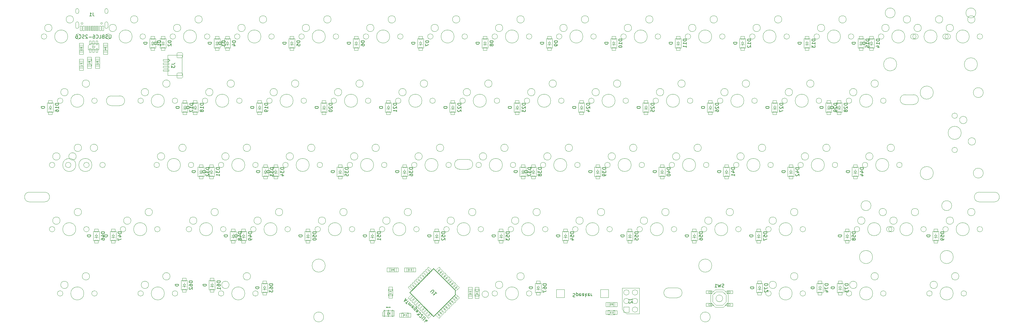
<source format=gbr>
G04 #@! TF.GenerationSoftware,KiCad,Pcbnew,(5.99.0-11336-g5116fa6d12)*
G04 #@! TF.CreationDate,2021-07-24T21:02:53+02:00*
G04 #@! TF.ProjectId,plain60-flex-mkd-iso,706c6169-6e36-4302-9d66-6c65782d6d6b,rev?*
G04 #@! TF.SameCoordinates,Original*
G04 #@! TF.FileFunction,AssemblyDrawing,Bot*
%FSLAX46Y46*%
G04 Gerber Fmt 4.6, Leading zero omitted, Abs format (unit mm)*
G04 Created by KiCad (PCBNEW (5.99.0-11336-g5116fa6d12)) date 2021-07-24 21:02:53*
%MOMM*%
%LPD*%
G01*
G04 APERTURE LIST*
%ADD10C,0.150000*%
%ADD11C,0.030000*%
%ADD12C,0.080000*%
%ADD13C,0.075000*%
%ADD14C,0.125000*%
%ADD15C,0.100000*%
%ADD16C,0.100000*%
G04 #@! TD*
G04 APERTURE END LIST*
D10*
X238284797Y-83813656D02*
X237284797Y-83813656D01*
X237284797Y-84051751D01*
X237332417Y-84194608D01*
X237427655Y-84289846D01*
X237522893Y-84337465D01*
X237713369Y-84385084D01*
X237856226Y-84385084D01*
X238046702Y-84337465D01*
X238141940Y-84289846D01*
X238237178Y-84194608D01*
X238284797Y-84051751D01*
X238284797Y-83813656D01*
X242384797Y-82861275D02*
X241384797Y-82861275D01*
X241384797Y-83099370D01*
X241432417Y-83242227D01*
X241527655Y-83337465D01*
X241622893Y-83385084D01*
X241813369Y-83432703D01*
X241956226Y-83432703D01*
X242146702Y-83385084D01*
X242241940Y-83337465D01*
X242337178Y-83242227D01*
X242384797Y-83099370D01*
X242384797Y-82861275D01*
X241384797Y-83766037D02*
X241384797Y-84432703D01*
X242384797Y-84004132D01*
X241384797Y-84718418D02*
X241384797Y-85337465D01*
X241765750Y-85004132D01*
X241765750Y-85146989D01*
X241813369Y-85242227D01*
X241860988Y-85289846D01*
X241956226Y-85337465D01*
X242194321Y-85337465D01*
X242289559Y-85289846D01*
X242337178Y-85242227D01*
X242384797Y-85146989D01*
X242384797Y-84861275D01*
X242337178Y-84766037D01*
X242289559Y-84718418D01*
X214450999Y-83813656D02*
X213450999Y-83813656D01*
X213450999Y-84051751D01*
X213498619Y-84194608D01*
X213593857Y-84289846D01*
X213689095Y-84337465D01*
X213879571Y-84385084D01*
X214022428Y-84385084D01*
X214212904Y-84337465D01*
X214308142Y-84289846D01*
X214403380Y-84194608D01*
X214450999Y-84051751D01*
X214450999Y-83813656D01*
X218550999Y-82861275D02*
X217550999Y-82861275D01*
X217550999Y-83099370D01*
X217598619Y-83242227D01*
X217693857Y-83337465D01*
X217789095Y-83385084D01*
X217979571Y-83432703D01*
X218122428Y-83432703D01*
X218312904Y-83385084D01*
X218408142Y-83337465D01*
X218503380Y-83242227D01*
X218550999Y-83099370D01*
X218550999Y-82861275D01*
X217550999Y-83766037D02*
X217550999Y-84432703D01*
X218550999Y-84004132D01*
X217646238Y-84766037D02*
X217598619Y-84813656D01*
X217550999Y-84908894D01*
X217550999Y-85146989D01*
X217598619Y-85242227D01*
X217646238Y-85289846D01*
X217741476Y-85337465D01*
X217836714Y-85337465D01*
X217979571Y-85289846D01*
X218550999Y-84718418D01*
X218550999Y-85337465D01*
X148966569Y-83813656D02*
X147966569Y-83813656D01*
X147966569Y-84051751D01*
X148014189Y-84194608D01*
X148109427Y-84289846D01*
X148204665Y-84337465D01*
X148395141Y-84385084D01*
X148537998Y-84385084D01*
X148728474Y-84337465D01*
X148823712Y-84289846D01*
X148918950Y-84194608D01*
X148966569Y-84051751D01*
X148966569Y-83813656D01*
X153066569Y-82861275D02*
X152066569Y-82861275D01*
X152066569Y-83099370D01*
X152114189Y-83242227D01*
X152209427Y-83337465D01*
X152304665Y-83385084D01*
X152495141Y-83432703D01*
X152637998Y-83432703D01*
X152828474Y-83385084D01*
X152923712Y-83337465D01*
X153018950Y-83242227D01*
X153066569Y-83099370D01*
X153066569Y-82861275D01*
X152066569Y-84289846D02*
X152066569Y-84099370D01*
X152114189Y-84004132D01*
X152161808Y-83956513D01*
X152304665Y-83861275D01*
X152495141Y-83813656D01*
X152876093Y-83813656D01*
X152971331Y-83861275D01*
X153018950Y-83908894D01*
X153066569Y-84004132D01*
X153066569Y-84194608D01*
X153018950Y-84289846D01*
X152971331Y-84337465D01*
X152876093Y-84385084D01*
X152637998Y-84385084D01*
X152542760Y-84337465D01*
X152495141Y-84289846D01*
X152447522Y-84194608D01*
X152447522Y-84004132D01*
X152495141Y-83908894D01*
X152542760Y-83861275D01*
X152637998Y-83813656D01*
X152066569Y-84718418D02*
X152066569Y-85385084D01*
X153066569Y-84956513D01*
X68031667Y-83813656D02*
X67031667Y-83813656D01*
X67031667Y-84051751D01*
X67079287Y-84194608D01*
X67174525Y-84289846D01*
X67269763Y-84337465D01*
X67460239Y-84385084D01*
X67603096Y-84385084D01*
X67793572Y-84337465D01*
X67888810Y-84289846D01*
X67984048Y-84194608D01*
X68031667Y-84051751D01*
X68031667Y-83813656D01*
X72131667Y-82861275D02*
X71131667Y-82861275D01*
X71131667Y-83099370D01*
X71179287Y-83242227D01*
X71274525Y-83337465D01*
X71369763Y-83385084D01*
X71560239Y-83432703D01*
X71703096Y-83432703D01*
X71893572Y-83385084D01*
X71988810Y-83337465D01*
X72084048Y-83242227D01*
X72131667Y-83099370D01*
X72131667Y-82861275D01*
X71131667Y-84289846D02*
X71131667Y-84099370D01*
X71179287Y-84004132D01*
X71226906Y-83956513D01*
X71369763Y-83861275D01*
X71560239Y-83813656D01*
X71941191Y-83813656D01*
X72036429Y-83861275D01*
X72084048Y-83908894D01*
X72131667Y-84004132D01*
X72131667Y-84194608D01*
X72084048Y-84289846D01*
X72036429Y-84337465D01*
X71941191Y-84385084D01*
X71703096Y-84385084D01*
X71607858Y-84337465D01*
X71560239Y-84289846D01*
X71512620Y-84194608D01*
X71512620Y-84004132D01*
X71560239Y-83908894D01*
X71607858Y-83861275D01*
X71703096Y-83813656D01*
X71131667Y-84718418D02*
X71131667Y-85337465D01*
X71512620Y-85004132D01*
X71512620Y-85146989D01*
X71560239Y-85242227D01*
X71607858Y-85289846D01*
X71703096Y-85337465D01*
X71941191Y-85337465D01*
X72036429Y-85289846D01*
X72084048Y-85242227D01*
X72131667Y-85146989D01*
X72131667Y-84861275D01*
X72084048Y-84766037D01*
X72036429Y-84718418D01*
X266577380Y-68413095D02*
X265577380Y-68413095D01*
X265577380Y-68651190D01*
X265625000Y-68794047D01*
X265720238Y-68889285D01*
X265815476Y-68936904D01*
X266005952Y-68984523D01*
X266148809Y-68984523D01*
X266339285Y-68936904D01*
X266434523Y-68889285D01*
X266529761Y-68794047D01*
X266577380Y-68651190D01*
X266577380Y-68413095D01*
X270677380Y-67460714D02*
X269677380Y-67460714D01*
X269677380Y-67698809D01*
X269725000Y-67841666D01*
X269820238Y-67936904D01*
X269915476Y-67984523D01*
X270105952Y-68032142D01*
X270248809Y-68032142D01*
X270439285Y-67984523D01*
X270534523Y-67936904D01*
X270629761Y-67841666D01*
X270677380Y-67698809D01*
X270677380Y-67460714D01*
X269677380Y-68936904D02*
X269677380Y-68460714D01*
X270153571Y-68413095D01*
X270105952Y-68460714D01*
X270058333Y-68555952D01*
X270058333Y-68794047D01*
X270105952Y-68889285D01*
X270153571Y-68936904D01*
X270248809Y-68984523D01*
X270486904Y-68984523D01*
X270582142Y-68936904D01*
X270629761Y-68889285D01*
X270677380Y-68794047D01*
X270677380Y-68555952D01*
X270629761Y-68460714D01*
X270582142Y-68413095D01*
X270677380Y-69460714D02*
X270677380Y-69651190D01*
X270629761Y-69746428D01*
X270582142Y-69794047D01*
X270439285Y-69889285D01*
X270248809Y-69936904D01*
X269867857Y-69936904D01*
X269772619Y-69889285D01*
X269725000Y-69841666D01*
X269677380Y-69746428D01*
X269677380Y-69555952D01*
X269725000Y-69460714D01*
X269772619Y-69413095D01*
X269867857Y-69365476D01*
X270105952Y-69365476D01*
X270201190Y-69413095D01*
X270248809Y-69460714D01*
X270296428Y-69555952D01*
X270296428Y-69746428D01*
X270248809Y-69841666D01*
X270201190Y-69889285D01*
X270105952Y-69936904D01*
X240383840Y-68413151D02*
X239383840Y-68413151D01*
X239383840Y-68651246D01*
X239431460Y-68794103D01*
X239526698Y-68889341D01*
X239621936Y-68936960D01*
X239812412Y-68984579D01*
X239955269Y-68984579D01*
X240145745Y-68936960D01*
X240240983Y-68889341D01*
X240336221Y-68794103D01*
X240383840Y-68651246D01*
X240383840Y-68413151D01*
X244483840Y-67460770D02*
X243483840Y-67460770D01*
X243483840Y-67698865D01*
X243531460Y-67841722D01*
X243626698Y-67936960D01*
X243721936Y-67984579D01*
X243912412Y-68032198D01*
X244055269Y-68032198D01*
X244245745Y-67984579D01*
X244340983Y-67936960D01*
X244436221Y-67841722D01*
X244483840Y-67698865D01*
X244483840Y-67460770D01*
X243483840Y-68936960D02*
X243483840Y-68460770D01*
X243960031Y-68413151D01*
X243912412Y-68460770D01*
X243864793Y-68556008D01*
X243864793Y-68794103D01*
X243912412Y-68889341D01*
X243960031Y-68936960D01*
X244055269Y-68984579D01*
X244293364Y-68984579D01*
X244388602Y-68936960D01*
X244436221Y-68889341D01*
X244483840Y-68794103D01*
X244483840Y-68556008D01*
X244436221Y-68460770D01*
X244388602Y-68413151D01*
X243912412Y-69556008D02*
X243864793Y-69460770D01*
X243817174Y-69413151D01*
X243721936Y-69365532D01*
X243674317Y-69365532D01*
X243579079Y-69413151D01*
X243531460Y-69460770D01*
X243483840Y-69556008D01*
X243483840Y-69746484D01*
X243531460Y-69841722D01*
X243579079Y-69889341D01*
X243674317Y-69936960D01*
X243721936Y-69936960D01*
X243817174Y-69889341D01*
X243864793Y-69841722D01*
X243912412Y-69746484D01*
X243912412Y-69556008D01*
X243960031Y-69460770D01*
X244007650Y-69413151D01*
X244102888Y-69365532D01*
X244293364Y-69365532D01*
X244388602Y-69413151D01*
X244436221Y-69460770D01*
X244483840Y-69556008D01*
X244483840Y-69746484D01*
X244436221Y-69841722D01*
X244388602Y-69889341D01*
X244293364Y-69936960D01*
X244102888Y-69936960D01*
X244007650Y-69889341D01*
X243960031Y-69841722D01*
X243912412Y-69746484D01*
X214189880Y-68413095D02*
X213189880Y-68413095D01*
X213189880Y-68651190D01*
X213237500Y-68794047D01*
X213332738Y-68889285D01*
X213427976Y-68936904D01*
X213618452Y-68984523D01*
X213761309Y-68984523D01*
X213951785Y-68936904D01*
X214047023Y-68889285D01*
X214142261Y-68794047D01*
X214189880Y-68651190D01*
X214189880Y-68413095D01*
X218289880Y-67460714D02*
X217289880Y-67460714D01*
X217289880Y-67698809D01*
X217337500Y-67841666D01*
X217432738Y-67936904D01*
X217527976Y-67984523D01*
X217718452Y-68032142D01*
X217861309Y-68032142D01*
X218051785Y-67984523D01*
X218147023Y-67936904D01*
X218242261Y-67841666D01*
X218289880Y-67698809D01*
X218289880Y-67460714D01*
X217289880Y-68936904D02*
X217289880Y-68460714D01*
X217766071Y-68413095D01*
X217718452Y-68460714D01*
X217670833Y-68555952D01*
X217670833Y-68794047D01*
X217718452Y-68889285D01*
X217766071Y-68936904D01*
X217861309Y-68984523D01*
X218099404Y-68984523D01*
X218194642Y-68936904D01*
X218242261Y-68889285D01*
X218289880Y-68794047D01*
X218289880Y-68555952D01*
X218242261Y-68460714D01*
X218194642Y-68413095D01*
X217289880Y-69317857D02*
X217289880Y-69984523D01*
X218289880Y-69555952D01*
X195139880Y-68413095D02*
X194139880Y-68413095D01*
X194139880Y-68651190D01*
X194187500Y-68794047D01*
X194282738Y-68889285D01*
X194377976Y-68936904D01*
X194568452Y-68984523D01*
X194711309Y-68984523D01*
X194901785Y-68936904D01*
X194997023Y-68889285D01*
X195092261Y-68794047D01*
X195139880Y-68651190D01*
X195139880Y-68413095D01*
X199239880Y-67460714D02*
X198239880Y-67460714D01*
X198239880Y-67698809D01*
X198287500Y-67841666D01*
X198382738Y-67936904D01*
X198477976Y-67984523D01*
X198668452Y-68032142D01*
X198811309Y-68032142D01*
X199001785Y-67984523D01*
X199097023Y-67936904D01*
X199192261Y-67841666D01*
X199239880Y-67698809D01*
X199239880Y-67460714D01*
X198239880Y-68936904D02*
X198239880Y-68460714D01*
X198716071Y-68413095D01*
X198668452Y-68460714D01*
X198620833Y-68555952D01*
X198620833Y-68794047D01*
X198668452Y-68889285D01*
X198716071Y-68936904D01*
X198811309Y-68984523D01*
X199049404Y-68984523D01*
X199144642Y-68936904D01*
X199192261Y-68889285D01*
X199239880Y-68794047D01*
X199239880Y-68555952D01*
X199192261Y-68460714D01*
X199144642Y-68413095D01*
X198239880Y-69841666D02*
X198239880Y-69651190D01*
X198287500Y-69555952D01*
X198335119Y-69508333D01*
X198477976Y-69413095D01*
X198668452Y-69365476D01*
X199049404Y-69365476D01*
X199144642Y-69413095D01*
X199192261Y-69460714D01*
X199239880Y-69555952D01*
X199239880Y-69746428D01*
X199192261Y-69841666D01*
X199144642Y-69889285D01*
X199049404Y-69936904D01*
X198811309Y-69936904D01*
X198716071Y-69889285D01*
X198668452Y-69841666D01*
X198620833Y-69746428D01*
X198620833Y-69555952D01*
X198668452Y-69460714D01*
X198716071Y-69413095D01*
X198811309Y-69365476D01*
X137989880Y-68413095D02*
X136989880Y-68413095D01*
X136989880Y-68651190D01*
X137037500Y-68794047D01*
X137132738Y-68889285D01*
X137227976Y-68936904D01*
X137418452Y-68984523D01*
X137561309Y-68984523D01*
X137751785Y-68936904D01*
X137847023Y-68889285D01*
X137942261Y-68794047D01*
X137989880Y-68651190D01*
X137989880Y-68413095D01*
X142089880Y-67460714D02*
X141089880Y-67460714D01*
X141089880Y-67698809D01*
X141137500Y-67841666D01*
X141232738Y-67936904D01*
X141327976Y-67984523D01*
X141518452Y-68032142D01*
X141661309Y-68032142D01*
X141851785Y-67984523D01*
X141947023Y-67936904D01*
X142042261Y-67841666D01*
X142089880Y-67698809D01*
X142089880Y-67460714D01*
X141089880Y-68936904D02*
X141089880Y-68460714D01*
X141566071Y-68413095D01*
X141518452Y-68460714D01*
X141470833Y-68555952D01*
X141470833Y-68794047D01*
X141518452Y-68889285D01*
X141566071Y-68936904D01*
X141661309Y-68984523D01*
X141899404Y-68984523D01*
X141994642Y-68936904D01*
X142042261Y-68889285D01*
X142089880Y-68794047D01*
X142089880Y-68555952D01*
X142042261Y-68460714D01*
X141994642Y-68413095D01*
X141089880Y-69317857D02*
X141089880Y-69936904D01*
X141470833Y-69603571D01*
X141470833Y-69746428D01*
X141518452Y-69841666D01*
X141566071Y-69889285D01*
X141661309Y-69936904D01*
X141899404Y-69936904D01*
X141994642Y-69889285D01*
X142042261Y-69841666D01*
X142089880Y-69746428D01*
X142089880Y-69460714D01*
X142042261Y-69365476D01*
X141994642Y-69317857D01*
X99889880Y-68413095D02*
X98889880Y-68413095D01*
X98889880Y-68651190D01*
X98937500Y-68794047D01*
X99032738Y-68889285D01*
X99127976Y-68936904D01*
X99318452Y-68984523D01*
X99461309Y-68984523D01*
X99651785Y-68936904D01*
X99747023Y-68889285D01*
X99842261Y-68794047D01*
X99889880Y-68651190D01*
X99889880Y-68413095D01*
X103989880Y-67460714D02*
X102989880Y-67460714D01*
X102989880Y-67698809D01*
X103037500Y-67841666D01*
X103132738Y-67936904D01*
X103227976Y-67984523D01*
X103418452Y-68032142D01*
X103561309Y-68032142D01*
X103751785Y-67984523D01*
X103847023Y-67936904D01*
X103942261Y-67841666D01*
X103989880Y-67698809D01*
X103989880Y-67460714D01*
X102989880Y-68936904D02*
X102989880Y-68460714D01*
X103466071Y-68413095D01*
X103418452Y-68460714D01*
X103370833Y-68555952D01*
X103370833Y-68794047D01*
X103418452Y-68889285D01*
X103466071Y-68936904D01*
X103561309Y-68984523D01*
X103799404Y-68984523D01*
X103894642Y-68936904D01*
X103942261Y-68889285D01*
X103989880Y-68794047D01*
X103989880Y-68555952D01*
X103942261Y-68460714D01*
X103894642Y-68413095D01*
X103989880Y-69936904D02*
X103989880Y-69365476D01*
X103989880Y-69651190D02*
X102989880Y-69651190D01*
X103132738Y-69555952D01*
X103227976Y-69460714D01*
X103275595Y-69365476D01*
X80839880Y-68413095D02*
X79839880Y-68413095D01*
X79839880Y-68651190D01*
X79887500Y-68794047D01*
X79982738Y-68889285D01*
X80077976Y-68936904D01*
X80268452Y-68984523D01*
X80411309Y-68984523D01*
X80601785Y-68936904D01*
X80697023Y-68889285D01*
X80792261Y-68794047D01*
X80839880Y-68651190D01*
X80839880Y-68413095D01*
X84939880Y-67460714D02*
X83939880Y-67460714D01*
X83939880Y-67698809D01*
X83987500Y-67841666D01*
X84082738Y-67936904D01*
X84177976Y-67984523D01*
X84368452Y-68032142D01*
X84511309Y-68032142D01*
X84701785Y-67984523D01*
X84797023Y-67936904D01*
X84892261Y-67841666D01*
X84939880Y-67698809D01*
X84939880Y-67460714D01*
X83939880Y-68936904D02*
X83939880Y-68460714D01*
X84416071Y-68413095D01*
X84368452Y-68460714D01*
X84320833Y-68555952D01*
X84320833Y-68794047D01*
X84368452Y-68889285D01*
X84416071Y-68936904D01*
X84511309Y-68984523D01*
X84749404Y-68984523D01*
X84844642Y-68936904D01*
X84892261Y-68889285D01*
X84939880Y-68794047D01*
X84939880Y-68555952D01*
X84892261Y-68460714D01*
X84844642Y-68413095D01*
X83939880Y-69603571D02*
X83939880Y-69698809D01*
X83987500Y-69794047D01*
X84035119Y-69841666D01*
X84130357Y-69889285D01*
X84320833Y-69936904D01*
X84558928Y-69936904D01*
X84749404Y-69889285D01*
X84844642Y-69841666D01*
X84892261Y-69794047D01*
X84939880Y-69698809D01*
X84939880Y-69603571D01*
X84892261Y-69508333D01*
X84844642Y-69460714D01*
X84749404Y-69413095D01*
X84558928Y-69365476D01*
X84320833Y-69365476D01*
X84130357Y-69413095D01*
X84035119Y-69460714D01*
X83987500Y-69508333D01*
X83939880Y-69603571D01*
X218952380Y-30313095D02*
X217952380Y-30313095D01*
X217952380Y-30551190D01*
X218000000Y-30694047D01*
X218095238Y-30789285D01*
X218190476Y-30836904D01*
X218380952Y-30884523D01*
X218523809Y-30884523D01*
X218714285Y-30836904D01*
X218809523Y-30789285D01*
X218904761Y-30694047D01*
X218952380Y-30551190D01*
X218952380Y-30313095D01*
X223052380Y-29360714D02*
X222052380Y-29360714D01*
X222052380Y-29598809D01*
X222100000Y-29741666D01*
X222195238Y-29836904D01*
X222290476Y-29884523D01*
X222480952Y-29932142D01*
X222623809Y-29932142D01*
X222814285Y-29884523D01*
X222909523Y-29836904D01*
X223004761Y-29741666D01*
X223052380Y-29598809D01*
X223052380Y-29360714D01*
X222147619Y-30313095D02*
X222100000Y-30360714D01*
X222052380Y-30455952D01*
X222052380Y-30694047D01*
X222100000Y-30789285D01*
X222147619Y-30836904D01*
X222242857Y-30884523D01*
X222338095Y-30884523D01*
X222480952Y-30836904D01*
X223052380Y-30265476D01*
X223052380Y-30884523D01*
X222052380Y-31217857D02*
X222052380Y-31884523D01*
X223052380Y-31455952D01*
X223714880Y-49363095D02*
X222714880Y-49363095D01*
X222714880Y-49601190D01*
X222762500Y-49744047D01*
X222857738Y-49839285D01*
X222952976Y-49886904D01*
X223143452Y-49934523D01*
X223286309Y-49934523D01*
X223476785Y-49886904D01*
X223572023Y-49839285D01*
X223667261Y-49744047D01*
X223714880Y-49601190D01*
X223714880Y-49363095D01*
X227814880Y-48410714D02*
X226814880Y-48410714D01*
X226814880Y-48648809D01*
X226862500Y-48791666D01*
X226957738Y-48886904D01*
X227052976Y-48934523D01*
X227243452Y-48982142D01*
X227386309Y-48982142D01*
X227576785Y-48934523D01*
X227672023Y-48886904D01*
X227767261Y-48791666D01*
X227814880Y-48648809D01*
X227814880Y-48410714D01*
X227148214Y-49839285D02*
X227814880Y-49839285D01*
X226767261Y-49601190D02*
X227481547Y-49363095D01*
X227481547Y-49982142D01*
X226910119Y-50315476D02*
X226862500Y-50363095D01*
X226814880Y-50458333D01*
X226814880Y-50696428D01*
X226862500Y-50791666D01*
X226910119Y-50839285D01*
X227005357Y-50886904D01*
X227100595Y-50886904D01*
X227243452Y-50839285D01*
X227814880Y-50267857D01*
X227814880Y-50886904D01*
X47502380Y-30313095D02*
X46502380Y-30313095D01*
X46502380Y-30551190D01*
X46550000Y-30694047D01*
X46645238Y-30789285D01*
X46740476Y-30836904D01*
X46930952Y-30884523D01*
X47073809Y-30884523D01*
X47264285Y-30836904D01*
X47359523Y-30789285D01*
X47454761Y-30694047D01*
X47502380Y-30551190D01*
X47502380Y-30313095D01*
X51602380Y-29360714D02*
X50602380Y-29360714D01*
X50602380Y-29598809D01*
X50650000Y-29741666D01*
X50745238Y-29836904D01*
X50840476Y-29884523D01*
X51030952Y-29932142D01*
X51173809Y-29932142D01*
X51364285Y-29884523D01*
X51459523Y-29836904D01*
X51554761Y-29741666D01*
X51602380Y-29598809D01*
X51602380Y-29360714D01*
X51602380Y-30884523D02*
X51602380Y-30313095D01*
X51602380Y-30598809D02*
X50602380Y-30598809D01*
X50745238Y-30503571D01*
X50840476Y-30408333D01*
X50888095Y-30313095D01*
X51030952Y-31455952D02*
X50983333Y-31360714D01*
X50935714Y-31313095D01*
X50840476Y-31265476D01*
X50792857Y-31265476D01*
X50697619Y-31313095D01*
X50650000Y-31360714D01*
X50602380Y-31455952D01*
X50602380Y-31646428D01*
X50650000Y-31741666D01*
X50697619Y-31789285D01*
X50792857Y-31836904D01*
X50840476Y-31836904D01*
X50935714Y-31789285D01*
X50983333Y-31741666D01*
X51030952Y-31646428D01*
X51030952Y-31455952D01*
X51078571Y-31360714D01*
X51126190Y-31313095D01*
X51221428Y-31265476D01*
X51411904Y-31265476D01*
X51507142Y-31313095D01*
X51554761Y-31360714D01*
X51602380Y-31455952D01*
X51602380Y-31646428D01*
X51554761Y-31741666D01*
X51507142Y-31789285D01*
X51411904Y-31836904D01*
X51221428Y-31836904D01*
X51126190Y-31789285D01*
X51078571Y-31741666D01*
X51030952Y-31646428D01*
X180852380Y-30313095D02*
X179852380Y-30313095D01*
X179852380Y-30551190D01*
X179900000Y-30694047D01*
X179995238Y-30789285D01*
X180090476Y-30836904D01*
X180280952Y-30884523D01*
X180423809Y-30884523D01*
X180614285Y-30836904D01*
X180709523Y-30789285D01*
X180804761Y-30694047D01*
X180852380Y-30551190D01*
X180852380Y-30313095D01*
X184952380Y-29360714D02*
X183952380Y-29360714D01*
X183952380Y-29598809D01*
X184000000Y-29741666D01*
X184095238Y-29836904D01*
X184190476Y-29884523D01*
X184380952Y-29932142D01*
X184523809Y-29932142D01*
X184714285Y-29884523D01*
X184809523Y-29836904D01*
X184904761Y-29741666D01*
X184952380Y-29598809D01*
X184952380Y-29360714D01*
X184047619Y-30313095D02*
X184000000Y-30360714D01*
X183952380Y-30455952D01*
X183952380Y-30694047D01*
X184000000Y-30789285D01*
X184047619Y-30836904D01*
X184142857Y-30884523D01*
X184238095Y-30884523D01*
X184380952Y-30836904D01*
X184952380Y-30265476D01*
X184952380Y-30884523D01*
X183952380Y-31789285D02*
X183952380Y-31313095D01*
X184428571Y-31265476D01*
X184380952Y-31313095D01*
X184333333Y-31408333D01*
X184333333Y-31646428D01*
X184380952Y-31741666D01*
X184428571Y-31789285D01*
X184523809Y-31836904D01*
X184761904Y-31836904D01*
X184857142Y-31789285D01*
X184904761Y-31741666D01*
X184952380Y-31646428D01*
X184952380Y-31408333D01*
X184904761Y-31313095D01*
X184857142Y-31265476D01*
X204664880Y-49363095D02*
X203664880Y-49363095D01*
X203664880Y-49601190D01*
X203712500Y-49744047D01*
X203807738Y-49839285D01*
X203902976Y-49886904D01*
X204093452Y-49934523D01*
X204236309Y-49934523D01*
X204426785Y-49886904D01*
X204522023Y-49839285D01*
X204617261Y-49744047D01*
X204664880Y-49601190D01*
X204664880Y-49363095D01*
X208764880Y-48410714D02*
X207764880Y-48410714D01*
X207764880Y-48648809D01*
X207812500Y-48791666D01*
X207907738Y-48886904D01*
X208002976Y-48934523D01*
X208193452Y-48982142D01*
X208336309Y-48982142D01*
X208526785Y-48934523D01*
X208622023Y-48886904D01*
X208717261Y-48791666D01*
X208764880Y-48648809D01*
X208764880Y-48410714D01*
X208098214Y-49839285D02*
X208764880Y-49839285D01*
X207717261Y-49601190D02*
X208431547Y-49363095D01*
X208431547Y-49982142D01*
X208764880Y-50886904D02*
X208764880Y-50315476D01*
X208764880Y-50601190D02*
X207764880Y-50601190D01*
X207907738Y-50505952D01*
X208002976Y-50410714D01*
X208050595Y-50315476D01*
X109414880Y-49363095D02*
X108414880Y-49363095D01*
X108414880Y-49601190D01*
X108462500Y-49744047D01*
X108557738Y-49839285D01*
X108652976Y-49886904D01*
X108843452Y-49934523D01*
X108986309Y-49934523D01*
X109176785Y-49886904D01*
X109272023Y-49839285D01*
X109367261Y-49744047D01*
X109414880Y-49601190D01*
X109414880Y-49363095D01*
X113514880Y-48410714D02*
X112514880Y-48410714D01*
X112514880Y-48648809D01*
X112562500Y-48791666D01*
X112657738Y-48886904D01*
X112752976Y-48934523D01*
X112943452Y-48982142D01*
X113086309Y-48982142D01*
X113276785Y-48934523D01*
X113372023Y-48886904D01*
X113467261Y-48791666D01*
X113514880Y-48648809D01*
X113514880Y-48410714D01*
X112514880Y-49315476D02*
X112514880Y-49934523D01*
X112895833Y-49601190D01*
X112895833Y-49744047D01*
X112943452Y-49839285D01*
X112991071Y-49886904D01*
X113086309Y-49934523D01*
X113324404Y-49934523D01*
X113419642Y-49886904D01*
X113467261Y-49839285D01*
X113514880Y-49744047D01*
X113514880Y-49458333D01*
X113467261Y-49363095D01*
X113419642Y-49315476D01*
X112514880Y-50791666D02*
X112514880Y-50601190D01*
X112562500Y-50505952D01*
X112610119Y-50458333D01*
X112752976Y-50363095D01*
X112943452Y-50315476D01*
X113324404Y-50315476D01*
X113419642Y-50363095D01*
X113467261Y-50410714D01*
X113514880Y-50505952D01*
X113514880Y-50696428D01*
X113467261Y-50791666D01*
X113419642Y-50839285D01*
X113324404Y-50886904D01*
X113086309Y-50886904D01*
X112991071Y-50839285D01*
X112943452Y-50791666D01*
X112895833Y-50696428D01*
X112895833Y-50505952D01*
X112943452Y-50410714D01*
X112991071Y-50363095D01*
X113086309Y-50315476D01*
X52264880Y-49363095D02*
X51264880Y-49363095D01*
X51264880Y-49601190D01*
X51312500Y-49744047D01*
X51407738Y-49839285D01*
X51502976Y-49886904D01*
X51693452Y-49934523D01*
X51836309Y-49934523D01*
X52026785Y-49886904D01*
X52122023Y-49839285D01*
X52217261Y-49744047D01*
X52264880Y-49601190D01*
X52264880Y-49363095D01*
X56364880Y-48410714D02*
X55364880Y-48410714D01*
X55364880Y-48648809D01*
X55412500Y-48791666D01*
X55507738Y-48886904D01*
X55602976Y-48934523D01*
X55793452Y-48982142D01*
X55936309Y-48982142D01*
X56126785Y-48934523D01*
X56222023Y-48886904D01*
X56317261Y-48791666D01*
X56364880Y-48648809D01*
X56364880Y-48410714D01*
X55364880Y-49315476D02*
X55364880Y-49934523D01*
X55745833Y-49601190D01*
X55745833Y-49744047D01*
X55793452Y-49839285D01*
X55841071Y-49886904D01*
X55936309Y-49934523D01*
X56174404Y-49934523D01*
X56269642Y-49886904D01*
X56317261Y-49839285D01*
X56364880Y-49744047D01*
X56364880Y-49458333D01*
X56317261Y-49363095D01*
X56269642Y-49315476D01*
X56364880Y-50886904D02*
X56364880Y-50315476D01*
X56364880Y-50601190D02*
X55364880Y-50601190D01*
X55507738Y-50505952D01*
X55602976Y-50410714D01*
X55650595Y-50315476D01*
X185614880Y-49363095D02*
X184614880Y-49363095D01*
X184614880Y-49601190D01*
X184662500Y-49744047D01*
X184757738Y-49839285D01*
X184852976Y-49886904D01*
X185043452Y-49934523D01*
X185186309Y-49934523D01*
X185376785Y-49886904D01*
X185472023Y-49839285D01*
X185567261Y-49744047D01*
X185614880Y-49601190D01*
X185614880Y-49363095D01*
X189714880Y-48410714D02*
X188714880Y-48410714D01*
X188714880Y-48648809D01*
X188762500Y-48791666D01*
X188857738Y-48886904D01*
X188952976Y-48934523D01*
X189143452Y-48982142D01*
X189286309Y-48982142D01*
X189476785Y-48934523D01*
X189572023Y-48886904D01*
X189667261Y-48791666D01*
X189714880Y-48648809D01*
X189714880Y-48410714D01*
X189048214Y-49839285D02*
X189714880Y-49839285D01*
X188667261Y-49601190D02*
X189381547Y-49363095D01*
X189381547Y-49982142D01*
X188714880Y-50553571D02*
X188714880Y-50648809D01*
X188762500Y-50744047D01*
X188810119Y-50791666D01*
X188905357Y-50839285D01*
X189095833Y-50886904D01*
X189333928Y-50886904D01*
X189524404Y-50839285D01*
X189619642Y-50791666D01*
X189667261Y-50744047D01*
X189714880Y-50648809D01*
X189714880Y-50553571D01*
X189667261Y-50458333D01*
X189619642Y-50410714D01*
X189524404Y-50363095D01*
X189333928Y-50315476D01*
X189095833Y-50315476D01*
X188905357Y-50363095D01*
X188810119Y-50410714D01*
X188762500Y-50458333D01*
X188714880Y-50553571D01*
X144464880Y-49363095D02*
X143464880Y-49363095D01*
X143464880Y-49601190D01*
X143512500Y-49744047D01*
X143607738Y-49839285D01*
X143702976Y-49886904D01*
X143893452Y-49934523D01*
X144036309Y-49934523D01*
X144226785Y-49886904D01*
X144322023Y-49839285D01*
X144417261Y-49744047D01*
X144464880Y-49601190D01*
X144464880Y-49363095D01*
X148564880Y-48410714D02*
X147564880Y-48410714D01*
X147564880Y-48648809D01*
X147612500Y-48791666D01*
X147707738Y-48886904D01*
X147802976Y-48934523D01*
X147993452Y-48982142D01*
X148136309Y-48982142D01*
X148326785Y-48934523D01*
X148422023Y-48886904D01*
X148517261Y-48791666D01*
X148564880Y-48648809D01*
X148564880Y-48410714D01*
X147564880Y-49315476D02*
X147564880Y-49934523D01*
X147945833Y-49601190D01*
X147945833Y-49744047D01*
X147993452Y-49839285D01*
X148041071Y-49886904D01*
X148136309Y-49934523D01*
X148374404Y-49934523D01*
X148469642Y-49886904D01*
X148517261Y-49839285D01*
X148564880Y-49744047D01*
X148564880Y-49458333D01*
X148517261Y-49363095D01*
X148469642Y-49315476D01*
X147564880Y-50267857D02*
X147564880Y-50934523D01*
X148564880Y-50505952D01*
X49214880Y-49363095D02*
X48214880Y-49363095D01*
X48214880Y-49601190D01*
X48262500Y-49744047D01*
X48357738Y-49839285D01*
X48452976Y-49886904D01*
X48643452Y-49934523D01*
X48786309Y-49934523D01*
X48976785Y-49886904D01*
X49072023Y-49839285D01*
X49167261Y-49744047D01*
X49214880Y-49601190D01*
X49214880Y-49363095D01*
X53314880Y-48410714D02*
X52314880Y-48410714D01*
X52314880Y-48648809D01*
X52362500Y-48791666D01*
X52457738Y-48886904D01*
X52552976Y-48934523D01*
X52743452Y-48982142D01*
X52886309Y-48982142D01*
X53076785Y-48934523D01*
X53172023Y-48886904D01*
X53267261Y-48791666D01*
X53314880Y-48648809D01*
X53314880Y-48410714D01*
X52314880Y-49315476D02*
X52314880Y-49934523D01*
X52695833Y-49601190D01*
X52695833Y-49744047D01*
X52743452Y-49839285D01*
X52791071Y-49886904D01*
X52886309Y-49934523D01*
X53124404Y-49934523D01*
X53219642Y-49886904D01*
X53267261Y-49839285D01*
X53314880Y-49744047D01*
X53314880Y-49458333D01*
X53267261Y-49363095D01*
X53219642Y-49315476D01*
X52410119Y-50315476D02*
X52362500Y-50363095D01*
X52314880Y-50458333D01*
X52314880Y-50696428D01*
X52362500Y-50791666D01*
X52410119Y-50839285D01*
X52505357Y-50886904D01*
X52600595Y-50886904D01*
X52743452Y-50839285D01*
X53314880Y-50267857D01*
X53314880Y-50886904D01*
X71314880Y-49363095D02*
X70314880Y-49363095D01*
X70314880Y-49601190D01*
X70362500Y-49744047D01*
X70457738Y-49839285D01*
X70552976Y-49886904D01*
X70743452Y-49934523D01*
X70886309Y-49934523D01*
X71076785Y-49886904D01*
X71172023Y-49839285D01*
X71267261Y-49744047D01*
X71314880Y-49601190D01*
X71314880Y-49363095D01*
X75414880Y-48410714D02*
X74414880Y-48410714D01*
X74414880Y-48648809D01*
X74462500Y-48791666D01*
X74557738Y-48886904D01*
X74652976Y-48934523D01*
X74843452Y-48982142D01*
X74986309Y-48982142D01*
X75176785Y-48934523D01*
X75272023Y-48886904D01*
X75367261Y-48791666D01*
X75414880Y-48648809D01*
X75414880Y-48410714D01*
X74414880Y-49315476D02*
X74414880Y-49934523D01*
X74795833Y-49601190D01*
X74795833Y-49744047D01*
X74843452Y-49839285D01*
X74891071Y-49886904D01*
X74986309Y-49934523D01*
X75224404Y-49934523D01*
X75319642Y-49886904D01*
X75367261Y-49839285D01*
X75414880Y-49744047D01*
X75414880Y-49458333D01*
X75367261Y-49363095D01*
X75319642Y-49315476D01*
X74748214Y-50791666D02*
X75414880Y-50791666D01*
X74367261Y-50553571D02*
X75081547Y-50315476D01*
X75081547Y-50934523D01*
X104652380Y-30313095D02*
X103652380Y-30313095D01*
X103652380Y-30551190D01*
X103700000Y-30694047D01*
X103795238Y-30789285D01*
X103890476Y-30836904D01*
X104080952Y-30884523D01*
X104223809Y-30884523D01*
X104414285Y-30836904D01*
X104509523Y-30789285D01*
X104604761Y-30694047D01*
X104652380Y-30551190D01*
X104652380Y-30313095D01*
X108752380Y-29360714D02*
X107752380Y-29360714D01*
X107752380Y-29598809D01*
X107800000Y-29741666D01*
X107895238Y-29836904D01*
X107990476Y-29884523D01*
X108180952Y-29932142D01*
X108323809Y-29932142D01*
X108514285Y-29884523D01*
X108609523Y-29836904D01*
X108704761Y-29741666D01*
X108752380Y-29598809D01*
X108752380Y-29360714D01*
X107847619Y-30313095D02*
X107800000Y-30360714D01*
X107752380Y-30455952D01*
X107752380Y-30694047D01*
X107800000Y-30789285D01*
X107847619Y-30836904D01*
X107942857Y-30884523D01*
X108038095Y-30884523D01*
X108180952Y-30836904D01*
X108752380Y-30265476D01*
X108752380Y-30884523D01*
X108752380Y-31836904D02*
X108752380Y-31265476D01*
X108752380Y-31551190D02*
X107752380Y-31551190D01*
X107895238Y-31455952D01*
X107990476Y-31360714D01*
X108038095Y-31265476D01*
X199902380Y-30313095D02*
X198902380Y-30313095D01*
X198902380Y-30551190D01*
X198950000Y-30694047D01*
X199045238Y-30789285D01*
X199140476Y-30836904D01*
X199330952Y-30884523D01*
X199473809Y-30884523D01*
X199664285Y-30836904D01*
X199759523Y-30789285D01*
X199854761Y-30694047D01*
X199902380Y-30551190D01*
X199902380Y-30313095D01*
X204002380Y-29360714D02*
X203002380Y-29360714D01*
X203002380Y-29598809D01*
X203050000Y-29741666D01*
X203145238Y-29836904D01*
X203240476Y-29884523D01*
X203430952Y-29932142D01*
X203573809Y-29932142D01*
X203764285Y-29884523D01*
X203859523Y-29836904D01*
X203954761Y-29741666D01*
X204002380Y-29598809D01*
X204002380Y-29360714D01*
X203097619Y-30313095D02*
X203050000Y-30360714D01*
X203002380Y-30455952D01*
X203002380Y-30694047D01*
X203050000Y-30789285D01*
X203097619Y-30836904D01*
X203192857Y-30884523D01*
X203288095Y-30884523D01*
X203430952Y-30836904D01*
X204002380Y-30265476D01*
X204002380Y-30884523D01*
X203002380Y-31741666D02*
X203002380Y-31551190D01*
X203050000Y-31455952D01*
X203097619Y-31408333D01*
X203240476Y-31313095D01*
X203430952Y-31265476D01*
X203811904Y-31265476D01*
X203907142Y-31313095D01*
X203954761Y-31360714D01*
X204002380Y-31455952D01*
X204002380Y-31646428D01*
X203954761Y-31741666D01*
X203907142Y-31789285D01*
X203811904Y-31836904D01*
X203573809Y-31836904D01*
X203478571Y-31789285D01*
X203430952Y-31741666D01*
X203383333Y-31646428D01*
X203383333Y-31455952D01*
X203430952Y-31360714D01*
X203478571Y-31313095D01*
X203573809Y-31265476D01*
X123702380Y-30313095D02*
X122702380Y-30313095D01*
X122702380Y-30551190D01*
X122750000Y-30694047D01*
X122845238Y-30789285D01*
X122940476Y-30836904D01*
X123130952Y-30884523D01*
X123273809Y-30884523D01*
X123464285Y-30836904D01*
X123559523Y-30789285D01*
X123654761Y-30694047D01*
X123702380Y-30551190D01*
X123702380Y-30313095D01*
X127802380Y-29360714D02*
X126802380Y-29360714D01*
X126802380Y-29598809D01*
X126850000Y-29741666D01*
X126945238Y-29836904D01*
X127040476Y-29884523D01*
X127230952Y-29932142D01*
X127373809Y-29932142D01*
X127564285Y-29884523D01*
X127659523Y-29836904D01*
X127754761Y-29741666D01*
X127802380Y-29598809D01*
X127802380Y-29360714D01*
X126897619Y-30313095D02*
X126850000Y-30360714D01*
X126802380Y-30455952D01*
X126802380Y-30694047D01*
X126850000Y-30789285D01*
X126897619Y-30836904D01*
X126992857Y-30884523D01*
X127088095Y-30884523D01*
X127230952Y-30836904D01*
X127802380Y-30265476D01*
X127802380Y-30884523D01*
X126897619Y-31265476D02*
X126850000Y-31313095D01*
X126802380Y-31408333D01*
X126802380Y-31646428D01*
X126850000Y-31741666D01*
X126897619Y-31789285D01*
X126992857Y-31836904D01*
X127088095Y-31836904D01*
X127230952Y-31789285D01*
X127802380Y-31217857D01*
X127802380Y-31836904D01*
X161802380Y-30313095D02*
X160802380Y-30313095D01*
X160802380Y-30551190D01*
X160850000Y-30694047D01*
X160945238Y-30789285D01*
X161040476Y-30836904D01*
X161230952Y-30884523D01*
X161373809Y-30884523D01*
X161564285Y-30836904D01*
X161659523Y-30789285D01*
X161754761Y-30694047D01*
X161802380Y-30551190D01*
X161802380Y-30313095D01*
X165902380Y-29360714D02*
X164902380Y-29360714D01*
X164902380Y-29598809D01*
X164950000Y-29741666D01*
X165045238Y-29836904D01*
X165140476Y-29884523D01*
X165330952Y-29932142D01*
X165473809Y-29932142D01*
X165664285Y-29884523D01*
X165759523Y-29836904D01*
X165854761Y-29741666D01*
X165902380Y-29598809D01*
X165902380Y-29360714D01*
X164997619Y-30313095D02*
X164950000Y-30360714D01*
X164902380Y-30455952D01*
X164902380Y-30694047D01*
X164950000Y-30789285D01*
X164997619Y-30836904D01*
X165092857Y-30884523D01*
X165188095Y-30884523D01*
X165330952Y-30836904D01*
X165902380Y-30265476D01*
X165902380Y-30884523D01*
X165235714Y-31741666D02*
X165902380Y-31741666D01*
X164854761Y-31503571D02*
X165569047Y-31265476D01*
X165569047Y-31884523D01*
X147514880Y-49363095D02*
X146514880Y-49363095D01*
X146514880Y-49601190D01*
X146562500Y-49744047D01*
X146657738Y-49839285D01*
X146752976Y-49886904D01*
X146943452Y-49934523D01*
X147086309Y-49934523D01*
X147276785Y-49886904D01*
X147372023Y-49839285D01*
X147467261Y-49744047D01*
X147514880Y-49601190D01*
X147514880Y-49363095D01*
X151614880Y-48410714D02*
X150614880Y-48410714D01*
X150614880Y-48648809D01*
X150662500Y-48791666D01*
X150757738Y-48886904D01*
X150852976Y-48934523D01*
X151043452Y-48982142D01*
X151186309Y-48982142D01*
X151376785Y-48934523D01*
X151472023Y-48886904D01*
X151567261Y-48791666D01*
X151614880Y-48648809D01*
X151614880Y-48410714D01*
X150614880Y-49315476D02*
X150614880Y-49934523D01*
X150995833Y-49601190D01*
X150995833Y-49744047D01*
X151043452Y-49839285D01*
X151091071Y-49886904D01*
X151186309Y-49934523D01*
X151424404Y-49934523D01*
X151519642Y-49886904D01*
X151567261Y-49839285D01*
X151614880Y-49744047D01*
X151614880Y-49458333D01*
X151567261Y-49363095D01*
X151519642Y-49315476D01*
X151043452Y-50505952D02*
X150995833Y-50410714D01*
X150948214Y-50363095D01*
X150852976Y-50315476D01*
X150805357Y-50315476D01*
X150710119Y-50363095D01*
X150662500Y-50410714D01*
X150614880Y-50505952D01*
X150614880Y-50696428D01*
X150662500Y-50791666D01*
X150710119Y-50839285D01*
X150805357Y-50886904D01*
X150852976Y-50886904D01*
X150948214Y-50839285D01*
X150995833Y-50791666D01*
X151043452Y-50696428D01*
X151043452Y-50505952D01*
X151091071Y-50410714D01*
X151138690Y-50363095D01*
X151233928Y-50315476D01*
X151424404Y-50315476D01*
X151519642Y-50363095D01*
X151567261Y-50410714D01*
X151614880Y-50505952D01*
X151614880Y-50696428D01*
X151567261Y-50791666D01*
X151519642Y-50839285D01*
X151424404Y-50886904D01*
X151233928Y-50886904D01*
X151138690Y-50839285D01*
X151091071Y-50791666D01*
X151043452Y-50696428D01*
X90364880Y-49363095D02*
X89364880Y-49363095D01*
X89364880Y-49601190D01*
X89412500Y-49744047D01*
X89507738Y-49839285D01*
X89602976Y-49886904D01*
X89793452Y-49934523D01*
X89936309Y-49934523D01*
X90126785Y-49886904D01*
X90222023Y-49839285D01*
X90317261Y-49744047D01*
X90364880Y-49601190D01*
X90364880Y-49363095D01*
X94464880Y-48410714D02*
X93464880Y-48410714D01*
X93464880Y-48648809D01*
X93512500Y-48791666D01*
X93607738Y-48886904D01*
X93702976Y-48934523D01*
X93893452Y-48982142D01*
X94036309Y-48982142D01*
X94226785Y-48934523D01*
X94322023Y-48886904D01*
X94417261Y-48791666D01*
X94464880Y-48648809D01*
X94464880Y-48410714D01*
X93464880Y-49315476D02*
X93464880Y-49934523D01*
X93845833Y-49601190D01*
X93845833Y-49744047D01*
X93893452Y-49839285D01*
X93941071Y-49886904D01*
X94036309Y-49934523D01*
X94274404Y-49934523D01*
X94369642Y-49886904D01*
X94417261Y-49839285D01*
X94464880Y-49744047D01*
X94464880Y-49458333D01*
X94417261Y-49363095D01*
X94369642Y-49315476D01*
X93464880Y-50839285D02*
X93464880Y-50363095D01*
X93941071Y-50315476D01*
X93893452Y-50363095D01*
X93845833Y-50458333D01*
X93845833Y-50696428D01*
X93893452Y-50791666D01*
X93941071Y-50839285D01*
X94036309Y-50886904D01*
X94274404Y-50886904D01*
X94369642Y-50839285D01*
X94417261Y-50791666D01*
X94464880Y-50696428D01*
X94464880Y-50458333D01*
X94417261Y-50363095D01*
X94369642Y-50315476D01*
X58739880Y-68413095D02*
X57739880Y-68413095D01*
X57739880Y-68651190D01*
X57787500Y-68794047D01*
X57882738Y-68889285D01*
X57977976Y-68936904D01*
X58168452Y-68984523D01*
X58311309Y-68984523D01*
X58501785Y-68936904D01*
X58597023Y-68889285D01*
X58692261Y-68794047D01*
X58739880Y-68651190D01*
X58739880Y-68413095D01*
X62839880Y-67460714D02*
X61839880Y-67460714D01*
X61839880Y-67698809D01*
X61887500Y-67841666D01*
X61982738Y-67936904D01*
X62077976Y-67984523D01*
X62268452Y-68032142D01*
X62411309Y-68032142D01*
X62601785Y-67984523D01*
X62697023Y-67936904D01*
X62792261Y-67841666D01*
X62839880Y-67698809D01*
X62839880Y-67460714D01*
X62173214Y-68889285D02*
X62839880Y-68889285D01*
X61792261Y-68651190D02*
X62506547Y-68413095D01*
X62506547Y-69032142D01*
X62268452Y-69555952D02*
X62220833Y-69460714D01*
X62173214Y-69413095D01*
X62077976Y-69365476D01*
X62030357Y-69365476D01*
X61935119Y-69413095D01*
X61887500Y-69460714D01*
X61839880Y-69555952D01*
X61839880Y-69746428D01*
X61887500Y-69841666D01*
X61935119Y-69889285D01*
X62030357Y-69936904D01*
X62077976Y-69936904D01*
X62173214Y-69889285D01*
X62220833Y-69841666D01*
X62268452Y-69746428D01*
X62268452Y-69555952D01*
X62316071Y-69460714D01*
X62363690Y-69413095D01*
X62458928Y-69365476D01*
X62649404Y-69365476D01*
X62744642Y-69413095D01*
X62792261Y-69460714D01*
X62839880Y-69555952D01*
X62839880Y-69746428D01*
X62792261Y-69841666D01*
X62744642Y-69889285D01*
X62649404Y-69936904D01*
X62458928Y-69936904D01*
X62363690Y-69889285D01*
X62316071Y-69841666D01*
X62268452Y-69746428D01*
X157039880Y-68413095D02*
X156039880Y-68413095D01*
X156039880Y-68651190D01*
X156087500Y-68794047D01*
X156182738Y-68889285D01*
X156277976Y-68936904D01*
X156468452Y-68984523D01*
X156611309Y-68984523D01*
X156801785Y-68936904D01*
X156897023Y-68889285D01*
X156992261Y-68794047D01*
X157039880Y-68651190D01*
X157039880Y-68413095D01*
X161139880Y-67460714D02*
X160139880Y-67460714D01*
X160139880Y-67698809D01*
X160187500Y-67841666D01*
X160282738Y-67936904D01*
X160377976Y-67984523D01*
X160568452Y-68032142D01*
X160711309Y-68032142D01*
X160901785Y-67984523D01*
X160997023Y-67936904D01*
X161092261Y-67841666D01*
X161139880Y-67698809D01*
X161139880Y-67460714D01*
X160139880Y-68936904D02*
X160139880Y-68460714D01*
X160616071Y-68413095D01*
X160568452Y-68460714D01*
X160520833Y-68555952D01*
X160520833Y-68794047D01*
X160568452Y-68889285D01*
X160616071Y-68936904D01*
X160711309Y-68984523D01*
X160949404Y-68984523D01*
X161044642Y-68936904D01*
X161092261Y-68889285D01*
X161139880Y-68794047D01*
X161139880Y-68555952D01*
X161092261Y-68460714D01*
X161044642Y-68413095D01*
X160473214Y-69841666D02*
X161139880Y-69841666D01*
X160092261Y-69603571D02*
X160806547Y-69365476D01*
X160806547Y-69984523D01*
X242764880Y-49363095D02*
X241764880Y-49363095D01*
X241764880Y-49601190D01*
X241812500Y-49744047D01*
X241907738Y-49839285D01*
X242002976Y-49886904D01*
X242193452Y-49934523D01*
X242336309Y-49934523D01*
X242526785Y-49886904D01*
X242622023Y-49839285D01*
X242717261Y-49744047D01*
X242764880Y-49601190D01*
X242764880Y-49363095D01*
X246864880Y-48410714D02*
X245864880Y-48410714D01*
X245864880Y-48648809D01*
X245912500Y-48791666D01*
X246007738Y-48886904D01*
X246102976Y-48934523D01*
X246293452Y-48982142D01*
X246436309Y-48982142D01*
X246626785Y-48934523D01*
X246722023Y-48886904D01*
X246817261Y-48791666D01*
X246864880Y-48648809D01*
X246864880Y-48410714D01*
X246198214Y-49839285D02*
X246864880Y-49839285D01*
X245817261Y-49601190D02*
X246531547Y-49363095D01*
X246531547Y-49982142D01*
X246198214Y-50791666D02*
X246864880Y-50791666D01*
X245817261Y-50553571D02*
X246531547Y-50315476D01*
X246531547Y-50934523D01*
X44256679Y-82988156D02*
X43256679Y-82988156D01*
X43256679Y-83226251D01*
X43304299Y-83369108D01*
X43399537Y-83464346D01*
X43494775Y-83511965D01*
X43685251Y-83559584D01*
X43828108Y-83559584D01*
X44018584Y-83511965D01*
X44113822Y-83464346D01*
X44209060Y-83369108D01*
X44256679Y-83226251D01*
X44256679Y-82988156D01*
X48356679Y-82035775D02*
X47356679Y-82035775D01*
X47356679Y-82273870D01*
X47404299Y-82416727D01*
X47499537Y-82511965D01*
X47594775Y-82559584D01*
X47785251Y-82607203D01*
X47928108Y-82607203D01*
X48118584Y-82559584D01*
X48213822Y-82511965D01*
X48309060Y-82416727D01*
X48356679Y-82273870D01*
X48356679Y-82035775D01*
X47356679Y-83464346D02*
X47356679Y-83273870D01*
X47404299Y-83178632D01*
X47451918Y-83131013D01*
X47594775Y-83035775D01*
X47785251Y-82988156D01*
X48166203Y-82988156D01*
X48261441Y-83035775D01*
X48309060Y-83083394D01*
X48356679Y-83178632D01*
X48356679Y-83369108D01*
X48309060Y-83464346D01*
X48261441Y-83511965D01*
X48166203Y-83559584D01*
X47928108Y-83559584D01*
X47832870Y-83511965D01*
X47785251Y-83464346D01*
X47737632Y-83369108D01*
X47737632Y-83178632D01*
X47785251Y-83083394D01*
X47832870Y-83035775D01*
X47928108Y-82988156D01*
X47451918Y-83940537D02*
X47404299Y-83988156D01*
X47356679Y-84083394D01*
X47356679Y-84321489D01*
X47404299Y-84416727D01*
X47451918Y-84464346D01*
X47547156Y-84511965D01*
X47642394Y-84511965D01*
X47785251Y-84464346D01*
X48356679Y-83892918D01*
X48356679Y-84511965D01*
X166564880Y-49363095D02*
X165564880Y-49363095D01*
X165564880Y-49601190D01*
X165612500Y-49744047D01*
X165707738Y-49839285D01*
X165802976Y-49886904D01*
X165993452Y-49934523D01*
X166136309Y-49934523D01*
X166326785Y-49886904D01*
X166422023Y-49839285D01*
X166517261Y-49744047D01*
X166564880Y-49601190D01*
X166564880Y-49363095D01*
X170664880Y-48410714D02*
X169664880Y-48410714D01*
X169664880Y-48648809D01*
X169712500Y-48791666D01*
X169807738Y-48886904D01*
X169902976Y-48934523D01*
X170093452Y-48982142D01*
X170236309Y-48982142D01*
X170426785Y-48934523D01*
X170522023Y-48886904D01*
X170617261Y-48791666D01*
X170664880Y-48648809D01*
X170664880Y-48410714D01*
X169664880Y-49315476D02*
X169664880Y-49934523D01*
X170045833Y-49601190D01*
X170045833Y-49744047D01*
X170093452Y-49839285D01*
X170141071Y-49886904D01*
X170236309Y-49934523D01*
X170474404Y-49934523D01*
X170569642Y-49886904D01*
X170617261Y-49839285D01*
X170664880Y-49744047D01*
X170664880Y-49458333D01*
X170617261Y-49363095D01*
X170569642Y-49315476D01*
X170664880Y-50410714D02*
X170664880Y-50601190D01*
X170617261Y-50696428D01*
X170569642Y-50744047D01*
X170426785Y-50839285D01*
X170236309Y-50886904D01*
X169855357Y-50886904D01*
X169760119Y-50839285D01*
X169712500Y-50791666D01*
X169664880Y-50696428D01*
X169664880Y-50505952D01*
X169712500Y-50410714D01*
X169760119Y-50363095D01*
X169855357Y-50315476D01*
X170093452Y-50315476D01*
X170188690Y-50363095D01*
X170236309Y-50410714D01*
X170283928Y-50505952D01*
X170283928Y-50696428D01*
X170236309Y-50791666D01*
X170188690Y-50839285D01*
X170093452Y-50886904D01*
X85602380Y-30313095D02*
X84602380Y-30313095D01*
X84602380Y-30551190D01*
X84650000Y-30694047D01*
X84745238Y-30789285D01*
X84840476Y-30836904D01*
X85030952Y-30884523D01*
X85173809Y-30884523D01*
X85364285Y-30836904D01*
X85459523Y-30789285D01*
X85554761Y-30694047D01*
X85602380Y-30551190D01*
X85602380Y-30313095D01*
X89702380Y-29360714D02*
X88702380Y-29360714D01*
X88702380Y-29598809D01*
X88750000Y-29741666D01*
X88845238Y-29836904D01*
X88940476Y-29884523D01*
X89130952Y-29932142D01*
X89273809Y-29932142D01*
X89464285Y-29884523D01*
X89559523Y-29836904D01*
X89654761Y-29741666D01*
X89702380Y-29598809D01*
X89702380Y-29360714D01*
X88797619Y-30313095D02*
X88750000Y-30360714D01*
X88702380Y-30455952D01*
X88702380Y-30694047D01*
X88750000Y-30789285D01*
X88797619Y-30836904D01*
X88892857Y-30884523D01*
X88988095Y-30884523D01*
X89130952Y-30836904D01*
X89702380Y-30265476D01*
X89702380Y-30884523D01*
X88702380Y-31503571D02*
X88702380Y-31598809D01*
X88750000Y-31694047D01*
X88797619Y-31741666D01*
X88892857Y-31789285D01*
X89083333Y-31836904D01*
X89321428Y-31836904D01*
X89511904Y-31789285D01*
X89607142Y-31741666D01*
X89654761Y-31694047D01*
X89702380Y-31598809D01*
X89702380Y-31503571D01*
X89654761Y-31408333D01*
X89607142Y-31360714D01*
X89511904Y-31313095D01*
X89321428Y-31265476D01*
X89083333Y-31265476D01*
X88892857Y-31313095D01*
X88797619Y-31360714D01*
X88750000Y-31408333D01*
X88702380Y-31503571D01*
X238002380Y-30313095D02*
X237002380Y-30313095D01*
X237002380Y-30551190D01*
X237050000Y-30694047D01*
X237145238Y-30789285D01*
X237240476Y-30836904D01*
X237430952Y-30884523D01*
X237573809Y-30884523D01*
X237764285Y-30836904D01*
X237859523Y-30789285D01*
X237954761Y-30694047D01*
X238002380Y-30551190D01*
X238002380Y-30313095D01*
X242102380Y-29360714D02*
X241102380Y-29360714D01*
X241102380Y-29598809D01*
X241150000Y-29741666D01*
X241245238Y-29836904D01*
X241340476Y-29884523D01*
X241530952Y-29932142D01*
X241673809Y-29932142D01*
X241864285Y-29884523D01*
X241959523Y-29836904D01*
X242054761Y-29741666D01*
X242102380Y-29598809D01*
X242102380Y-29360714D01*
X241197619Y-30313095D02*
X241150000Y-30360714D01*
X241102380Y-30455952D01*
X241102380Y-30694047D01*
X241150000Y-30789285D01*
X241197619Y-30836904D01*
X241292857Y-30884523D01*
X241388095Y-30884523D01*
X241530952Y-30836904D01*
X242102380Y-30265476D01*
X242102380Y-30884523D01*
X241530952Y-31455952D02*
X241483333Y-31360714D01*
X241435714Y-31313095D01*
X241340476Y-31265476D01*
X241292857Y-31265476D01*
X241197619Y-31313095D01*
X241150000Y-31360714D01*
X241102380Y-31455952D01*
X241102380Y-31646428D01*
X241150000Y-31741666D01*
X241197619Y-31789285D01*
X241292857Y-31836904D01*
X241340476Y-31836904D01*
X241435714Y-31789285D01*
X241483333Y-31741666D01*
X241530952Y-31646428D01*
X241530952Y-31455952D01*
X241578571Y-31360714D01*
X241626190Y-31313095D01*
X241721428Y-31265476D01*
X241911904Y-31265476D01*
X242007142Y-31313095D01*
X242054761Y-31360714D01*
X242102380Y-31455952D01*
X242102380Y-31646428D01*
X242054761Y-31741666D01*
X242007142Y-31789285D01*
X241911904Y-31836904D01*
X241721428Y-31836904D01*
X241626190Y-31789285D01*
X241578571Y-31741666D01*
X241530952Y-31646428D01*
X68264880Y-49363095D02*
X67264880Y-49363095D01*
X67264880Y-49601190D01*
X67312500Y-49744047D01*
X67407738Y-49839285D01*
X67502976Y-49886904D01*
X67693452Y-49934523D01*
X67836309Y-49934523D01*
X68026785Y-49886904D01*
X68122023Y-49839285D01*
X68217261Y-49744047D01*
X68264880Y-49601190D01*
X68264880Y-49363095D01*
X72364880Y-48410714D02*
X71364880Y-48410714D01*
X71364880Y-48648809D01*
X71412500Y-48791666D01*
X71507738Y-48886904D01*
X71602976Y-48934523D01*
X71793452Y-48982142D01*
X71936309Y-48982142D01*
X72126785Y-48934523D01*
X72222023Y-48886904D01*
X72317261Y-48791666D01*
X72364880Y-48648809D01*
X72364880Y-48410714D01*
X71364880Y-49315476D02*
X71364880Y-49934523D01*
X71745833Y-49601190D01*
X71745833Y-49744047D01*
X71793452Y-49839285D01*
X71841071Y-49886904D01*
X71936309Y-49934523D01*
X72174404Y-49934523D01*
X72269642Y-49886904D01*
X72317261Y-49839285D01*
X72364880Y-49744047D01*
X72364880Y-49458333D01*
X72317261Y-49363095D01*
X72269642Y-49315476D01*
X71364880Y-50267857D02*
X71364880Y-50886904D01*
X71745833Y-50553571D01*
X71745833Y-50696428D01*
X71793452Y-50791666D01*
X71841071Y-50839285D01*
X71936309Y-50886904D01*
X72174404Y-50886904D01*
X72269642Y-50839285D01*
X72317261Y-50791666D01*
X72364880Y-50696428D01*
X72364880Y-50410714D01*
X72317261Y-50315476D01*
X72269642Y-50267857D01*
X142752380Y-30313095D02*
X141752380Y-30313095D01*
X141752380Y-30551190D01*
X141800000Y-30694047D01*
X141895238Y-30789285D01*
X141990476Y-30836904D01*
X142180952Y-30884523D01*
X142323809Y-30884523D01*
X142514285Y-30836904D01*
X142609523Y-30789285D01*
X142704761Y-30694047D01*
X142752380Y-30551190D01*
X142752380Y-30313095D01*
X146852380Y-29360714D02*
X145852380Y-29360714D01*
X145852380Y-29598809D01*
X145900000Y-29741666D01*
X145995238Y-29836904D01*
X146090476Y-29884523D01*
X146280952Y-29932142D01*
X146423809Y-29932142D01*
X146614285Y-29884523D01*
X146709523Y-29836904D01*
X146804761Y-29741666D01*
X146852380Y-29598809D01*
X146852380Y-29360714D01*
X145947619Y-30313095D02*
X145900000Y-30360714D01*
X145852380Y-30455952D01*
X145852380Y-30694047D01*
X145900000Y-30789285D01*
X145947619Y-30836904D01*
X146042857Y-30884523D01*
X146138095Y-30884523D01*
X146280952Y-30836904D01*
X146852380Y-30265476D01*
X146852380Y-30884523D01*
X145852380Y-31217857D02*
X145852380Y-31836904D01*
X146233333Y-31503571D01*
X146233333Y-31646428D01*
X146280952Y-31741666D01*
X146328571Y-31789285D01*
X146423809Y-31836904D01*
X146661904Y-31836904D01*
X146757142Y-31789285D01*
X146804761Y-31741666D01*
X146852380Y-31646428D01*
X146852380Y-31360714D01*
X146804761Y-31265476D01*
X146757142Y-31217857D01*
X176089880Y-68413095D02*
X175089880Y-68413095D01*
X175089880Y-68651190D01*
X175137500Y-68794047D01*
X175232738Y-68889285D01*
X175327976Y-68936904D01*
X175518452Y-68984523D01*
X175661309Y-68984523D01*
X175851785Y-68936904D01*
X175947023Y-68889285D01*
X176042261Y-68794047D01*
X176089880Y-68651190D01*
X176089880Y-68413095D01*
X180189880Y-67460714D02*
X179189880Y-67460714D01*
X179189880Y-67698809D01*
X179237500Y-67841666D01*
X179332738Y-67936904D01*
X179427976Y-67984523D01*
X179618452Y-68032142D01*
X179761309Y-68032142D01*
X179951785Y-67984523D01*
X180047023Y-67936904D01*
X180142261Y-67841666D01*
X180189880Y-67698809D01*
X180189880Y-67460714D01*
X179189880Y-68936904D02*
X179189880Y-68460714D01*
X179666071Y-68413095D01*
X179618452Y-68460714D01*
X179570833Y-68555952D01*
X179570833Y-68794047D01*
X179618452Y-68889285D01*
X179666071Y-68936904D01*
X179761309Y-68984523D01*
X179999404Y-68984523D01*
X180094642Y-68936904D01*
X180142261Y-68889285D01*
X180189880Y-68794047D01*
X180189880Y-68555952D01*
X180142261Y-68460714D01*
X180094642Y-68413095D01*
X179189880Y-69889285D02*
X179189880Y-69413095D01*
X179666071Y-69365476D01*
X179618452Y-69413095D01*
X179570833Y-69508333D01*
X179570833Y-69746428D01*
X179618452Y-69841666D01*
X179666071Y-69889285D01*
X179761309Y-69936904D01*
X179999404Y-69936904D01*
X180094642Y-69889285D01*
X180142261Y-69841666D01*
X180189880Y-69746428D01*
X180189880Y-69508333D01*
X180142261Y-69413095D01*
X180094642Y-69365476D01*
X118939880Y-68413095D02*
X117939880Y-68413095D01*
X117939880Y-68651190D01*
X117987500Y-68794047D01*
X118082738Y-68889285D01*
X118177976Y-68936904D01*
X118368452Y-68984523D01*
X118511309Y-68984523D01*
X118701785Y-68936904D01*
X118797023Y-68889285D01*
X118892261Y-68794047D01*
X118939880Y-68651190D01*
X118939880Y-68413095D01*
X123039880Y-67460714D02*
X122039880Y-67460714D01*
X122039880Y-67698809D01*
X122087500Y-67841666D01*
X122182738Y-67936904D01*
X122277976Y-67984523D01*
X122468452Y-68032142D01*
X122611309Y-68032142D01*
X122801785Y-67984523D01*
X122897023Y-67936904D01*
X122992261Y-67841666D01*
X123039880Y-67698809D01*
X123039880Y-67460714D01*
X122039880Y-68936904D02*
X122039880Y-68460714D01*
X122516071Y-68413095D01*
X122468452Y-68460714D01*
X122420833Y-68555952D01*
X122420833Y-68794047D01*
X122468452Y-68889285D01*
X122516071Y-68936904D01*
X122611309Y-68984523D01*
X122849404Y-68984523D01*
X122944642Y-68936904D01*
X122992261Y-68889285D01*
X123039880Y-68794047D01*
X123039880Y-68555952D01*
X122992261Y-68460714D01*
X122944642Y-68413095D01*
X122135119Y-69365476D02*
X122087500Y-69413095D01*
X122039880Y-69508333D01*
X122039880Y-69746428D01*
X122087500Y-69841666D01*
X122135119Y-69889285D01*
X122230357Y-69936904D01*
X122325595Y-69936904D01*
X122468452Y-69889285D01*
X123039880Y-69317857D01*
X123039880Y-69936904D01*
X66552380Y-30313095D02*
X65552380Y-30313095D01*
X65552380Y-30551190D01*
X65600000Y-30694047D01*
X65695238Y-30789285D01*
X65790476Y-30836904D01*
X65980952Y-30884523D01*
X66123809Y-30884523D01*
X66314285Y-30836904D01*
X66409523Y-30789285D01*
X66504761Y-30694047D01*
X66552380Y-30551190D01*
X66552380Y-30313095D01*
X70652380Y-29360714D02*
X69652380Y-29360714D01*
X69652380Y-29598809D01*
X69700000Y-29741666D01*
X69795238Y-29836904D01*
X69890476Y-29884523D01*
X70080952Y-29932142D01*
X70223809Y-29932142D01*
X70414285Y-29884523D01*
X70509523Y-29836904D01*
X70604761Y-29741666D01*
X70652380Y-29598809D01*
X70652380Y-29360714D01*
X70652380Y-30884523D02*
X70652380Y-30313095D01*
X70652380Y-30598809D02*
X69652380Y-30598809D01*
X69795238Y-30503571D01*
X69890476Y-30408333D01*
X69938095Y-30313095D01*
X70652380Y-31360714D02*
X70652380Y-31551190D01*
X70604761Y-31646428D01*
X70557142Y-31694047D01*
X70414285Y-31789285D01*
X70223809Y-31836904D01*
X69842857Y-31836904D01*
X69747619Y-31789285D01*
X69700000Y-31741666D01*
X69652380Y-31646428D01*
X69652380Y-31455952D01*
X69700000Y-31360714D01*
X69747619Y-31313095D01*
X69842857Y-31265476D01*
X70080952Y-31265476D01*
X70176190Y-31313095D01*
X70223809Y-31360714D01*
X70271428Y-31455952D01*
X70271428Y-31646428D01*
X70223809Y-31741666D01*
X70176190Y-31789285D01*
X70080952Y-31836904D01*
X111334501Y-87399931D02*
X111671219Y-87736649D01*
X111469188Y-87130557D02*
X110997784Y-88073366D01*
X111940593Y-87601962D01*
X111368173Y-88443756D02*
X111772234Y-88847817D01*
X112277311Y-87938679D02*
X111570204Y-88645786D01*
X112715043Y-88376412D02*
X112243639Y-88847817D01*
X112310982Y-88780473D02*
X112310982Y-88847817D01*
X112344654Y-88948832D01*
X112445669Y-89049847D01*
X112546685Y-89083519D01*
X112647700Y-89049847D01*
X113018089Y-88679458D01*
X112647700Y-89049847D02*
X112614028Y-89150862D01*
X112647700Y-89251878D01*
X112748715Y-89352893D01*
X112849730Y-89386565D01*
X112950746Y-89352893D01*
X113321135Y-88982504D01*
X113893555Y-89622267D02*
X113859883Y-89521252D01*
X113725196Y-89386565D01*
X113624181Y-89352893D01*
X113523165Y-89386565D01*
X113253791Y-89655939D01*
X113220120Y-89756954D01*
X113253791Y-89857969D01*
X113388478Y-89992656D01*
X113489494Y-90026328D01*
X113590509Y-89992656D01*
X113657852Y-89925313D01*
X113388478Y-89521252D01*
X114095585Y-90699763D02*
X114668005Y-90127343D01*
X114701677Y-90026328D01*
X114701677Y-89958984D01*
X114668005Y-89857969D01*
X114566990Y-89756954D01*
X114465974Y-89723282D01*
X114533318Y-90262030D02*
X114499646Y-90161015D01*
X114364959Y-90026328D01*
X114263944Y-89992656D01*
X114196600Y-89992656D01*
X114095585Y-90026328D01*
X113893555Y-90228358D01*
X113859883Y-90329374D01*
X113859883Y-90396717D01*
X113893555Y-90497732D01*
X114028242Y-90632419D01*
X114129257Y-90666091D01*
X115206753Y-90868122D02*
X114836364Y-91238511D01*
X114735348Y-91272183D01*
X114634333Y-91238511D01*
X114499646Y-91103824D01*
X114465974Y-91002809D01*
X115173081Y-90901793D02*
X115139409Y-90800778D01*
X114971051Y-90632419D01*
X114870035Y-90598748D01*
X114769020Y-90632419D01*
X114701677Y-90699763D01*
X114668005Y-90800778D01*
X114701677Y-90901793D01*
X114870035Y-91070152D01*
X114903707Y-91171167D01*
X114769020Y-91844602D02*
X115206753Y-92282335D01*
X115240425Y-91777259D01*
X115341440Y-91878274D01*
X115442455Y-91911946D01*
X115509799Y-91911946D01*
X115610814Y-91878274D01*
X115779173Y-91709915D01*
X115812844Y-91608900D01*
X115812844Y-91541557D01*
X115779173Y-91440541D01*
X115577142Y-91238511D01*
X115476127Y-91204839D01*
X115408783Y-91204839D01*
X115543470Y-92484366D02*
X115543470Y-92551709D01*
X115577142Y-92652724D01*
X115745501Y-92821083D01*
X115846516Y-92854755D01*
X115913860Y-92854755D01*
X116014875Y-92821083D01*
X116082218Y-92753740D01*
X116149562Y-92619053D01*
X116149562Y-91810931D01*
X116587295Y-92248663D01*
X116183234Y-93258816D02*
X116755653Y-92686396D01*
X116856669Y-92652724D01*
X116924012Y-92652724D01*
X117025027Y-92686396D01*
X117159714Y-92821083D01*
X117193386Y-92922098D01*
X117193386Y-92989442D01*
X117159714Y-93090457D01*
X116587295Y-93662877D01*
X117462760Y-94066938D02*
X117934165Y-93595534D01*
X117025027Y-94167953D02*
X117361745Y-93494518D01*
X117799478Y-93932251D01*
X118791111Y-85330802D02*
X119363531Y-84758382D01*
X119464546Y-84724710D01*
X119531890Y-84724710D01*
X119632905Y-84758382D01*
X119767592Y-84893069D01*
X119801264Y-84994084D01*
X119801264Y-85061428D01*
X119767592Y-85162443D01*
X119195172Y-85734863D01*
X120609386Y-85734863D02*
X120205325Y-85330802D01*
X120407355Y-85532832D02*
X119700249Y-86239939D01*
X119733920Y-86071580D01*
X119733920Y-85936893D01*
X119700249Y-85835878D01*
D11*
X106969763Y-89690537D02*
X106836429Y-89890537D01*
X106836429Y-89690537D02*
X106969763Y-89890537D01*
X106788810Y-89690537D02*
X106674525Y-89690537D01*
X106731667Y-89890537D02*
X106731667Y-89690537D01*
X106617382Y-89833394D02*
X106522144Y-89833394D01*
X106636429Y-89890537D02*
X106569763Y-89690537D01*
X106503096Y-89890537D01*
X106341191Y-89890537D02*
X106436429Y-89890537D01*
X106436429Y-89690537D01*
X106322144Y-89909584D02*
X106169763Y-89909584D01*
X106017382Y-89700061D02*
X106036429Y-89690537D01*
X106065001Y-89690537D01*
X106093572Y-89700061D01*
X106112620Y-89719108D01*
X106122144Y-89738156D01*
X106131667Y-89776251D01*
X106131667Y-89804822D01*
X106122144Y-89842918D01*
X106112620Y-89861965D01*
X106093572Y-89881013D01*
X106065001Y-89890537D01*
X106045953Y-89890537D01*
X106017382Y-89881013D01*
X106007858Y-89871489D01*
X106007858Y-89804822D01*
X106045953Y-89804822D01*
X105922144Y-89890537D02*
X105922144Y-89690537D01*
X105807858Y-89890537D01*
X105807858Y-89690537D01*
X105712620Y-89890537D02*
X105712620Y-89690537D01*
X105665001Y-89690537D01*
X105636429Y-89700061D01*
X105617382Y-89719108D01*
X105607858Y-89738156D01*
X105598334Y-89776251D01*
X105598334Y-89804822D01*
X105607858Y-89842918D01*
X105617382Y-89861965D01*
X105636429Y-89881013D01*
X105665001Y-89890537D01*
X105712620Y-89890537D01*
D12*
X106865001Y-91321489D02*
X106465001Y-91921489D01*
X106465001Y-91321489D02*
X106865001Y-91921489D01*
X105922144Y-91921489D02*
X106265001Y-91921489D01*
X106093572Y-91921489D02*
X106093572Y-91321489D01*
X106150715Y-91407203D01*
X106207858Y-91464346D01*
X106265001Y-91492918D01*
D10*
X205562620Y-83854822D02*
X205419763Y-83902441D01*
X205181667Y-83902441D01*
X205086429Y-83854822D01*
X205038810Y-83807203D01*
X204991191Y-83711965D01*
X204991191Y-83616727D01*
X205038810Y-83521489D01*
X205086429Y-83473870D01*
X205181667Y-83426251D01*
X205372144Y-83378632D01*
X205467382Y-83331013D01*
X205515001Y-83283394D01*
X205562620Y-83188156D01*
X205562620Y-83092918D01*
X205515001Y-82997680D01*
X205467382Y-82950061D01*
X205372144Y-82902441D01*
X205134048Y-82902441D01*
X204991191Y-82950061D01*
X204657858Y-82902441D02*
X204419763Y-83902441D01*
X204229287Y-83188156D01*
X204038810Y-83902441D01*
X203800715Y-82902441D01*
X202895953Y-83902441D02*
X203467382Y-83902441D01*
X203181667Y-83902441D02*
X203181667Y-82902441D01*
X203276906Y-83045299D01*
X203372144Y-83140537D01*
X203467382Y-83188156D01*
D13*
X107662620Y-78926251D02*
X107829287Y-78688156D01*
X107948334Y-78926251D02*
X107948334Y-78426251D01*
X107757858Y-78426251D01*
X107710239Y-78450061D01*
X107686429Y-78473870D01*
X107662620Y-78521489D01*
X107662620Y-78592918D01*
X107686429Y-78640537D01*
X107710239Y-78664346D01*
X107757858Y-78688156D01*
X107948334Y-78688156D01*
X107234048Y-78426251D02*
X107329287Y-78426251D01*
X107376906Y-78450061D01*
X107400715Y-78473870D01*
X107448334Y-78545299D01*
X107472144Y-78640537D01*
X107472144Y-78831013D01*
X107448334Y-78878632D01*
X107424525Y-78902441D01*
X107376906Y-78926251D01*
X107281667Y-78926251D01*
X107234048Y-78902441D01*
X107210239Y-78878632D01*
X107186429Y-78831013D01*
X107186429Y-78711965D01*
X107210239Y-78664346D01*
X107234048Y-78640537D01*
X107281667Y-78616727D01*
X107376906Y-78616727D01*
X107424525Y-78640537D01*
X107448334Y-78664346D01*
X107472144Y-78711965D01*
D10*
X171327380Y-11263095D02*
X170327380Y-11263095D01*
X170327380Y-11501190D01*
X170375000Y-11644047D01*
X170470238Y-11739285D01*
X170565476Y-11786904D01*
X170755952Y-11834523D01*
X170898809Y-11834523D01*
X171089285Y-11786904D01*
X171184523Y-11739285D01*
X171279761Y-11644047D01*
X171327380Y-11501190D01*
X171327380Y-11263095D01*
X175427380Y-10310714D02*
X174427380Y-10310714D01*
X174427380Y-10548809D01*
X174475000Y-10691666D01*
X174570238Y-10786904D01*
X174665476Y-10834523D01*
X174855952Y-10882142D01*
X174998809Y-10882142D01*
X175189285Y-10834523D01*
X175284523Y-10786904D01*
X175379761Y-10691666D01*
X175427380Y-10548809D01*
X175427380Y-10310714D01*
X175427380Y-11834523D02*
X175427380Y-11263095D01*
X175427380Y-11548809D02*
X174427380Y-11548809D01*
X174570238Y-11453571D01*
X174665476Y-11358333D01*
X174713095Y-11263095D01*
X174427380Y-12453571D02*
X174427380Y-12548809D01*
X174475000Y-12644047D01*
X174522619Y-12691666D01*
X174617857Y-12739285D01*
X174808333Y-12786904D01*
X175046428Y-12786904D01*
X175236904Y-12739285D01*
X175332142Y-12691666D01*
X175379761Y-12644047D01*
X175427380Y-12548809D01*
X175427380Y-12453571D01*
X175379761Y-12358333D01*
X175332142Y-12310714D01*
X175236904Y-12263095D01*
X175046428Y-12215476D01*
X174808333Y-12215476D01*
X174617857Y-12263095D01*
X174522619Y-12310714D01*
X174475000Y-12358333D01*
X174427380Y-12453571D01*
X152277380Y-11263095D02*
X151277380Y-11263095D01*
X151277380Y-11501190D01*
X151325000Y-11644047D01*
X151420238Y-11739285D01*
X151515476Y-11786904D01*
X151705952Y-11834523D01*
X151848809Y-11834523D01*
X152039285Y-11786904D01*
X152134523Y-11739285D01*
X152229761Y-11644047D01*
X152277380Y-11501190D01*
X152277380Y-11263095D01*
X156377380Y-10786904D02*
X155377380Y-10786904D01*
X155377380Y-11025000D01*
X155425000Y-11167857D01*
X155520238Y-11263095D01*
X155615476Y-11310714D01*
X155805952Y-11358333D01*
X155948809Y-11358333D01*
X156139285Y-11310714D01*
X156234523Y-11263095D01*
X156329761Y-11167857D01*
X156377380Y-11025000D01*
X156377380Y-10786904D01*
X156377380Y-11834523D02*
X156377380Y-12025000D01*
X156329761Y-12120238D01*
X156282142Y-12167857D01*
X156139285Y-12263095D01*
X155948809Y-12310714D01*
X155567857Y-12310714D01*
X155472619Y-12263095D01*
X155425000Y-12215476D01*
X155377380Y-12120238D01*
X155377380Y-11929761D01*
X155425000Y-11834523D01*
X155472619Y-11786904D01*
X155567857Y-11739285D01*
X155805952Y-11739285D01*
X155901190Y-11786904D01*
X155948809Y-11834523D01*
X155996428Y-11929761D01*
X155996428Y-12120238D01*
X155948809Y-12215476D01*
X155901190Y-12263095D01*
X155805952Y-12310714D01*
X228477380Y-11263095D02*
X227477380Y-11263095D01*
X227477380Y-11501190D01*
X227525000Y-11644047D01*
X227620238Y-11739285D01*
X227715476Y-11786904D01*
X227905952Y-11834523D01*
X228048809Y-11834523D01*
X228239285Y-11786904D01*
X228334523Y-11739285D01*
X228429761Y-11644047D01*
X228477380Y-11501190D01*
X228477380Y-11263095D01*
X232577380Y-10310714D02*
X231577380Y-10310714D01*
X231577380Y-10548809D01*
X231625000Y-10691666D01*
X231720238Y-10786904D01*
X231815476Y-10834523D01*
X232005952Y-10882142D01*
X232148809Y-10882142D01*
X232339285Y-10834523D01*
X232434523Y-10786904D01*
X232529761Y-10691666D01*
X232577380Y-10548809D01*
X232577380Y-10310714D01*
X232577380Y-11834523D02*
X232577380Y-11263095D01*
X232577380Y-11548809D02*
X231577380Y-11548809D01*
X231720238Y-11453571D01*
X231815476Y-11358333D01*
X231863095Y-11263095D01*
X231577380Y-12167857D02*
X231577380Y-12786904D01*
X231958333Y-12453571D01*
X231958333Y-12596428D01*
X232005952Y-12691666D01*
X232053571Y-12739285D01*
X232148809Y-12786904D01*
X232386904Y-12786904D01*
X232482142Y-12739285D01*
X232529761Y-12691666D01*
X232577380Y-12596428D01*
X232577380Y-12310714D01*
X232529761Y-12215476D01*
X232482142Y-12167857D01*
X190377380Y-11263095D02*
X189377380Y-11263095D01*
X189377380Y-11501190D01*
X189425000Y-11644047D01*
X189520238Y-11739285D01*
X189615476Y-11786904D01*
X189805952Y-11834523D01*
X189948809Y-11834523D01*
X190139285Y-11786904D01*
X190234523Y-11739285D01*
X190329761Y-11644047D01*
X190377380Y-11501190D01*
X190377380Y-11263095D01*
X194477380Y-10310714D02*
X193477380Y-10310714D01*
X193477380Y-10548809D01*
X193525000Y-10691666D01*
X193620238Y-10786904D01*
X193715476Y-10834523D01*
X193905952Y-10882142D01*
X194048809Y-10882142D01*
X194239285Y-10834523D01*
X194334523Y-10786904D01*
X194429761Y-10691666D01*
X194477380Y-10548809D01*
X194477380Y-10310714D01*
X194477380Y-11834523D02*
X194477380Y-11263095D01*
X194477380Y-11548809D02*
X193477380Y-11548809D01*
X193620238Y-11453571D01*
X193715476Y-11358333D01*
X193763095Y-11263095D01*
X194477380Y-12786904D02*
X194477380Y-12215476D01*
X194477380Y-12501190D02*
X193477380Y-12501190D01*
X193620238Y-12405952D01*
X193715476Y-12310714D01*
X193763095Y-12215476D01*
X244477380Y-11263095D02*
X243477380Y-11263095D01*
X243477380Y-11501190D01*
X243525000Y-11644047D01*
X243620238Y-11739285D01*
X243715476Y-11786904D01*
X243905952Y-11834523D01*
X244048809Y-11834523D01*
X244239285Y-11786904D01*
X244334523Y-11739285D01*
X244429761Y-11644047D01*
X244477380Y-11501190D01*
X244477380Y-11263095D01*
X248577380Y-10310714D02*
X247577380Y-10310714D01*
X247577380Y-10548809D01*
X247625000Y-10691666D01*
X247720238Y-10786904D01*
X247815476Y-10834523D01*
X248005952Y-10882142D01*
X248148809Y-10882142D01*
X248339285Y-10834523D01*
X248434523Y-10786904D01*
X248529761Y-10691666D01*
X248577380Y-10548809D01*
X248577380Y-10310714D01*
X248577380Y-11834523D02*
X248577380Y-11263095D01*
X248577380Y-11548809D02*
X247577380Y-11548809D01*
X247720238Y-11453571D01*
X247815476Y-11358333D01*
X247863095Y-11263095D01*
X247577380Y-12739285D02*
X247577380Y-12263095D01*
X248053571Y-12215476D01*
X248005952Y-12263095D01*
X247958333Y-12358333D01*
X247958333Y-12596428D01*
X248005952Y-12691666D01*
X248053571Y-12739285D01*
X248148809Y-12786904D01*
X248386904Y-12786904D01*
X248482142Y-12739285D01*
X248529761Y-12691666D01*
X248577380Y-12596428D01*
X248577380Y-12358333D01*
X248529761Y-12263095D01*
X248482142Y-12215476D01*
X44452380Y-30313095D02*
X43452380Y-30313095D01*
X43452380Y-30551190D01*
X43500000Y-30694047D01*
X43595238Y-30789285D01*
X43690476Y-30836904D01*
X43880952Y-30884523D01*
X44023809Y-30884523D01*
X44214285Y-30836904D01*
X44309523Y-30789285D01*
X44404761Y-30694047D01*
X44452380Y-30551190D01*
X44452380Y-30313095D01*
X48552380Y-29360714D02*
X47552380Y-29360714D01*
X47552380Y-29598809D01*
X47600000Y-29741666D01*
X47695238Y-29836904D01*
X47790476Y-29884523D01*
X47980952Y-29932142D01*
X48123809Y-29932142D01*
X48314285Y-29884523D01*
X48409523Y-29836904D01*
X48504761Y-29741666D01*
X48552380Y-29598809D01*
X48552380Y-29360714D01*
X48552380Y-30884523D02*
X48552380Y-30313095D01*
X48552380Y-30598809D02*
X47552380Y-30598809D01*
X47695238Y-30503571D01*
X47790476Y-30408333D01*
X47838095Y-30313095D01*
X47552380Y-31217857D02*
X47552380Y-31884523D01*
X48552380Y-31455952D01*
X4639880Y-30313095D02*
X3639880Y-30313095D01*
X3639880Y-30551190D01*
X3687500Y-30694047D01*
X3782738Y-30789285D01*
X3877976Y-30836904D01*
X4068452Y-30884523D01*
X4211309Y-30884523D01*
X4401785Y-30836904D01*
X4497023Y-30789285D01*
X4592261Y-30694047D01*
X4639880Y-30551190D01*
X4639880Y-30313095D01*
X8739880Y-29360714D02*
X7739880Y-29360714D01*
X7739880Y-29598809D01*
X7787500Y-29741666D01*
X7882738Y-29836904D01*
X7977976Y-29884523D01*
X8168452Y-29932142D01*
X8311309Y-29932142D01*
X8501785Y-29884523D01*
X8597023Y-29836904D01*
X8692261Y-29741666D01*
X8739880Y-29598809D01*
X8739880Y-29360714D01*
X8739880Y-30884523D02*
X8739880Y-30313095D01*
X8739880Y-30598809D02*
X7739880Y-30598809D01*
X7882738Y-30503571D01*
X7977976Y-30408333D01*
X8025595Y-30313095D01*
X7739880Y-31741666D02*
X7739880Y-31551190D01*
X7787500Y-31455952D01*
X7835119Y-31408333D01*
X7977976Y-31313095D01*
X8168452Y-31265476D01*
X8549404Y-31265476D01*
X8644642Y-31313095D01*
X8692261Y-31360714D01*
X8739880Y-31455952D01*
X8739880Y-31646428D01*
X8692261Y-31741666D01*
X8644642Y-31789285D01*
X8549404Y-31836904D01*
X8311309Y-31836904D01*
X8216071Y-31789285D01*
X8168452Y-31741666D01*
X8120833Y-31646428D01*
X8120833Y-31455952D01*
X8168452Y-31360714D01*
X8216071Y-31313095D01*
X8311309Y-31265476D01*
X209427380Y-11263095D02*
X208427380Y-11263095D01*
X208427380Y-11501190D01*
X208475000Y-11644047D01*
X208570238Y-11739285D01*
X208665476Y-11786904D01*
X208855952Y-11834523D01*
X208998809Y-11834523D01*
X209189285Y-11786904D01*
X209284523Y-11739285D01*
X209379761Y-11644047D01*
X209427380Y-11501190D01*
X209427380Y-11263095D01*
X213527380Y-10310714D02*
X212527380Y-10310714D01*
X212527380Y-10548809D01*
X212575000Y-10691666D01*
X212670238Y-10786904D01*
X212765476Y-10834523D01*
X212955952Y-10882142D01*
X213098809Y-10882142D01*
X213289285Y-10834523D01*
X213384523Y-10786904D01*
X213479761Y-10691666D01*
X213527380Y-10548809D01*
X213527380Y-10310714D01*
X213527380Y-11834523D02*
X213527380Y-11263095D01*
X213527380Y-11548809D02*
X212527380Y-11548809D01*
X212670238Y-11453571D01*
X212765476Y-11358333D01*
X212813095Y-11263095D01*
X212622619Y-12215476D02*
X212575000Y-12263095D01*
X212527380Y-12358333D01*
X212527380Y-12596428D01*
X212575000Y-12691666D01*
X212622619Y-12739285D01*
X212717857Y-12786904D01*
X212813095Y-12786904D01*
X212955952Y-12739285D01*
X213527380Y-12167857D01*
X213527380Y-12786904D01*
X114177380Y-11263095D02*
X113177380Y-11263095D01*
X113177380Y-11501190D01*
X113225000Y-11644047D01*
X113320238Y-11739285D01*
X113415476Y-11786904D01*
X113605952Y-11834523D01*
X113748809Y-11834523D01*
X113939285Y-11786904D01*
X114034523Y-11739285D01*
X114129761Y-11644047D01*
X114177380Y-11501190D01*
X114177380Y-11263095D01*
X118277380Y-10786904D02*
X117277380Y-10786904D01*
X117277380Y-11025000D01*
X117325000Y-11167857D01*
X117420238Y-11263095D01*
X117515476Y-11310714D01*
X117705952Y-11358333D01*
X117848809Y-11358333D01*
X118039285Y-11310714D01*
X118134523Y-11263095D01*
X118229761Y-11167857D01*
X118277380Y-11025000D01*
X118277380Y-10786904D01*
X117277380Y-11691666D02*
X117277380Y-12358333D01*
X118277380Y-11929761D01*
X53977380Y-11263095D02*
X52977380Y-11263095D01*
X52977380Y-11501190D01*
X53025000Y-11644047D01*
X53120238Y-11739285D01*
X53215476Y-11786904D01*
X53405952Y-11834523D01*
X53548809Y-11834523D01*
X53739285Y-11786904D01*
X53834523Y-11739285D01*
X53929761Y-11644047D01*
X53977380Y-11501190D01*
X53977380Y-11263095D01*
X58077380Y-10786904D02*
X57077380Y-10786904D01*
X57077380Y-11025000D01*
X57125000Y-11167857D01*
X57220238Y-11263095D01*
X57315476Y-11310714D01*
X57505952Y-11358333D01*
X57648809Y-11358333D01*
X57839285Y-11310714D01*
X57934523Y-11263095D01*
X58029761Y-11167857D01*
X58077380Y-11025000D01*
X58077380Y-10786904D01*
X57077380Y-11691666D02*
X57077380Y-12310714D01*
X57458333Y-11977380D01*
X57458333Y-12120238D01*
X57505952Y-12215476D01*
X57553571Y-12263095D01*
X57648809Y-12310714D01*
X57886904Y-12310714D01*
X57982142Y-12263095D01*
X58029761Y-12215476D01*
X58077380Y-12120238D01*
X58077380Y-11834523D01*
X58029761Y-11739285D01*
X57982142Y-11691666D01*
X76077380Y-11263095D02*
X75077380Y-11263095D01*
X75077380Y-11501190D01*
X75125000Y-11644047D01*
X75220238Y-11739285D01*
X75315476Y-11786904D01*
X75505952Y-11834523D01*
X75648809Y-11834523D01*
X75839285Y-11786904D01*
X75934523Y-11739285D01*
X76029761Y-11644047D01*
X76077380Y-11501190D01*
X76077380Y-11263095D01*
X80177380Y-10786904D02*
X79177380Y-10786904D01*
X79177380Y-11025000D01*
X79225000Y-11167857D01*
X79320238Y-11263095D01*
X79415476Y-11310714D01*
X79605952Y-11358333D01*
X79748809Y-11358333D01*
X79939285Y-11310714D01*
X80034523Y-11263095D01*
X80129761Y-11167857D01*
X80177380Y-11025000D01*
X80177380Y-10786904D01*
X79177380Y-12263095D02*
X79177380Y-11786904D01*
X79653571Y-11739285D01*
X79605952Y-11786904D01*
X79558333Y-11882142D01*
X79558333Y-12120238D01*
X79605952Y-12215476D01*
X79653571Y-12263095D01*
X79748809Y-12310714D01*
X79986904Y-12310714D01*
X80082142Y-12263095D01*
X80129761Y-12215476D01*
X80177380Y-12120238D01*
X80177380Y-11882142D01*
X80129761Y-11786904D01*
X80082142Y-11739285D01*
X133227380Y-11263095D02*
X132227380Y-11263095D01*
X132227380Y-11501190D01*
X132275000Y-11644047D01*
X132370238Y-11739285D01*
X132465476Y-11786904D01*
X132655952Y-11834523D01*
X132798809Y-11834523D01*
X132989285Y-11786904D01*
X133084523Y-11739285D01*
X133179761Y-11644047D01*
X133227380Y-11501190D01*
X133227380Y-11263095D01*
X137327380Y-10786904D02*
X136327380Y-10786904D01*
X136327380Y-11025000D01*
X136375000Y-11167857D01*
X136470238Y-11263095D01*
X136565476Y-11310714D01*
X136755952Y-11358333D01*
X136898809Y-11358333D01*
X137089285Y-11310714D01*
X137184523Y-11263095D01*
X137279761Y-11167857D01*
X137327380Y-11025000D01*
X137327380Y-10786904D01*
X136755952Y-11929761D02*
X136708333Y-11834523D01*
X136660714Y-11786904D01*
X136565476Y-11739285D01*
X136517857Y-11739285D01*
X136422619Y-11786904D01*
X136375000Y-11834523D01*
X136327380Y-11929761D01*
X136327380Y-12120238D01*
X136375000Y-12215476D01*
X136422619Y-12263095D01*
X136517857Y-12310714D01*
X136565476Y-12310714D01*
X136660714Y-12263095D01*
X136708333Y-12215476D01*
X136755952Y-12120238D01*
X136755952Y-11929761D01*
X136803571Y-11834523D01*
X136851190Y-11786904D01*
X136946428Y-11739285D01*
X137136904Y-11739285D01*
X137232142Y-11786904D01*
X137279761Y-11834523D01*
X137327380Y-11929761D01*
X137327380Y-12120238D01*
X137279761Y-12215476D01*
X137232142Y-12263095D01*
X137136904Y-12310714D01*
X136946428Y-12310714D01*
X136851190Y-12263095D01*
X136803571Y-12215476D01*
X136755952Y-12120238D01*
X95127380Y-11263095D02*
X94127380Y-11263095D01*
X94127380Y-11501190D01*
X94175000Y-11644047D01*
X94270238Y-11739285D01*
X94365476Y-11786904D01*
X94555952Y-11834523D01*
X94698809Y-11834523D01*
X94889285Y-11786904D01*
X94984523Y-11739285D01*
X95079761Y-11644047D01*
X95127380Y-11501190D01*
X95127380Y-11263095D01*
X99227380Y-10786904D02*
X98227380Y-10786904D01*
X98227380Y-11025000D01*
X98275000Y-11167857D01*
X98370238Y-11263095D01*
X98465476Y-11310714D01*
X98655952Y-11358333D01*
X98798809Y-11358333D01*
X98989285Y-11310714D01*
X99084523Y-11263095D01*
X99179761Y-11167857D01*
X99227380Y-11025000D01*
X99227380Y-10786904D01*
X98227380Y-12215476D02*
X98227380Y-12025000D01*
X98275000Y-11929761D01*
X98322619Y-11882142D01*
X98465476Y-11786904D01*
X98655952Y-11739285D01*
X99036904Y-11739285D01*
X99132142Y-11786904D01*
X99179761Y-11834523D01*
X99227380Y-11929761D01*
X99227380Y-12120238D01*
X99179761Y-12215476D01*
X99132142Y-12263095D01*
X99036904Y-12310714D01*
X98798809Y-12310714D01*
X98703571Y-12263095D01*
X98655952Y-12215476D01*
X98608333Y-12120238D01*
X98608333Y-11929761D01*
X98655952Y-11834523D01*
X98703571Y-11786904D01*
X98798809Y-11739285D01*
X57027380Y-11263095D02*
X56027380Y-11263095D01*
X56027380Y-11501190D01*
X56075000Y-11644047D01*
X56170238Y-11739285D01*
X56265476Y-11786904D01*
X56455952Y-11834523D01*
X56598809Y-11834523D01*
X56789285Y-11786904D01*
X56884523Y-11739285D01*
X56979761Y-11644047D01*
X57027380Y-11501190D01*
X57027380Y-11263095D01*
X61127380Y-10786904D02*
X60127380Y-10786904D01*
X60127380Y-11025000D01*
X60175000Y-11167857D01*
X60270238Y-11263095D01*
X60365476Y-11310714D01*
X60555952Y-11358333D01*
X60698809Y-11358333D01*
X60889285Y-11310714D01*
X60984523Y-11263095D01*
X61079761Y-11167857D01*
X61127380Y-11025000D01*
X61127380Y-10786904D01*
X60460714Y-12215476D02*
X61127380Y-12215476D01*
X60079761Y-11977380D02*
X60794047Y-11739285D01*
X60794047Y-12358333D01*
X232331667Y-83813656D02*
X231331667Y-83813656D01*
X231331667Y-84051751D01*
X231379287Y-84194608D01*
X231474525Y-84289846D01*
X231569763Y-84337465D01*
X231760239Y-84385084D01*
X231903096Y-84385084D01*
X232093572Y-84337465D01*
X232188810Y-84289846D01*
X232284048Y-84194608D01*
X232331667Y-84051751D01*
X232331667Y-83813656D01*
X236431667Y-82861275D02*
X235431667Y-82861275D01*
X235431667Y-83099370D01*
X235479287Y-83242227D01*
X235574525Y-83337465D01*
X235669763Y-83385084D01*
X235860239Y-83432703D01*
X236003096Y-83432703D01*
X236193572Y-83385084D01*
X236288810Y-83337465D01*
X236384048Y-83242227D01*
X236431667Y-83099370D01*
X236431667Y-82861275D01*
X235431667Y-83766037D02*
X235431667Y-84432703D01*
X236431667Y-84004132D01*
X235765001Y-85242227D02*
X236431667Y-85242227D01*
X235384048Y-85004132D02*
X236098334Y-84766037D01*
X236098334Y-85385084D01*
D13*
X18085580Y-17180743D02*
X17847485Y-17014077D01*
X18085580Y-16895029D02*
X17585580Y-16895029D01*
X17585580Y-17085505D01*
X17609390Y-17133124D01*
X17633199Y-17156934D01*
X17680818Y-17180743D01*
X17752247Y-17180743D01*
X17799866Y-17156934D01*
X17823675Y-17133124D01*
X17847485Y-17085505D01*
X17847485Y-16895029D01*
X18085580Y-17656934D02*
X18085580Y-17371219D01*
X18085580Y-17514077D02*
X17585580Y-17514077D01*
X17657009Y-17466457D01*
X17704628Y-17418838D01*
X17728437Y-17371219D01*
D10*
X18901333Y-2428945D02*
X18901333Y-3143231D01*
X18948952Y-3286088D01*
X19044190Y-3381326D01*
X19187047Y-3428945D01*
X19282285Y-3428945D01*
X17901333Y-3428945D02*
X18472761Y-3428945D01*
X18187047Y-3428945D02*
X18187047Y-2428945D01*
X18282285Y-2571803D01*
X18377523Y-2667041D01*
X18472761Y-2714660D01*
X61789880Y-68413095D02*
X60789880Y-68413095D01*
X60789880Y-68651190D01*
X60837500Y-68794047D01*
X60932738Y-68889285D01*
X61027976Y-68936904D01*
X61218452Y-68984523D01*
X61361309Y-68984523D01*
X61551785Y-68936904D01*
X61647023Y-68889285D01*
X61742261Y-68794047D01*
X61789880Y-68651190D01*
X61789880Y-68413095D01*
X65889880Y-67460714D02*
X64889880Y-67460714D01*
X64889880Y-67698809D01*
X64937500Y-67841666D01*
X65032738Y-67936904D01*
X65127976Y-67984523D01*
X65318452Y-68032142D01*
X65461309Y-68032142D01*
X65651785Y-67984523D01*
X65747023Y-67936904D01*
X65842261Y-67841666D01*
X65889880Y-67698809D01*
X65889880Y-67460714D01*
X65223214Y-68889285D02*
X65889880Y-68889285D01*
X64842261Y-68651190D02*
X65556547Y-68413095D01*
X65556547Y-69032142D01*
X65889880Y-69460714D02*
X65889880Y-69651190D01*
X65842261Y-69746428D01*
X65794642Y-69794047D01*
X65651785Y-69889285D01*
X65461309Y-69936904D01*
X65080357Y-69936904D01*
X64985119Y-69889285D01*
X64937500Y-69841666D01*
X64889880Y-69746428D01*
X64889880Y-69555952D01*
X64937500Y-69460714D01*
X64985119Y-69413095D01*
X65080357Y-69365476D01*
X65318452Y-69365476D01*
X65413690Y-69413095D01*
X65461309Y-69460714D01*
X65508928Y-69555952D01*
X65508928Y-69746428D01*
X65461309Y-69841666D01*
X65413690Y-69889285D01*
X65318452Y-69936904D01*
D14*
X111312620Y-92328632D02*
X111336429Y-92352441D01*
X111407858Y-92376251D01*
X111455477Y-92376251D01*
X111526906Y-92352441D01*
X111574525Y-92304822D01*
X111598334Y-92257203D01*
X111622144Y-92161965D01*
X111622144Y-92090537D01*
X111598334Y-91995299D01*
X111574525Y-91947680D01*
X111526906Y-91900061D01*
X111455477Y-91876251D01*
X111407858Y-91876251D01*
X111336429Y-91900061D01*
X111312620Y-91923870D01*
X110884048Y-92042918D02*
X110884048Y-92376251D01*
X111003096Y-91852441D02*
X111122144Y-92209584D01*
X110812620Y-92209584D01*
X130707858Y-85416727D02*
X130731667Y-85392918D01*
X130755477Y-85321489D01*
X130755477Y-85273870D01*
X130731667Y-85202441D01*
X130684048Y-85154822D01*
X130636429Y-85131013D01*
X130541191Y-85107203D01*
X130469763Y-85107203D01*
X130374525Y-85131013D01*
X130326906Y-85154822D01*
X130279287Y-85202441D01*
X130255477Y-85273870D01*
X130255477Y-85321489D01*
X130279287Y-85392918D01*
X130303096Y-85416727D01*
X130255477Y-85869108D02*
X130255477Y-85631013D01*
X130493572Y-85607203D01*
X130469763Y-85631013D01*
X130445953Y-85678632D01*
X130445953Y-85797680D01*
X130469763Y-85845299D01*
X130493572Y-85869108D01*
X130541191Y-85892918D01*
X130660239Y-85892918D01*
X130707858Y-85869108D01*
X130731667Y-85845299D01*
X130755477Y-85797680D01*
X130755477Y-85678632D01*
X130731667Y-85631013D01*
X130707858Y-85607203D01*
D10*
X18258657Y-68413020D02*
X17258657Y-68413020D01*
X17258657Y-68651115D01*
X17306277Y-68793972D01*
X17401515Y-68889210D01*
X17496753Y-68936829D01*
X17687229Y-68984448D01*
X17830086Y-68984448D01*
X18020562Y-68936829D01*
X18115800Y-68889210D01*
X18211038Y-68793972D01*
X18258657Y-68651115D01*
X18258657Y-68413020D01*
X22358657Y-67460639D02*
X21358657Y-67460639D01*
X21358657Y-67698734D01*
X21406277Y-67841591D01*
X21501515Y-67936829D01*
X21596753Y-67984448D01*
X21787229Y-68032067D01*
X21930086Y-68032067D01*
X22120562Y-67984448D01*
X22215800Y-67936829D01*
X22311038Y-67841591D01*
X22358657Y-67698734D01*
X22358657Y-67460639D01*
X21691991Y-68889210D02*
X22358657Y-68889210D01*
X21311038Y-68651115D02*
X22025324Y-68413020D01*
X22025324Y-69032067D01*
X21358657Y-69841591D02*
X21358657Y-69651115D01*
X21406277Y-69555877D01*
X21453896Y-69508258D01*
X21596753Y-69413020D01*
X21787229Y-69365401D01*
X22168181Y-69365401D01*
X22263419Y-69413020D01*
X22311038Y-69460639D01*
X22358657Y-69555877D01*
X22358657Y-69746353D01*
X22311038Y-69841591D01*
X22263419Y-69889210D01*
X22168181Y-69936829D01*
X21930086Y-69936829D01*
X21834848Y-69889210D01*
X21787229Y-69841591D01*
X21739610Y-69746353D01*
X21739610Y-69555877D01*
X21787229Y-69460639D01*
X21834848Y-69413020D01*
X21930086Y-69365401D01*
X234952380Y-30313095D02*
X233952380Y-30313095D01*
X233952380Y-30551190D01*
X234000000Y-30694047D01*
X234095238Y-30789285D01*
X234190476Y-30836904D01*
X234380952Y-30884523D01*
X234523809Y-30884523D01*
X234714285Y-30836904D01*
X234809523Y-30789285D01*
X234904761Y-30694047D01*
X234952380Y-30551190D01*
X234952380Y-30313095D01*
X239052380Y-29360714D02*
X238052380Y-29360714D01*
X238052380Y-29598809D01*
X238100000Y-29741666D01*
X238195238Y-29836904D01*
X238290476Y-29884523D01*
X238480952Y-29932142D01*
X238623809Y-29932142D01*
X238814285Y-29884523D01*
X238909523Y-29836904D01*
X239004761Y-29741666D01*
X239052380Y-29598809D01*
X239052380Y-29360714D01*
X238147619Y-30313095D02*
X238100000Y-30360714D01*
X238052380Y-30455952D01*
X238052380Y-30694047D01*
X238100000Y-30789285D01*
X238147619Y-30836904D01*
X238242857Y-30884523D01*
X238338095Y-30884523D01*
X238480952Y-30836904D01*
X239052380Y-30265476D01*
X239052380Y-30884523D01*
X239052380Y-31360714D02*
X239052380Y-31551190D01*
X239004761Y-31646428D01*
X238957142Y-31694047D01*
X238814285Y-31789285D01*
X238623809Y-31836904D01*
X238242857Y-31836904D01*
X238147619Y-31789285D01*
X238100000Y-31741666D01*
X238052380Y-31646428D01*
X238052380Y-31455952D01*
X238100000Y-31360714D01*
X238147619Y-31313095D01*
X238242857Y-31265476D01*
X238480952Y-31265476D01*
X238576190Y-31313095D01*
X238623809Y-31360714D01*
X238671428Y-31455952D01*
X238671428Y-31646428D01*
X238623809Y-31741666D01*
X238576190Y-31789285D01*
X238480952Y-31836904D01*
D13*
X15442423Y-17692723D02*
X15442423Y-17526056D01*
X15704328Y-17526056D02*
X15204328Y-17526056D01*
X15204328Y-17764151D01*
X15704328Y-18216532D02*
X15704328Y-17930818D01*
X15704328Y-18073675D02*
X15204328Y-18073675D01*
X15275757Y-18026056D01*
X15323376Y-17978437D01*
X15347185Y-17930818D01*
D10*
X34927380Y-11263095D02*
X33927380Y-11263095D01*
X33927380Y-11501190D01*
X33975000Y-11644047D01*
X34070238Y-11739285D01*
X34165476Y-11786904D01*
X34355952Y-11834523D01*
X34498809Y-11834523D01*
X34689285Y-11786904D01*
X34784523Y-11739285D01*
X34879761Y-11644047D01*
X34927380Y-11501190D01*
X34927380Y-11263095D01*
X39027380Y-10786904D02*
X38027380Y-10786904D01*
X38027380Y-11025000D01*
X38075000Y-11167857D01*
X38170238Y-11263095D01*
X38265476Y-11310714D01*
X38455952Y-11358333D01*
X38598809Y-11358333D01*
X38789285Y-11310714D01*
X38884523Y-11263095D01*
X38979761Y-11167857D01*
X39027380Y-11025000D01*
X39027380Y-10786904D01*
X39027380Y-12310714D02*
X39027380Y-11739285D01*
X39027380Y-12025000D02*
X38027380Y-12025000D01*
X38170238Y-11929761D01*
X38265476Y-11834523D01*
X38313095Y-11739285D01*
D13*
X20466832Y-17180743D02*
X20228737Y-17014077D01*
X20466832Y-16895029D02*
X19966832Y-16895029D01*
X19966832Y-17085505D01*
X19990642Y-17133124D01*
X20014451Y-17156934D01*
X20062070Y-17180743D01*
X20133499Y-17180743D01*
X20181118Y-17156934D01*
X20204927Y-17133124D01*
X20228737Y-17085505D01*
X20228737Y-16895029D01*
X20014451Y-17371219D02*
X19990642Y-17395029D01*
X19966832Y-17442648D01*
X19966832Y-17561696D01*
X19990642Y-17609315D01*
X20014451Y-17633124D01*
X20062070Y-17656934D01*
X20109689Y-17656934D01*
X20181118Y-17633124D01*
X20466832Y-17347410D01*
X20466832Y-17656934D01*
D14*
X172372620Y-91549884D02*
X172396429Y-91573693D01*
X172467858Y-91597503D01*
X172515477Y-91597503D01*
X172586906Y-91573693D01*
X172634525Y-91526074D01*
X172658334Y-91478455D01*
X172682144Y-91383217D01*
X172682144Y-91311789D01*
X172658334Y-91216551D01*
X172634525Y-91168932D01*
X172586906Y-91121313D01*
X172515477Y-91097503D01*
X172467858Y-91097503D01*
X172396429Y-91121313D01*
X172372620Y-91145122D01*
X171896429Y-91597503D02*
X172182144Y-91597503D01*
X172039287Y-91597503D02*
X172039287Y-91097503D01*
X172086906Y-91168932D01*
X172134525Y-91216551D01*
X172182144Y-91240360D01*
X107107858Y-85366727D02*
X107131667Y-85342918D01*
X107155477Y-85271489D01*
X107155477Y-85223870D01*
X107131667Y-85152441D01*
X107084048Y-85104822D01*
X107036429Y-85081013D01*
X106941191Y-85057203D01*
X106869763Y-85057203D01*
X106774525Y-85081013D01*
X106726906Y-85104822D01*
X106679287Y-85152441D01*
X106655477Y-85223870D01*
X106655477Y-85271489D01*
X106679287Y-85342918D01*
X106703096Y-85366727D01*
X106703096Y-85557203D02*
X106679287Y-85581013D01*
X106655477Y-85628632D01*
X106655477Y-85747680D01*
X106679287Y-85795299D01*
X106703096Y-85819108D01*
X106750715Y-85842918D01*
X106798334Y-85842918D01*
X106869763Y-85819108D01*
X107155477Y-85533394D01*
X107155477Y-85842918D01*
D13*
X172372620Y-89216251D02*
X172539287Y-88978156D01*
X172658334Y-89216251D02*
X172658334Y-88716251D01*
X172467858Y-88716251D01*
X172420239Y-88740061D01*
X172396429Y-88763870D01*
X172372620Y-88811489D01*
X172372620Y-88882918D01*
X172396429Y-88930537D01*
X172420239Y-88954346D01*
X172467858Y-88978156D01*
X172658334Y-88978156D01*
X171920239Y-88716251D02*
X172158334Y-88716251D01*
X172182144Y-88954346D01*
X172158334Y-88930537D01*
X172110715Y-88906727D01*
X171991667Y-88906727D01*
X171944048Y-88930537D01*
X171920239Y-88954346D01*
X171896429Y-89001965D01*
X171896429Y-89121013D01*
X171920239Y-89168632D01*
X171944048Y-89192441D01*
X171991667Y-89216251D01*
X172110715Y-89216251D01*
X172158334Y-89192441D01*
X172182144Y-89168632D01*
X22848084Y-13013552D02*
X22609989Y-12846886D01*
X22848084Y-12727838D02*
X22348084Y-12727838D01*
X22348084Y-12918314D01*
X22371894Y-12965933D01*
X22395703Y-12989743D01*
X22443322Y-13013552D01*
X22514751Y-13013552D01*
X22562370Y-12989743D01*
X22586179Y-12965933D01*
X22609989Y-12918314D01*
X22609989Y-12727838D01*
X22514751Y-13442124D02*
X22848084Y-13442124D01*
X22324274Y-13323076D02*
X22681417Y-13204028D01*
X22681417Y-13513552D01*
D10*
X37977380Y-11263095D02*
X36977380Y-11263095D01*
X36977380Y-11501190D01*
X37025000Y-11644047D01*
X37120238Y-11739285D01*
X37215476Y-11786904D01*
X37405952Y-11834523D01*
X37548809Y-11834523D01*
X37739285Y-11786904D01*
X37834523Y-11739285D01*
X37929761Y-11644047D01*
X37977380Y-11501190D01*
X37977380Y-11263095D01*
X42077380Y-10786904D02*
X41077380Y-10786904D01*
X41077380Y-11025000D01*
X41125000Y-11167857D01*
X41220238Y-11263095D01*
X41315476Y-11310714D01*
X41505952Y-11358333D01*
X41648809Y-11358333D01*
X41839285Y-11310714D01*
X41934523Y-11263095D01*
X42029761Y-11167857D01*
X42077380Y-11025000D01*
X42077380Y-10786904D01*
X41172619Y-11739285D02*
X41125000Y-11786904D01*
X41077380Y-11882142D01*
X41077380Y-12120238D01*
X41125000Y-12215476D01*
X41172619Y-12263095D01*
X41267857Y-12310714D01*
X41363095Y-12310714D01*
X41505952Y-12263095D01*
X42077380Y-11691666D01*
X42077380Y-12310714D01*
X52481199Y-82988156D02*
X51481199Y-82988156D01*
X51481199Y-83226251D01*
X51528819Y-83369108D01*
X51624057Y-83464346D01*
X51719295Y-83511965D01*
X51909771Y-83559584D01*
X52052628Y-83559584D01*
X52243104Y-83511965D01*
X52338342Y-83464346D01*
X52433580Y-83369108D01*
X52481199Y-83226251D01*
X52481199Y-82988156D01*
X56581199Y-82035775D02*
X55581199Y-82035775D01*
X55581199Y-82273870D01*
X55628819Y-82416727D01*
X55724057Y-82511965D01*
X55819295Y-82559584D01*
X56009771Y-82607203D01*
X56152628Y-82607203D01*
X56343104Y-82559584D01*
X56438342Y-82511965D01*
X56533580Y-82416727D01*
X56581199Y-82273870D01*
X56581199Y-82035775D01*
X55581199Y-83464346D02*
X55581199Y-83273870D01*
X55628819Y-83178632D01*
X55676438Y-83131013D01*
X55819295Y-83035775D01*
X56009771Y-82988156D01*
X56390723Y-82988156D01*
X56485961Y-83035775D01*
X56533580Y-83083394D01*
X56581199Y-83178632D01*
X56581199Y-83369108D01*
X56533580Y-83464346D01*
X56485961Y-83511965D01*
X56390723Y-83559584D01*
X56152628Y-83559584D01*
X56057390Y-83511965D01*
X56009771Y-83464346D01*
X55962152Y-83369108D01*
X55962152Y-83178632D01*
X56009771Y-83083394D01*
X56057390Y-83035775D01*
X56152628Y-82988156D01*
X56581199Y-84511965D02*
X56581199Y-83940537D01*
X56581199Y-84226251D02*
X55581199Y-84226251D01*
X55724057Y-84131013D01*
X55819295Y-84035775D01*
X55866914Y-83940537D01*
X24240492Y-9053953D02*
X24240492Y-9863477D01*
X24192873Y-9958715D01*
X24145254Y-10006334D01*
X24050016Y-10053953D01*
X23859539Y-10053953D01*
X23764301Y-10006334D01*
X23716682Y-9958715D01*
X23669063Y-9863477D01*
X23669063Y-9053953D01*
X23240492Y-10006334D02*
X23097635Y-10053953D01*
X22859539Y-10053953D01*
X22764301Y-10006334D01*
X22716682Y-9958715D01*
X22669063Y-9863477D01*
X22669063Y-9768239D01*
X22716682Y-9673001D01*
X22764301Y-9625382D01*
X22859539Y-9577763D01*
X23050016Y-9530144D01*
X23145254Y-9482525D01*
X23192873Y-9434906D01*
X23240492Y-9339668D01*
X23240492Y-9244430D01*
X23192873Y-9149192D01*
X23145254Y-9101573D01*
X23050016Y-9053953D01*
X22811920Y-9053953D01*
X22669063Y-9101573D01*
X21907158Y-9530144D02*
X21764301Y-9577763D01*
X21716682Y-9625382D01*
X21669063Y-9720620D01*
X21669063Y-9863477D01*
X21716682Y-9958715D01*
X21764301Y-10006334D01*
X21859539Y-10053953D01*
X22240492Y-10053953D01*
X22240492Y-9053953D01*
X21907158Y-9053953D01*
X21811920Y-9101573D01*
X21764301Y-9149192D01*
X21716682Y-9244430D01*
X21716682Y-9339668D01*
X21764301Y-9434906D01*
X21811920Y-9482525D01*
X21907158Y-9530144D01*
X22240492Y-9530144D01*
X20764301Y-10053953D02*
X21240492Y-10053953D01*
X21240492Y-9053953D01*
X19859539Y-9958715D02*
X19907158Y-10006334D01*
X20050016Y-10053953D01*
X20145254Y-10053953D01*
X20288111Y-10006334D01*
X20383349Y-9911096D01*
X20430968Y-9815858D01*
X20478587Y-9625382D01*
X20478587Y-9482525D01*
X20430968Y-9292049D01*
X20383349Y-9196811D01*
X20288111Y-9101573D01*
X20145254Y-9053953D01*
X20050016Y-9053953D01*
X19907158Y-9101573D01*
X19859539Y-9149192D01*
X19002396Y-9053953D02*
X19192873Y-9053953D01*
X19288111Y-9101573D01*
X19335730Y-9149192D01*
X19430968Y-9292049D01*
X19478587Y-9482525D01*
X19478587Y-9863477D01*
X19430968Y-9958715D01*
X19383349Y-10006334D01*
X19288111Y-10053953D01*
X19097635Y-10053953D01*
X19002396Y-10006334D01*
X18954777Y-9958715D01*
X18907158Y-9863477D01*
X18907158Y-9625382D01*
X18954777Y-9530144D01*
X19002396Y-9482525D01*
X19097635Y-9434906D01*
X19288111Y-9434906D01*
X19383349Y-9482525D01*
X19430968Y-9530144D01*
X19478587Y-9625382D01*
X18478587Y-9673001D02*
X17716682Y-9673001D01*
X17288111Y-9149192D02*
X17240492Y-9101573D01*
X17145254Y-9053953D01*
X16907158Y-9053953D01*
X16811920Y-9101573D01*
X16764301Y-9149192D01*
X16716682Y-9244430D01*
X16716682Y-9339668D01*
X16764301Y-9482525D01*
X17335730Y-10053953D01*
X16716682Y-10053953D01*
X16335730Y-10006334D02*
X16192873Y-10053953D01*
X15954777Y-10053953D01*
X15859539Y-10006334D01*
X15811920Y-9958715D01*
X15764301Y-9863477D01*
X15764301Y-9768239D01*
X15811920Y-9673001D01*
X15859539Y-9625382D01*
X15954777Y-9577763D01*
X16145254Y-9530144D01*
X16240492Y-9482525D01*
X16288111Y-9434906D01*
X16335730Y-9339668D01*
X16335730Y-9244430D01*
X16288111Y-9149192D01*
X16240492Y-9101573D01*
X16145254Y-9053953D01*
X15907158Y-9053953D01*
X15764301Y-9101573D01*
X14764301Y-9958715D02*
X14811920Y-10006334D01*
X14954777Y-10053953D01*
X15050016Y-10053953D01*
X15192873Y-10006334D01*
X15288111Y-9911096D01*
X15335730Y-9815858D01*
X15383349Y-9625382D01*
X15383349Y-9482525D01*
X15335730Y-9292049D01*
X15288111Y-9196811D01*
X15192873Y-9101573D01*
X15050016Y-9053953D01*
X14954777Y-9053953D01*
X14811920Y-9101573D01*
X14764301Y-9149192D01*
X13907158Y-9053953D02*
X14097635Y-9053953D01*
X14192873Y-9101573D01*
X14240492Y-9149192D01*
X14335730Y-9292049D01*
X14383349Y-9482525D01*
X14383349Y-9863477D01*
X14335730Y-9958715D01*
X14288111Y-10006334D01*
X14192873Y-10053953D01*
X14002396Y-10053953D01*
X13907158Y-10006334D01*
X13859539Y-9958715D01*
X13811920Y-9863477D01*
X13811920Y-9625382D01*
X13859539Y-9530144D01*
X13907158Y-9482525D01*
X14002396Y-9434906D01*
X14192873Y-9434906D01*
X14288111Y-9482525D01*
X14335730Y-9530144D01*
X14383349Y-9625382D01*
D13*
X19430968Y-12227763D02*
X19430968Y-12632525D01*
X19407158Y-12680144D01*
X19383349Y-12703953D01*
X19335730Y-12727763D01*
X19240492Y-12727763D01*
X19192873Y-12703953D01*
X19169063Y-12680144D01*
X19145254Y-12632525D01*
X19145254Y-12227763D01*
X18930968Y-12275382D02*
X18907158Y-12251573D01*
X18859539Y-12227763D01*
X18740492Y-12227763D01*
X18692873Y-12251573D01*
X18669063Y-12275382D01*
X18645254Y-12323001D01*
X18645254Y-12370620D01*
X18669063Y-12442049D01*
X18954777Y-12727763D01*
X18645254Y-12727763D01*
D10*
X177451667Y-87636727D02*
X178165953Y-87636727D01*
X178308810Y-87589108D01*
X178404048Y-87493870D01*
X178451667Y-87351013D01*
X178451667Y-87255775D01*
X177546906Y-88065299D02*
X177499287Y-88112918D01*
X177451667Y-88208156D01*
X177451667Y-88446251D01*
X177499287Y-88541489D01*
X177546906Y-88589108D01*
X177642144Y-88636727D01*
X177737382Y-88636727D01*
X177880239Y-88589108D01*
X178451667Y-88017680D01*
X178451667Y-88636727D01*
D13*
X15704328Y-13013552D02*
X15466233Y-12846886D01*
X15704328Y-12727838D02*
X15204328Y-12727838D01*
X15204328Y-12918314D01*
X15228138Y-12965933D01*
X15251947Y-12989743D01*
X15299566Y-13013552D01*
X15370995Y-13013552D01*
X15418614Y-12989743D01*
X15442423Y-12965933D01*
X15466233Y-12918314D01*
X15466233Y-12727838D01*
X15204328Y-13180219D02*
X15204328Y-13489743D01*
X15394804Y-13323076D01*
X15394804Y-13394505D01*
X15418614Y-13442124D01*
X15442423Y-13465933D01*
X15490042Y-13489743D01*
X15609090Y-13489743D01*
X15656709Y-13465933D01*
X15680518Y-13442124D01*
X15704328Y-13394505D01*
X15704328Y-13251647D01*
X15680518Y-13204028D01*
X15656709Y-13180219D01*
D10*
X42133667Y-17732727D02*
X42847953Y-17732727D01*
X42990810Y-17685108D01*
X43086048Y-17589870D01*
X43133667Y-17447013D01*
X43133667Y-17351775D01*
X42133667Y-18113680D02*
X42133667Y-18732727D01*
X42514620Y-18399394D01*
X42514620Y-18542251D01*
X42562239Y-18637489D01*
X42609858Y-18685108D01*
X42705096Y-18732727D01*
X42943191Y-18732727D01*
X43038429Y-18685108D01*
X43086048Y-18637489D01*
X43133667Y-18542251D01*
X43133667Y-18256537D01*
X43086048Y-18161299D01*
X43038429Y-18113680D01*
X160949170Y-85820310D02*
X161092027Y-85772691D01*
X161330122Y-85772691D01*
X161425360Y-85820310D01*
X161472979Y-85867929D01*
X161520598Y-85963167D01*
X161520598Y-86058405D01*
X161472979Y-86153643D01*
X161425360Y-86201262D01*
X161330122Y-86248881D01*
X161139646Y-86296500D01*
X161044408Y-86344119D01*
X160996789Y-86391738D01*
X160949170Y-86486976D01*
X160949170Y-86582214D01*
X160996789Y-86677452D01*
X161044408Y-86725072D01*
X161139646Y-86772691D01*
X161377741Y-86772691D01*
X161520598Y-86725072D01*
X161949170Y-86439357D02*
X161949170Y-85439357D01*
X161949170Y-86391738D02*
X162044408Y-86439357D01*
X162234884Y-86439357D01*
X162330122Y-86391738D01*
X162377741Y-86344119D01*
X162425360Y-86248881D01*
X162425360Y-85963167D01*
X162377741Y-85867929D01*
X162330122Y-85820310D01*
X162234884Y-85772691D01*
X162044408Y-85772691D01*
X161949170Y-85820310D01*
X163234884Y-85820310D02*
X163139646Y-85772691D01*
X162949170Y-85772691D01*
X162853932Y-85820310D01*
X162806313Y-85915548D01*
X162806313Y-86296500D01*
X162853932Y-86391738D01*
X162949170Y-86439357D01*
X163139646Y-86439357D01*
X163234884Y-86391738D01*
X163282503Y-86296500D01*
X163282503Y-86201262D01*
X162806313Y-86106024D01*
X164139646Y-85772691D02*
X164139646Y-86296500D01*
X164092027Y-86391738D01*
X163996789Y-86439357D01*
X163806313Y-86439357D01*
X163711075Y-86391738D01*
X164139646Y-85820310D02*
X164044408Y-85772691D01*
X163806313Y-85772691D01*
X163711075Y-85820310D01*
X163663455Y-85915548D01*
X163663455Y-86010786D01*
X163711075Y-86106024D01*
X163806313Y-86153643D01*
X164044408Y-86153643D01*
X164139646Y-86201262D01*
X164615836Y-85772691D02*
X164615836Y-86772691D01*
X164711075Y-86153643D02*
X164996789Y-85772691D01*
X164996789Y-86439357D02*
X164615836Y-86058405D01*
X165806313Y-85820310D02*
X165711075Y-85772691D01*
X165520598Y-85772691D01*
X165425360Y-85820310D01*
X165377741Y-85915548D01*
X165377741Y-86296500D01*
X165425360Y-86391738D01*
X165520598Y-86439357D01*
X165711075Y-86439357D01*
X165806313Y-86391738D01*
X165853932Y-86296500D01*
X165853932Y-86201262D01*
X165377741Y-86106024D01*
X166282503Y-85772691D02*
X166282503Y-86439357D01*
X166282503Y-86248881D02*
X166330122Y-86344119D01*
X166377741Y-86391738D01*
X166472979Y-86439357D01*
X166568217Y-86439357D01*
D14*
X132707858Y-85416727D02*
X132731667Y-85392918D01*
X132755477Y-85321489D01*
X132755477Y-85273870D01*
X132731667Y-85202441D01*
X132684048Y-85154822D01*
X132636429Y-85131013D01*
X132541191Y-85107203D01*
X132469763Y-85107203D01*
X132374525Y-85131013D01*
X132326906Y-85154822D01*
X132279287Y-85202441D01*
X132255477Y-85273870D01*
X132255477Y-85321489D01*
X132279287Y-85392918D01*
X132303096Y-85416727D01*
X132255477Y-85845299D02*
X132255477Y-85750061D01*
X132279287Y-85702441D01*
X132303096Y-85678632D01*
X132374525Y-85631013D01*
X132469763Y-85607203D01*
X132660239Y-85607203D01*
X132707858Y-85631013D01*
X132731667Y-85654822D01*
X132755477Y-85702441D01*
X132755477Y-85797680D01*
X132731667Y-85845299D01*
X132707858Y-85869108D01*
X132660239Y-85892918D01*
X132541191Y-85892918D01*
X132493572Y-85869108D01*
X132469763Y-85845299D01*
X132445953Y-85797680D01*
X132445953Y-85702441D01*
X132469763Y-85654822D01*
X132493572Y-85631013D01*
X132541191Y-85607203D01*
X112812620Y-78878632D02*
X112836429Y-78902441D01*
X112907858Y-78926251D01*
X112955477Y-78926251D01*
X113026906Y-78902441D01*
X113074525Y-78854822D01*
X113098334Y-78807203D01*
X113122144Y-78711965D01*
X113122144Y-78640537D01*
X113098334Y-78545299D01*
X113074525Y-78497680D01*
X113026906Y-78450061D01*
X112955477Y-78426251D01*
X112907858Y-78426251D01*
X112836429Y-78450061D01*
X112812620Y-78473870D01*
X112645953Y-78426251D02*
X112336429Y-78426251D01*
X112503096Y-78616727D01*
X112431667Y-78616727D01*
X112384048Y-78640537D01*
X112360239Y-78664346D01*
X112336429Y-78711965D01*
X112336429Y-78831013D01*
X112360239Y-78878632D01*
X112384048Y-78902441D01*
X112431667Y-78926251D01*
X112574525Y-78926251D01*
X112622144Y-78902441D01*
X112645953Y-78878632D01*
D10*
X23239880Y-68413095D02*
X22239880Y-68413095D01*
X22239880Y-68651190D01*
X22287500Y-68794047D01*
X22382738Y-68889285D01*
X22477976Y-68936904D01*
X22668452Y-68984523D01*
X22811309Y-68984523D01*
X23001785Y-68936904D01*
X23097023Y-68889285D01*
X23192261Y-68794047D01*
X23239880Y-68651190D01*
X23239880Y-68413095D01*
X27339880Y-67460714D02*
X26339880Y-67460714D01*
X26339880Y-67698809D01*
X26387500Y-67841666D01*
X26482738Y-67936904D01*
X26577976Y-67984523D01*
X26768452Y-68032142D01*
X26911309Y-68032142D01*
X27101785Y-67984523D01*
X27197023Y-67936904D01*
X27292261Y-67841666D01*
X27339880Y-67698809D01*
X27339880Y-67460714D01*
X26673214Y-68889285D02*
X27339880Y-68889285D01*
X26292261Y-68651190D02*
X27006547Y-68413095D01*
X27006547Y-69032142D01*
X26339880Y-69317857D02*
X26339880Y-69984523D01*
X27339880Y-69555952D01*
X247527357Y-11263156D02*
X246527357Y-11263156D01*
X246527357Y-11501251D01*
X246574977Y-11644108D01*
X246670215Y-11739346D01*
X246765453Y-11786965D01*
X246955929Y-11834584D01*
X247098786Y-11834584D01*
X247289262Y-11786965D01*
X247384500Y-11739346D01*
X247479738Y-11644108D01*
X247527357Y-11501251D01*
X247527357Y-11263156D01*
X251627357Y-10310775D02*
X250627357Y-10310775D01*
X250627357Y-10548870D01*
X250674977Y-10691727D01*
X250770215Y-10786965D01*
X250865453Y-10834584D01*
X251055929Y-10882203D01*
X251198786Y-10882203D01*
X251389262Y-10834584D01*
X251484500Y-10786965D01*
X251579738Y-10691727D01*
X251627357Y-10548870D01*
X251627357Y-10310775D01*
X251627357Y-11834584D02*
X251627357Y-11263156D01*
X251627357Y-11548870D02*
X250627357Y-11548870D01*
X250770215Y-11453632D01*
X250865453Y-11358394D01*
X250913072Y-11263156D01*
X250960691Y-12691727D02*
X251627357Y-12691727D01*
X250579738Y-12453632D02*
X251294024Y-12215537D01*
X251294024Y-12834584D01*
D15*
X240832417Y-82675561D02*
X239032417Y-82675561D01*
X239032417Y-85475561D02*
X240832417Y-85475561D01*
X239932417Y-84425561D02*
X239382417Y-84425561D01*
X239932417Y-84825561D02*
X239932417Y-84425561D01*
X240832417Y-85475561D02*
X240832417Y-82675561D01*
X239932417Y-84425561D02*
X240482417Y-84425561D01*
X239932417Y-83825561D02*
X239932417Y-83325561D01*
X240332417Y-83825561D02*
X239532417Y-83825561D01*
X239032417Y-82675561D02*
X239032417Y-85475561D01*
X239532417Y-83825561D02*
X239932417Y-84425561D01*
X239932417Y-84425561D02*
X240332417Y-83825561D01*
X215198619Y-85475561D02*
X216998619Y-85475561D01*
X216098619Y-84425561D02*
X216498619Y-83825561D01*
X215198619Y-82675561D02*
X215198619Y-85475561D01*
X216098619Y-84825561D02*
X216098619Y-84425561D01*
X216498619Y-83825561D02*
X215698619Y-83825561D01*
X216998619Y-82675561D02*
X215198619Y-82675561D01*
X216098619Y-84425561D02*
X216648619Y-84425561D01*
X216998619Y-85475561D02*
X216998619Y-82675561D01*
X216098619Y-83825561D02*
X216098619Y-83325561D01*
X216098619Y-84425561D02*
X215548619Y-84425561D01*
X215698619Y-83825561D02*
X216098619Y-84425561D01*
X149714189Y-82675561D02*
X149714189Y-85475561D01*
X150614189Y-84425561D02*
X150064189Y-84425561D01*
X151514189Y-85475561D02*
X151514189Y-82675561D01*
X150214189Y-83825561D02*
X150614189Y-84425561D01*
X150614189Y-84825561D02*
X150614189Y-84425561D01*
X150614189Y-83825561D02*
X150614189Y-83325561D01*
X151014189Y-83825561D02*
X150214189Y-83825561D01*
X151514189Y-82675561D02*
X149714189Y-82675561D01*
X150614189Y-84425561D02*
X151014189Y-83825561D01*
X150614189Y-84425561D02*
X151164189Y-84425561D01*
X149714189Y-85475561D02*
X151514189Y-85475561D01*
X69679287Y-84825561D02*
X69679287Y-84425561D01*
X69679287Y-84425561D02*
X70079287Y-83825561D01*
X69679287Y-84425561D02*
X70229287Y-84425561D01*
X70579287Y-85475561D02*
X70579287Y-82675561D01*
X68779287Y-82675561D02*
X68779287Y-85475561D01*
X70079287Y-83825561D02*
X69279287Y-83825561D01*
X69679287Y-84425561D02*
X69129287Y-84425561D01*
X69679287Y-83825561D02*
X69679287Y-83325561D01*
X69279287Y-83825561D02*
X69679287Y-84425561D01*
X68779287Y-85475561D02*
X70579287Y-85475561D01*
X70579287Y-82675561D02*
X68779287Y-82675561D01*
X268625000Y-68425000D02*
X267825000Y-68425000D01*
X267325000Y-70075000D02*
X269125000Y-70075000D01*
X269125000Y-67275000D02*
X267325000Y-67275000D01*
X268225000Y-69025000D02*
X267675000Y-69025000D01*
X268225000Y-68425000D02*
X268225000Y-67925000D01*
X268225000Y-69425000D02*
X268225000Y-69025000D01*
X268225000Y-69025000D02*
X268625000Y-68425000D01*
X267825000Y-68425000D02*
X268225000Y-69025000D01*
X269125000Y-70075000D02*
X269125000Y-67275000D01*
X267325000Y-67275000D02*
X267325000Y-70075000D01*
X268225000Y-69025000D02*
X268775000Y-69025000D01*
X242031460Y-69025056D02*
X241481460Y-69025056D01*
X241631460Y-68425056D02*
X242031460Y-69025056D01*
X242031460Y-68425056D02*
X242031460Y-67925056D01*
X242931460Y-67275056D02*
X241131460Y-67275056D01*
X242031460Y-69025056D02*
X242431460Y-68425056D01*
X242431460Y-68425056D02*
X241631460Y-68425056D01*
X242931460Y-70075056D02*
X242931460Y-67275056D01*
X241131460Y-67275056D02*
X241131460Y-70075056D01*
X242031460Y-69025056D02*
X242581460Y-69025056D01*
X241131460Y-70075056D02*
X242931460Y-70075056D01*
X242031460Y-69425056D02*
X242031460Y-69025056D01*
X216737500Y-67275000D02*
X214937500Y-67275000D01*
X216737500Y-70075000D02*
X216737500Y-67275000D01*
X215837500Y-69025000D02*
X216387500Y-69025000D01*
X215437500Y-68425000D02*
X215837500Y-69025000D01*
X215837500Y-68425000D02*
X215837500Y-67925000D01*
X215837500Y-69425000D02*
X215837500Y-69025000D01*
X214937500Y-70075000D02*
X216737500Y-70075000D01*
X216237500Y-68425000D02*
X215437500Y-68425000D01*
X215837500Y-69025000D02*
X215287500Y-69025000D01*
X215837500Y-69025000D02*
X216237500Y-68425000D01*
X214937500Y-67275000D02*
X214937500Y-70075000D01*
X196787500Y-69025000D02*
X197337500Y-69025000D01*
X196387500Y-68425000D02*
X196787500Y-69025000D01*
X197687500Y-67275000D02*
X195887500Y-67275000D01*
X196787500Y-69025000D02*
X196237500Y-69025000D01*
X196787500Y-69425000D02*
X196787500Y-69025000D01*
X197187500Y-68425000D02*
X196387500Y-68425000D01*
X196787500Y-69025000D02*
X197187500Y-68425000D01*
X196787500Y-68425000D02*
X196787500Y-67925000D01*
X197687500Y-70075000D02*
X197687500Y-67275000D01*
X195887500Y-70075000D02*
X197687500Y-70075000D01*
X195887500Y-67275000D02*
X195887500Y-70075000D01*
X139637500Y-69025000D02*
X140037500Y-68425000D01*
X139637500Y-69025000D02*
X139087500Y-69025000D01*
X138737500Y-70075000D02*
X140537500Y-70075000D01*
X139637500Y-68425000D02*
X139637500Y-67925000D01*
X140537500Y-67275000D02*
X138737500Y-67275000D01*
X139637500Y-69425000D02*
X139637500Y-69025000D01*
X138737500Y-67275000D02*
X138737500Y-70075000D01*
X139237500Y-68425000D02*
X139637500Y-69025000D01*
X140037500Y-68425000D02*
X139237500Y-68425000D01*
X139637500Y-69025000D02*
X140187500Y-69025000D01*
X140537500Y-70075000D02*
X140537500Y-67275000D01*
X101537500Y-69025000D02*
X102087500Y-69025000D01*
X101537500Y-68425000D02*
X101537500Y-67925000D01*
X100637500Y-67275000D02*
X100637500Y-70075000D01*
X101137500Y-68425000D02*
X101537500Y-69025000D01*
X102437500Y-67275000D02*
X100637500Y-67275000D01*
X100637500Y-70075000D02*
X102437500Y-70075000D01*
X101537500Y-69025000D02*
X100987500Y-69025000D01*
X101937500Y-68425000D02*
X101137500Y-68425000D01*
X101537500Y-69425000D02*
X101537500Y-69025000D01*
X101537500Y-69025000D02*
X101937500Y-68425000D01*
X102437500Y-70075000D02*
X102437500Y-67275000D01*
X82487500Y-69025000D02*
X83037500Y-69025000D01*
X82487500Y-69025000D02*
X82887500Y-68425000D01*
X82487500Y-69025000D02*
X81937500Y-69025000D01*
X82087500Y-68425000D02*
X82487500Y-69025000D01*
X82487500Y-69425000D02*
X82487500Y-69025000D01*
X82887500Y-68425000D02*
X82087500Y-68425000D01*
X83387500Y-70075000D02*
X83387500Y-67275000D01*
X82487500Y-68425000D02*
X82487500Y-67925000D01*
X81587500Y-67275000D02*
X81587500Y-70075000D01*
X83387500Y-67275000D02*
X81587500Y-67275000D01*
X81587500Y-70075000D02*
X83387500Y-70075000D01*
X220600000Y-31325000D02*
X220600000Y-30925000D01*
X220600000Y-30925000D02*
X221000000Y-30325000D01*
X221000000Y-30325000D02*
X220200000Y-30325000D01*
X219700000Y-31975000D02*
X221500000Y-31975000D01*
X221500000Y-29175000D02*
X219700000Y-29175000D01*
X220200000Y-30325000D02*
X220600000Y-30925000D01*
X221500000Y-31975000D02*
X221500000Y-29175000D01*
X220600000Y-30925000D02*
X220050000Y-30925000D01*
X219700000Y-29175000D02*
X219700000Y-31975000D01*
X220600000Y-30325000D02*
X220600000Y-29825000D01*
X220600000Y-30925000D02*
X221150000Y-30925000D01*
X224462500Y-51025000D02*
X226262500Y-51025000D01*
X225362500Y-49375000D02*
X225362500Y-48875000D01*
X225362500Y-49975000D02*
X224812500Y-49975000D01*
X225762500Y-49375000D02*
X224962500Y-49375000D01*
X225362500Y-50375000D02*
X225362500Y-49975000D01*
X226262500Y-51025000D02*
X226262500Y-48225000D01*
X224962500Y-49375000D02*
X225362500Y-49975000D01*
X226262500Y-48225000D02*
X224462500Y-48225000D01*
X224462500Y-48225000D02*
X224462500Y-51025000D01*
X225362500Y-49975000D02*
X225912500Y-49975000D01*
X225362500Y-49975000D02*
X225762500Y-49375000D01*
X50050000Y-29175000D02*
X48250000Y-29175000D01*
X49150000Y-30925000D02*
X49700000Y-30925000D01*
X50050000Y-31975000D02*
X50050000Y-29175000D01*
X49150000Y-31325000D02*
X49150000Y-30925000D01*
X49150000Y-30925000D02*
X49550000Y-30325000D01*
X48250000Y-29175000D02*
X48250000Y-31975000D01*
X49150000Y-30925000D02*
X48600000Y-30925000D01*
X49550000Y-30325000D02*
X48750000Y-30325000D01*
X49150000Y-30325000D02*
X49150000Y-29825000D01*
X48250000Y-31975000D02*
X50050000Y-31975000D01*
X48750000Y-30325000D02*
X49150000Y-30925000D01*
X182900000Y-30325000D02*
X182100000Y-30325000D01*
X182100000Y-30325000D02*
X182500000Y-30925000D01*
X182500000Y-30925000D02*
X181950000Y-30925000D01*
X181600000Y-29175000D02*
X181600000Y-31975000D01*
X183400000Y-31975000D02*
X183400000Y-29175000D01*
X182500000Y-30925000D02*
X182900000Y-30325000D01*
X181600000Y-31975000D02*
X183400000Y-31975000D01*
X182500000Y-30325000D02*
X182500000Y-29825000D01*
X182500000Y-31325000D02*
X182500000Y-30925000D01*
X182500000Y-30925000D02*
X183050000Y-30925000D01*
X183400000Y-29175000D02*
X181600000Y-29175000D01*
X205912500Y-49375000D02*
X206312500Y-49975000D01*
X207212500Y-51025000D02*
X207212500Y-48225000D01*
X206312500Y-49375000D02*
X206312500Y-48875000D01*
X205412500Y-48225000D02*
X205412500Y-51025000D01*
X206312500Y-50375000D02*
X206312500Y-49975000D01*
X206312500Y-49975000D02*
X206862500Y-49975000D01*
X206312500Y-49975000D02*
X206712500Y-49375000D01*
X205412500Y-51025000D02*
X207212500Y-51025000D01*
X206712500Y-49375000D02*
X205912500Y-49375000D01*
X207212500Y-48225000D02*
X205412500Y-48225000D01*
X206312500Y-49975000D02*
X205762500Y-49975000D01*
X111462500Y-49375000D02*
X110662500Y-49375000D01*
X111062500Y-49375000D02*
X111062500Y-48875000D01*
X111962500Y-51025000D02*
X111962500Y-48225000D01*
X111062500Y-49975000D02*
X111462500Y-49375000D01*
X110662500Y-49375000D02*
X111062500Y-49975000D01*
X110162500Y-48225000D02*
X110162500Y-51025000D01*
X111062500Y-49975000D02*
X110512500Y-49975000D01*
X110162500Y-51025000D02*
X111962500Y-51025000D01*
X111962500Y-48225000D02*
X110162500Y-48225000D01*
X111062500Y-49975000D02*
X111612500Y-49975000D01*
X111062500Y-50375000D02*
X111062500Y-49975000D01*
X53912500Y-49975000D02*
X54462500Y-49975000D01*
X53912500Y-50375000D02*
X53912500Y-49975000D01*
X53912500Y-49375000D02*
X53912500Y-48875000D01*
X53512500Y-49375000D02*
X53912500Y-49975000D01*
X53012500Y-48225000D02*
X53012500Y-51025000D01*
X53912500Y-49975000D02*
X54312500Y-49375000D01*
X53912500Y-49975000D02*
X53362500Y-49975000D01*
X54812500Y-48225000D02*
X53012500Y-48225000D01*
X54312500Y-49375000D02*
X53512500Y-49375000D01*
X53012500Y-51025000D02*
X54812500Y-51025000D01*
X54812500Y-51025000D02*
X54812500Y-48225000D01*
X187662500Y-49375000D02*
X186862500Y-49375000D01*
X188162500Y-48225000D02*
X186362500Y-48225000D01*
X188162500Y-51025000D02*
X188162500Y-48225000D01*
X187262500Y-50375000D02*
X187262500Y-49975000D01*
X186862500Y-49375000D02*
X187262500Y-49975000D01*
X186362500Y-51025000D02*
X188162500Y-51025000D01*
X187262500Y-49975000D02*
X186712500Y-49975000D01*
X187262500Y-49975000D02*
X187662500Y-49375000D01*
X187262500Y-49975000D02*
X187812500Y-49975000D01*
X186362500Y-48225000D02*
X186362500Y-51025000D01*
X187262500Y-49375000D02*
X187262500Y-48875000D01*
X146112500Y-49975000D02*
X145562500Y-49975000D01*
X145212500Y-51025000D02*
X147012500Y-51025000D01*
X145212500Y-48225000D02*
X145212500Y-51025000D01*
X146112500Y-50375000D02*
X146112500Y-49975000D01*
X147012500Y-48225000D02*
X145212500Y-48225000D01*
X145712500Y-49375000D02*
X146112500Y-49975000D01*
X146512500Y-49375000D02*
X145712500Y-49375000D01*
X146112500Y-49975000D02*
X146662500Y-49975000D01*
X146112500Y-49975000D02*
X146512500Y-49375000D01*
X146112500Y-49375000D02*
X146112500Y-48875000D01*
X147012500Y-51025000D02*
X147012500Y-48225000D01*
X50862500Y-49975000D02*
X51412500Y-49975000D01*
X50462500Y-49375000D02*
X50862500Y-49975000D01*
X51762500Y-48225000D02*
X49962500Y-48225000D01*
X50862500Y-49375000D02*
X50862500Y-48875000D01*
X51762500Y-51025000D02*
X51762500Y-48225000D01*
X51262500Y-49375000D02*
X50462500Y-49375000D01*
X50862500Y-49975000D02*
X51262500Y-49375000D01*
X49962500Y-51025000D02*
X51762500Y-51025000D01*
X49962500Y-48225000D02*
X49962500Y-51025000D01*
X50862500Y-50375000D02*
X50862500Y-49975000D01*
X50862500Y-49975000D02*
X50312500Y-49975000D01*
X72062500Y-48225000D02*
X72062500Y-51025000D01*
X72062500Y-51025000D02*
X73862500Y-51025000D01*
X72962500Y-49975000D02*
X73362500Y-49375000D01*
X73862500Y-51025000D02*
X73862500Y-48225000D01*
X73862500Y-48225000D02*
X72062500Y-48225000D01*
X73362500Y-49375000D02*
X72562500Y-49375000D01*
X72962500Y-49975000D02*
X72412500Y-49975000D01*
X72962500Y-49375000D02*
X72962500Y-48875000D01*
X72562500Y-49375000D02*
X72962500Y-49975000D01*
X72962500Y-50375000D02*
X72962500Y-49975000D01*
X72962500Y-49975000D02*
X73512500Y-49975000D01*
X107200000Y-31975000D02*
X107200000Y-29175000D01*
X106700000Y-30325000D02*
X105900000Y-30325000D01*
X105400000Y-31975000D02*
X107200000Y-31975000D01*
X106300000Y-30325000D02*
X106300000Y-29825000D01*
X106300000Y-30925000D02*
X105750000Y-30925000D01*
X106300000Y-31325000D02*
X106300000Y-30925000D01*
X105900000Y-30325000D02*
X106300000Y-30925000D01*
X105400000Y-29175000D02*
X105400000Y-31975000D01*
X107200000Y-29175000D02*
X105400000Y-29175000D01*
X106300000Y-30925000D02*
X106700000Y-30325000D01*
X106300000Y-30925000D02*
X106850000Y-30925000D01*
X200650000Y-31975000D02*
X202450000Y-31975000D01*
X201550000Y-31325000D02*
X201550000Y-30925000D01*
X200650000Y-29175000D02*
X200650000Y-31975000D01*
X202450000Y-29175000D02*
X200650000Y-29175000D01*
X201550000Y-30325000D02*
X201550000Y-29825000D01*
X201550000Y-30925000D02*
X201000000Y-30925000D01*
X201150000Y-30325000D02*
X201550000Y-30925000D01*
X201550000Y-30925000D02*
X202100000Y-30925000D01*
X201950000Y-30325000D02*
X201150000Y-30325000D01*
X201550000Y-30925000D02*
X201950000Y-30325000D01*
X202450000Y-31975000D02*
X202450000Y-29175000D01*
X124450000Y-31975000D02*
X126250000Y-31975000D01*
X125350000Y-30925000D02*
X125900000Y-30925000D01*
X126250000Y-31975000D02*
X126250000Y-29175000D01*
X124950000Y-30325000D02*
X125350000Y-30925000D01*
X125350000Y-30925000D02*
X124800000Y-30925000D01*
X125750000Y-30325000D02*
X124950000Y-30325000D01*
X126250000Y-29175000D02*
X124450000Y-29175000D01*
X125350000Y-30325000D02*
X125350000Y-29825000D01*
X125350000Y-31325000D02*
X125350000Y-30925000D01*
X125350000Y-30925000D02*
X125750000Y-30325000D01*
X124450000Y-29175000D02*
X124450000Y-31975000D01*
X164350000Y-29175000D02*
X162550000Y-29175000D01*
X162550000Y-29175000D02*
X162550000Y-31975000D01*
X163450000Y-30325000D02*
X163450000Y-29825000D01*
X163450000Y-30925000D02*
X164000000Y-30925000D01*
X163450000Y-30925000D02*
X162900000Y-30925000D01*
X163450000Y-30925000D02*
X163850000Y-30325000D01*
X163850000Y-30325000D02*
X163050000Y-30325000D01*
X164350000Y-31975000D02*
X164350000Y-29175000D01*
X163450000Y-31325000D02*
X163450000Y-30925000D01*
X163050000Y-30325000D02*
X163450000Y-30925000D01*
X162550000Y-31975000D02*
X164350000Y-31975000D01*
X150062500Y-51025000D02*
X150062500Y-48225000D01*
X149162500Y-49375000D02*
X149162500Y-48875000D01*
X148762500Y-49375000D02*
X149162500Y-49975000D01*
X149162500Y-49975000D02*
X149562500Y-49375000D01*
X150062500Y-48225000D02*
X148262500Y-48225000D01*
X149162500Y-49975000D02*
X148612500Y-49975000D01*
X149162500Y-49975000D02*
X149712500Y-49975000D01*
X149162500Y-50375000D02*
X149162500Y-49975000D01*
X149562500Y-49375000D02*
X148762500Y-49375000D01*
X148262500Y-51025000D02*
X150062500Y-51025000D01*
X148262500Y-48225000D02*
X148262500Y-51025000D01*
X91612500Y-49375000D02*
X92012500Y-49975000D01*
X92012500Y-49975000D02*
X92412500Y-49375000D01*
X92912500Y-51025000D02*
X92912500Y-48225000D01*
X92412500Y-49375000D02*
X91612500Y-49375000D01*
X92912500Y-48225000D02*
X91112500Y-48225000D01*
X92012500Y-49375000D02*
X92012500Y-48875000D01*
X92012500Y-50375000D02*
X92012500Y-49975000D01*
X92012500Y-49975000D02*
X91462500Y-49975000D01*
X91112500Y-48225000D02*
X91112500Y-51025000D01*
X91112500Y-51025000D02*
X92912500Y-51025000D01*
X92012500Y-49975000D02*
X92562500Y-49975000D01*
X60387500Y-69425000D02*
X60387500Y-69025000D01*
X60387500Y-69025000D02*
X59837500Y-69025000D01*
X60787500Y-68425000D02*
X59987500Y-68425000D01*
X60387500Y-68425000D02*
X60387500Y-67925000D01*
X59487500Y-67275000D02*
X59487500Y-70075000D01*
X59487500Y-70075000D02*
X61287500Y-70075000D01*
X61287500Y-67275000D02*
X59487500Y-67275000D01*
X60387500Y-69025000D02*
X60937500Y-69025000D01*
X60387500Y-69025000D02*
X60787500Y-68425000D01*
X59987500Y-68425000D02*
X60387500Y-69025000D01*
X61287500Y-70075000D02*
X61287500Y-67275000D01*
X158687500Y-69025000D02*
X159087500Y-68425000D01*
X158687500Y-68425000D02*
X158687500Y-67925000D01*
X159087500Y-68425000D02*
X158287500Y-68425000D01*
X157787500Y-70075000D02*
X159587500Y-70075000D01*
X158687500Y-69425000D02*
X158687500Y-69025000D01*
X159587500Y-70075000D02*
X159587500Y-67275000D01*
X157787500Y-67275000D02*
X157787500Y-70075000D01*
X159587500Y-67275000D02*
X157787500Y-67275000D01*
X158687500Y-69025000D02*
X159237500Y-69025000D01*
X158287500Y-68425000D02*
X158687500Y-69025000D01*
X158687500Y-69025000D02*
X158137500Y-69025000D01*
X244812500Y-49375000D02*
X244012500Y-49375000D01*
X244412500Y-49975000D02*
X244962500Y-49975000D01*
X244412500Y-49975000D02*
X243862500Y-49975000D01*
X243512500Y-48225000D02*
X243512500Y-51025000D01*
X244012500Y-49375000D02*
X244412500Y-49975000D01*
X244412500Y-49975000D02*
X244812500Y-49375000D01*
X243512500Y-51025000D02*
X245312500Y-51025000D01*
X244412500Y-50375000D02*
X244412500Y-49975000D01*
X245312500Y-51025000D02*
X245312500Y-48225000D01*
X244412500Y-49375000D02*
X244412500Y-48875000D01*
X245312500Y-48225000D02*
X243512500Y-48225000D01*
X45904299Y-83000061D02*
X45904299Y-82500061D01*
X45004299Y-84650061D02*
X46804299Y-84650061D01*
X45904299Y-83600061D02*
X45354299Y-83600061D01*
X46804299Y-81850061D02*
X45004299Y-81850061D01*
X46804299Y-84650061D02*
X46804299Y-81850061D01*
X45904299Y-84000061D02*
X45904299Y-83600061D01*
X45904299Y-83600061D02*
X46304299Y-83000061D01*
X45504299Y-83000061D02*
X45904299Y-83600061D01*
X45904299Y-83600061D02*
X46454299Y-83600061D01*
X46304299Y-83000061D02*
X45504299Y-83000061D01*
X45004299Y-81850061D02*
X45004299Y-84650061D01*
X169112500Y-51025000D02*
X169112500Y-48225000D01*
X168212500Y-49975000D02*
X168762500Y-49975000D01*
X169112500Y-48225000D02*
X167312500Y-48225000D01*
X167312500Y-48225000D02*
X167312500Y-51025000D01*
X167812500Y-49375000D02*
X168212500Y-49975000D01*
X168212500Y-49975000D02*
X168612500Y-49375000D01*
X168612500Y-49375000D02*
X167812500Y-49375000D01*
X168212500Y-49975000D02*
X167662500Y-49975000D01*
X167312500Y-51025000D02*
X169112500Y-51025000D01*
X168212500Y-50375000D02*
X168212500Y-49975000D01*
X168212500Y-49375000D02*
X168212500Y-48875000D01*
X87250000Y-30925000D02*
X87800000Y-30925000D01*
X86350000Y-31975000D02*
X88150000Y-31975000D01*
X88150000Y-31975000D02*
X88150000Y-29175000D01*
X86850000Y-30325000D02*
X87250000Y-30925000D01*
X88150000Y-29175000D02*
X86350000Y-29175000D01*
X87250000Y-31325000D02*
X87250000Y-30925000D01*
X87650000Y-30325000D02*
X86850000Y-30325000D01*
X87250000Y-30325000D02*
X87250000Y-29825000D01*
X87250000Y-30925000D02*
X87650000Y-30325000D01*
X86350000Y-29175000D02*
X86350000Y-31975000D01*
X87250000Y-30925000D02*
X86700000Y-30925000D01*
X239250000Y-30325000D02*
X239650000Y-30925000D01*
X240550000Y-31975000D02*
X240550000Y-29175000D01*
X238750000Y-29175000D02*
X238750000Y-31975000D01*
X239650000Y-30925000D02*
X239100000Y-30925000D01*
X238750000Y-31975000D02*
X240550000Y-31975000D01*
X239650000Y-30325000D02*
X239650000Y-29825000D01*
X239650000Y-31325000D02*
X239650000Y-30925000D01*
X240050000Y-30325000D02*
X239250000Y-30325000D01*
X239650000Y-30925000D02*
X240200000Y-30925000D01*
X240550000Y-29175000D02*
X238750000Y-29175000D01*
X239650000Y-30925000D02*
X240050000Y-30325000D01*
X70812500Y-48225000D02*
X69012500Y-48225000D01*
X69512500Y-49375000D02*
X69912500Y-49975000D01*
X70812500Y-51025000D02*
X70812500Y-48225000D01*
X69912500Y-49375000D02*
X69912500Y-48875000D01*
X69012500Y-48225000D02*
X69012500Y-51025000D01*
X69912500Y-49975000D02*
X70462500Y-49975000D01*
X69912500Y-50375000D02*
X69912500Y-49975000D01*
X69012500Y-51025000D02*
X70812500Y-51025000D01*
X70312500Y-49375000D02*
X69512500Y-49375000D01*
X69912500Y-49975000D02*
X69362500Y-49975000D01*
X69912500Y-49975000D02*
X70312500Y-49375000D01*
X144400000Y-30925000D02*
X143850000Y-30925000D01*
X145300000Y-31975000D02*
X145300000Y-29175000D01*
X143500000Y-31975000D02*
X145300000Y-31975000D01*
X144400000Y-31325000D02*
X144400000Y-30925000D01*
X144400000Y-30925000D02*
X144950000Y-30925000D01*
X143500000Y-29175000D02*
X143500000Y-31975000D01*
X144400000Y-30925000D02*
X144800000Y-30325000D01*
X145300000Y-29175000D02*
X143500000Y-29175000D01*
X144000000Y-30325000D02*
X144400000Y-30925000D01*
X144800000Y-30325000D02*
X144000000Y-30325000D01*
X144400000Y-30325000D02*
X144400000Y-29825000D01*
X178637500Y-67275000D02*
X176837500Y-67275000D01*
X177737500Y-69425000D02*
X177737500Y-69025000D01*
X177737500Y-68425000D02*
X177737500Y-67925000D01*
X177737500Y-69025000D02*
X178287500Y-69025000D01*
X178137500Y-68425000D02*
X177337500Y-68425000D01*
X177737500Y-69025000D02*
X178137500Y-68425000D01*
X178637500Y-70075000D02*
X178637500Y-67275000D01*
X176837500Y-70075000D02*
X178637500Y-70075000D01*
X177737500Y-69025000D02*
X177187500Y-69025000D01*
X176837500Y-67275000D02*
X176837500Y-70075000D01*
X177337500Y-68425000D02*
X177737500Y-69025000D01*
X120587500Y-68425000D02*
X120587500Y-67925000D01*
X119687500Y-67275000D02*
X119687500Y-70075000D01*
X119687500Y-70075000D02*
X121487500Y-70075000D01*
X120587500Y-69425000D02*
X120587500Y-69025000D01*
X120587500Y-69025000D02*
X120037500Y-69025000D01*
X120987500Y-68425000D02*
X120187500Y-68425000D01*
X121487500Y-67275000D02*
X119687500Y-67275000D01*
X121487500Y-70075000D02*
X121487500Y-67275000D01*
X120587500Y-69025000D02*
X121137500Y-69025000D01*
X120187500Y-68425000D02*
X120587500Y-69025000D01*
X120587500Y-69025000D02*
X120987500Y-68425000D01*
X68200000Y-30925000D02*
X68750000Y-30925000D01*
X67300000Y-31975000D02*
X69100000Y-31975000D01*
X68200000Y-30925000D02*
X68600000Y-30325000D01*
X68200000Y-30325000D02*
X68200000Y-29825000D01*
X68600000Y-30325000D02*
X67800000Y-30325000D01*
X67300000Y-29175000D02*
X67300000Y-31975000D01*
X69100000Y-31975000D02*
X69100000Y-29175000D01*
X68200000Y-31325000D02*
X68200000Y-30925000D01*
X68200000Y-30925000D02*
X67650000Y-30925000D01*
X69100000Y-29175000D02*
X67300000Y-29175000D01*
X67800000Y-30325000D02*
X68200000Y-30925000D01*
D10*
X119717085Y-78411257D02*
X112646017Y-85482325D01*
X112646017Y-85482325D02*
X119717085Y-92553393D01*
X126081046Y-86189432D02*
X126081046Y-84775218D01*
X119717085Y-92553393D02*
X126081046Y-86189432D01*
X126081046Y-84775218D02*
X119717085Y-78411257D01*
D15*
X108029287Y-90800061D02*
X108029287Y-92400061D01*
X108029287Y-92400061D02*
X104529287Y-92400061D01*
X105029287Y-90800061D02*
X104529287Y-91300061D01*
X105029287Y-90800061D02*
X108029287Y-90800061D01*
X104529287Y-91300061D02*
X104529287Y-92400061D01*
X206829287Y-88400061D02*
X205429287Y-89800061D01*
X203229287Y-89200061D02*
X205229287Y-89200061D01*
X206229287Y-86200061D02*
X205229287Y-85200061D01*
X206929287Y-85100061D02*
X206929287Y-85600061D01*
X201029287Y-89300061D02*
X201029287Y-88800061D01*
X201029287Y-88800061D02*
X202029287Y-88800061D01*
X205229287Y-89200061D02*
X206229287Y-88200061D01*
X202229287Y-86200061D02*
X202229287Y-88200061D01*
X207429287Y-88800061D02*
X206429287Y-88800061D01*
X205929287Y-89300061D02*
X207429287Y-89300061D01*
X205429287Y-89800061D02*
X203029287Y-89800061D01*
X207429287Y-85600061D02*
X206429287Y-85600061D01*
X205929287Y-85100061D02*
X207429287Y-85100061D01*
X202529287Y-89300061D02*
X201029287Y-89300061D01*
X201529287Y-89300061D02*
X201529287Y-88800061D01*
X203029287Y-89800061D02*
X201629287Y-88400061D01*
X205429287Y-84600061D02*
X206829287Y-86000061D01*
X201029287Y-85600061D02*
X202029287Y-85600061D01*
X203029287Y-84600061D02*
X205429287Y-84600061D01*
X202529287Y-85100061D02*
X201029287Y-85100061D01*
X206929287Y-89300061D02*
X206929287Y-88800061D01*
X203229287Y-85200061D02*
X202229287Y-86200061D01*
X205229287Y-85200061D02*
X203229287Y-85200061D01*
X207429287Y-89300061D02*
X207429287Y-88800061D01*
X206229287Y-88200061D02*
X206229287Y-86200061D01*
X202229287Y-88200061D02*
X203229287Y-89200061D01*
X201629287Y-88400061D02*
X201629287Y-86000061D01*
X206829287Y-86000061D02*
X206829287Y-88400061D01*
X201029287Y-85100061D02*
X201029287Y-85600061D01*
X201629287Y-86000061D02*
X203029287Y-84600061D01*
X207429287Y-85100061D02*
X207429287Y-85600061D01*
X201529287Y-85100061D02*
X201529287Y-85600061D01*
X205229287Y-87200061D02*
G75*
G03*
X205229287Y-87200061I-1000000J0D01*
G01*
X106579287Y-79320061D02*
X108579287Y-79320061D01*
X108579287Y-79320061D02*
X108579287Y-78080061D01*
X108579287Y-78080061D02*
X106579287Y-78080061D01*
X106579287Y-78080061D02*
X106579287Y-79320061D01*
X172975000Y-11875000D02*
X173375000Y-11275000D01*
X172075000Y-12925000D02*
X173875000Y-12925000D01*
X173875000Y-10125000D02*
X172075000Y-10125000D01*
X172975000Y-11875000D02*
X173525000Y-11875000D01*
X172975000Y-11875000D02*
X172425000Y-11875000D01*
X172975000Y-12275000D02*
X172975000Y-11875000D01*
X173875000Y-12925000D02*
X173875000Y-10125000D01*
X172575000Y-11275000D02*
X172975000Y-11875000D01*
X172975000Y-11275000D02*
X172975000Y-10775000D01*
X173375000Y-11275000D02*
X172575000Y-11275000D01*
X172075000Y-10125000D02*
X172075000Y-12925000D01*
X153025000Y-12925000D02*
X154825000Y-12925000D01*
X153925000Y-11875000D02*
X154325000Y-11275000D01*
X154325000Y-11275000D02*
X153525000Y-11275000D01*
X153925000Y-12275000D02*
X153925000Y-11875000D01*
X153925000Y-11875000D02*
X154475000Y-11875000D01*
X154825000Y-12925000D02*
X154825000Y-10125000D01*
X153025000Y-10125000D02*
X153025000Y-12925000D01*
X153925000Y-11275000D02*
X153925000Y-10775000D01*
X153525000Y-11275000D02*
X153925000Y-11875000D01*
X154825000Y-10125000D02*
X153025000Y-10125000D01*
X153925000Y-11875000D02*
X153375000Y-11875000D01*
X229225000Y-10125000D02*
X229225000Y-12925000D01*
X230125000Y-11875000D02*
X229575000Y-11875000D01*
X231025000Y-10125000D02*
X229225000Y-10125000D01*
X231025000Y-12925000D02*
X231025000Y-10125000D01*
X230525000Y-11275000D02*
X229725000Y-11275000D01*
X230125000Y-12275000D02*
X230125000Y-11875000D01*
X229225000Y-12925000D02*
X231025000Y-12925000D01*
X229725000Y-11275000D02*
X230125000Y-11875000D01*
X230125000Y-11875000D02*
X230525000Y-11275000D01*
X230125000Y-11275000D02*
X230125000Y-10775000D01*
X230125000Y-11875000D02*
X230675000Y-11875000D01*
X191625000Y-11275000D02*
X192025000Y-11875000D01*
X192425000Y-11275000D02*
X191625000Y-11275000D01*
X192025000Y-11275000D02*
X192025000Y-10775000D01*
X192025000Y-11875000D02*
X191475000Y-11875000D01*
X192925000Y-10125000D02*
X191125000Y-10125000D01*
X191125000Y-10125000D02*
X191125000Y-12925000D01*
X192025000Y-11875000D02*
X192425000Y-11275000D01*
X191125000Y-12925000D02*
X192925000Y-12925000D01*
X192025000Y-11875000D02*
X192575000Y-11875000D01*
X192925000Y-12925000D02*
X192925000Y-10125000D01*
X192025000Y-12275000D02*
X192025000Y-11875000D01*
X245225000Y-10125000D02*
X245225000Y-12925000D01*
X245225000Y-12925000D02*
X247025000Y-12925000D01*
X246125000Y-11875000D02*
X246675000Y-11875000D01*
X247025000Y-12925000D02*
X247025000Y-10125000D01*
X246125000Y-11875000D02*
X246525000Y-11275000D01*
X246125000Y-12275000D02*
X246125000Y-11875000D01*
X246525000Y-11275000D02*
X245725000Y-11275000D01*
X246125000Y-11875000D02*
X245575000Y-11875000D01*
X246125000Y-11275000D02*
X246125000Y-10775000D01*
X247025000Y-10125000D02*
X245225000Y-10125000D01*
X245725000Y-11275000D02*
X246125000Y-11875000D01*
X46100000Y-30925000D02*
X46500000Y-30325000D01*
X46100000Y-30325000D02*
X46100000Y-29825000D01*
X45700000Y-30325000D02*
X46100000Y-30925000D01*
X45200000Y-31975000D02*
X47000000Y-31975000D01*
X47000000Y-31975000D02*
X47000000Y-29175000D01*
X46100000Y-30925000D02*
X46650000Y-30925000D01*
X46100000Y-30925000D02*
X45550000Y-30925000D01*
X47000000Y-29175000D02*
X45200000Y-29175000D01*
X46100000Y-31325000D02*
X46100000Y-30925000D01*
X46500000Y-30325000D02*
X45700000Y-30325000D01*
X45200000Y-29175000D02*
X45200000Y-31975000D01*
X6287500Y-30925000D02*
X6687500Y-30325000D01*
X7187500Y-31975000D02*
X7187500Y-29175000D01*
X5387500Y-29175000D02*
X5387500Y-31975000D01*
X6287500Y-30325000D02*
X6287500Y-29825000D01*
X5887500Y-30325000D02*
X6287500Y-30925000D01*
X6287500Y-30925000D02*
X5737500Y-30925000D01*
X6687500Y-30325000D02*
X5887500Y-30325000D01*
X6287500Y-31325000D02*
X6287500Y-30925000D01*
X6287500Y-30925000D02*
X6837500Y-30925000D01*
X5387500Y-31975000D02*
X7187500Y-31975000D01*
X7187500Y-29175000D02*
X5387500Y-29175000D01*
X211075000Y-12275000D02*
X211075000Y-11875000D01*
X211075000Y-11275000D02*
X211075000Y-10775000D01*
X211475000Y-11275000D02*
X210675000Y-11275000D01*
X211975000Y-12925000D02*
X211975000Y-10125000D01*
X210175000Y-10125000D02*
X210175000Y-12925000D01*
X211075000Y-11875000D02*
X211625000Y-11875000D01*
X210175000Y-12925000D02*
X211975000Y-12925000D01*
X211075000Y-11875000D02*
X210525000Y-11875000D01*
X211075000Y-11875000D02*
X211475000Y-11275000D01*
X211975000Y-10125000D02*
X210175000Y-10125000D01*
X210675000Y-11275000D02*
X211075000Y-11875000D01*
X115825000Y-11875000D02*
X116375000Y-11875000D01*
X115825000Y-11275000D02*
X115825000Y-10775000D01*
X114925000Y-12925000D02*
X116725000Y-12925000D01*
X115825000Y-11875000D02*
X116225000Y-11275000D01*
X115825000Y-11875000D02*
X115275000Y-11875000D01*
X116225000Y-11275000D02*
X115425000Y-11275000D01*
X115825000Y-12275000D02*
X115825000Y-11875000D01*
X115425000Y-11275000D02*
X115825000Y-11875000D01*
X114925000Y-10125000D02*
X114925000Y-12925000D01*
X116725000Y-12925000D02*
X116725000Y-10125000D01*
X116725000Y-10125000D02*
X114925000Y-10125000D01*
X55625000Y-11875000D02*
X55075000Y-11875000D01*
X56525000Y-12925000D02*
X56525000Y-10125000D01*
X55625000Y-11275000D02*
X55625000Y-10775000D01*
X56525000Y-10125000D02*
X54725000Y-10125000D01*
X55625000Y-11875000D02*
X56025000Y-11275000D01*
X54725000Y-12925000D02*
X56525000Y-12925000D01*
X54725000Y-10125000D02*
X54725000Y-12925000D01*
X55625000Y-12275000D02*
X55625000Y-11875000D01*
X55625000Y-11875000D02*
X56175000Y-11875000D01*
X55225000Y-11275000D02*
X55625000Y-11875000D01*
X56025000Y-11275000D02*
X55225000Y-11275000D01*
X78625000Y-12925000D02*
X78625000Y-10125000D01*
X77725000Y-12275000D02*
X77725000Y-11875000D01*
X77325000Y-11275000D02*
X77725000Y-11875000D01*
X77725000Y-11875000D02*
X78275000Y-11875000D01*
X78625000Y-10125000D02*
X76825000Y-10125000D01*
X77725000Y-11875000D02*
X77175000Y-11875000D01*
X78125000Y-11275000D02*
X77325000Y-11275000D01*
X76825000Y-12925000D02*
X78625000Y-12925000D01*
X77725000Y-11275000D02*
X77725000Y-10775000D01*
X76825000Y-10125000D02*
X76825000Y-12925000D01*
X77725000Y-11875000D02*
X78125000Y-11275000D01*
X134875000Y-11875000D02*
X135425000Y-11875000D01*
X134875000Y-11875000D02*
X134325000Y-11875000D01*
X133975000Y-12925000D02*
X135775000Y-12925000D01*
X134875000Y-11875000D02*
X135275000Y-11275000D01*
X133975000Y-10125000D02*
X133975000Y-12925000D01*
X134875000Y-12275000D02*
X134875000Y-11875000D01*
X134875000Y-11275000D02*
X134875000Y-10775000D01*
X135775000Y-10125000D02*
X133975000Y-10125000D01*
X135275000Y-11275000D02*
X134475000Y-11275000D01*
X134475000Y-11275000D02*
X134875000Y-11875000D01*
X135775000Y-12925000D02*
X135775000Y-10125000D01*
X96375000Y-11275000D02*
X96775000Y-11875000D01*
X96775000Y-11875000D02*
X97325000Y-11875000D01*
X96775000Y-12275000D02*
X96775000Y-11875000D01*
X97675000Y-10125000D02*
X95875000Y-10125000D01*
X96775000Y-11275000D02*
X96775000Y-10775000D01*
X95875000Y-10125000D02*
X95875000Y-12925000D01*
X96775000Y-11875000D02*
X97175000Y-11275000D01*
X96775000Y-11875000D02*
X96225000Y-11875000D01*
X95875000Y-12925000D02*
X97675000Y-12925000D01*
X97175000Y-11275000D02*
X96375000Y-11275000D01*
X97675000Y-12925000D02*
X97675000Y-10125000D01*
X59575000Y-12925000D02*
X59575000Y-10125000D01*
X58675000Y-11875000D02*
X58125000Y-11875000D01*
X58275000Y-11275000D02*
X58675000Y-11875000D01*
X59075000Y-11275000D02*
X58275000Y-11275000D01*
X58675000Y-11275000D02*
X58675000Y-10775000D01*
X57775000Y-10125000D02*
X57775000Y-12925000D01*
X58675000Y-12275000D02*
X58675000Y-11875000D01*
X59575000Y-10125000D02*
X57775000Y-10125000D01*
X58675000Y-11875000D02*
X59075000Y-11275000D01*
X57775000Y-12925000D02*
X59575000Y-12925000D01*
X58675000Y-11875000D02*
X59225000Y-11875000D01*
X233979287Y-84425561D02*
X233429287Y-84425561D01*
X233979287Y-84425561D02*
X234529287Y-84425561D01*
X233979287Y-84825561D02*
X233979287Y-84425561D01*
X233079287Y-85475561D02*
X234879287Y-85475561D01*
X234379287Y-83825561D02*
X233579287Y-83825561D01*
X233079287Y-82675561D02*
X233079287Y-85475561D01*
X233579287Y-83825561D02*
X233979287Y-84425561D01*
X233979287Y-84425561D02*
X234379287Y-83825561D01*
X233979287Y-83825561D02*
X233979287Y-83325561D01*
X234879287Y-82675561D02*
X233079287Y-82675561D01*
X234879287Y-85475561D02*
X234879287Y-82675561D01*
X18479390Y-18264077D02*
X18479390Y-16264077D01*
X17239390Y-16264077D02*
X17239390Y-18264077D01*
X18479390Y-16264077D02*
X17239390Y-16264077D01*
X17239390Y-18264077D02*
X18479390Y-18264077D01*
X64337500Y-67275000D02*
X62537500Y-67275000D01*
X62537500Y-70075000D02*
X64337500Y-70075000D01*
X63037500Y-68425000D02*
X63437500Y-69025000D01*
X63437500Y-69025000D02*
X63837500Y-68425000D01*
X63437500Y-69025000D02*
X63987500Y-69025000D01*
X64337500Y-70075000D02*
X64337500Y-67275000D01*
X63437500Y-69425000D02*
X63437500Y-69025000D01*
X63437500Y-68425000D02*
X63437500Y-67925000D01*
X63837500Y-68425000D02*
X63037500Y-68425000D01*
X62537500Y-67275000D02*
X62537500Y-70075000D01*
X63437500Y-69025000D02*
X62887500Y-69025000D01*
X110229287Y-91530061D02*
X110229287Y-92770061D01*
X112229287Y-92770061D02*
X112229287Y-91530061D01*
X112229287Y-91530061D02*
X110229287Y-91530061D01*
X110229287Y-92770061D02*
X112229287Y-92770061D01*
X129909287Y-86500061D02*
X131149287Y-86500061D01*
X131149287Y-86500061D02*
X131149287Y-84500061D01*
X129909287Y-84500061D02*
X129909287Y-86500061D01*
X131149287Y-84500061D02*
X129909287Y-84500061D01*
X19906277Y-68424925D02*
X19906277Y-67924925D01*
X19006277Y-67274925D02*
X19006277Y-70074925D01*
X19906277Y-69024925D02*
X19356277Y-69024925D01*
X19906277Y-69024925D02*
X20456277Y-69024925D01*
X20306277Y-68424925D02*
X19506277Y-68424925D01*
X19506277Y-68424925D02*
X19906277Y-69024925D01*
X19906277Y-69424925D02*
X19906277Y-69024925D01*
X20806277Y-67274925D02*
X19006277Y-67274925D01*
X19006277Y-70074925D02*
X20806277Y-70074925D01*
X20806277Y-70074925D02*
X20806277Y-67274925D01*
X19906277Y-69024925D02*
X20306277Y-68424925D01*
X237500000Y-31975000D02*
X237500000Y-29175000D01*
X236600000Y-30325000D02*
X236600000Y-29825000D01*
X236600000Y-30925000D02*
X237000000Y-30325000D01*
X236200000Y-30325000D02*
X236600000Y-30925000D01*
X237500000Y-29175000D02*
X235700000Y-29175000D01*
X235700000Y-29175000D02*
X235700000Y-31975000D01*
X237000000Y-30325000D02*
X236200000Y-30325000D01*
X236600000Y-30925000D02*
X237150000Y-30925000D01*
X236600000Y-30925000D02*
X236050000Y-30925000D01*
X236600000Y-31325000D02*
X236600000Y-30925000D01*
X235700000Y-31975000D02*
X237500000Y-31975000D01*
X14858138Y-18859390D02*
X16098138Y-18859390D01*
X16098138Y-18859390D02*
X16098138Y-16859390D01*
X14858138Y-16859390D02*
X14858138Y-18859390D01*
X16098138Y-16859390D02*
X14858138Y-16859390D01*
X35675000Y-10125000D02*
X35675000Y-12925000D01*
X37475000Y-10125000D02*
X35675000Y-10125000D01*
X36575000Y-11875000D02*
X37125000Y-11875000D01*
X36175000Y-11275000D02*
X36575000Y-11875000D01*
X37475000Y-12925000D02*
X37475000Y-10125000D01*
X36575000Y-11275000D02*
X36575000Y-10775000D01*
X36575000Y-11875000D02*
X36975000Y-11275000D01*
X35675000Y-12925000D02*
X37475000Y-12925000D01*
X36575000Y-12275000D02*
X36575000Y-11875000D01*
X36575000Y-11875000D02*
X36025000Y-11875000D01*
X36975000Y-11275000D02*
X36175000Y-11275000D01*
X20860642Y-16264077D02*
X19620642Y-16264077D01*
X19620642Y-18264077D02*
X20860642Y-18264077D01*
X20860642Y-18264077D02*
X20860642Y-16264077D01*
X19620642Y-16264077D02*
X19620642Y-18264077D01*
X173289287Y-90751313D02*
X171289287Y-90751313D01*
X171289287Y-91991313D02*
X173289287Y-91991313D01*
X171289287Y-90751313D02*
X171289287Y-91991313D01*
X173289287Y-91991313D02*
X173289287Y-90751313D01*
X106309287Y-84450061D02*
X106309287Y-86450061D01*
X107549287Y-86450061D02*
X107549287Y-84450061D01*
X107549287Y-84450061D02*
X106309287Y-84450061D01*
X106309287Y-86450061D02*
X107549287Y-86450061D01*
X171289287Y-89610061D02*
X173289287Y-89610061D01*
X171289287Y-88370061D02*
X171289287Y-89610061D01*
X173289287Y-88370061D02*
X171289287Y-88370061D01*
X173289287Y-89610061D02*
X173289287Y-88370061D01*
X22001894Y-12096886D02*
X22001894Y-14096886D01*
X22001894Y-14096886D02*
X23241894Y-14096886D01*
X23241894Y-12096886D02*
X22001894Y-12096886D01*
X23241894Y-14096886D02*
X23241894Y-12096886D01*
X39625000Y-11875000D02*
X40175000Y-11875000D01*
X39625000Y-12275000D02*
X39625000Y-11875000D01*
X38725000Y-12925000D02*
X40525000Y-12925000D01*
X40025000Y-11275000D02*
X39225000Y-11275000D01*
X40525000Y-12925000D02*
X40525000Y-10125000D01*
X38725000Y-10125000D02*
X38725000Y-12925000D01*
X39625000Y-11275000D02*
X39625000Y-10775000D01*
X39225000Y-11275000D02*
X39625000Y-11875000D01*
X39625000Y-11875000D02*
X39075000Y-11875000D01*
X40525000Y-10125000D02*
X38725000Y-10125000D01*
X39625000Y-11875000D02*
X40025000Y-11275000D01*
X53728819Y-83000061D02*
X54128819Y-83600061D01*
X53228819Y-81850061D02*
X53228819Y-84650061D01*
X55028819Y-84650061D02*
X55028819Y-81850061D01*
X54128819Y-83600061D02*
X53578819Y-83600061D01*
X54128819Y-83000061D02*
X54128819Y-82500061D01*
X54128819Y-83600061D02*
X54528819Y-83000061D01*
X54528819Y-83000061D02*
X53728819Y-83000061D01*
X54128819Y-83600061D02*
X54678819Y-83600061D01*
X55028819Y-81850061D02*
X53228819Y-81850061D01*
X53228819Y-84650061D02*
X55028819Y-84650061D01*
X54128819Y-84000061D02*
X54128819Y-83600061D01*
X20600016Y-13401573D02*
X20600016Y-11601573D01*
X17500016Y-13401573D02*
X20600016Y-13401573D01*
X17500016Y-13401573D02*
X17500016Y-12251573D01*
X18150016Y-11601573D02*
X20600016Y-11601573D01*
X18150016Y-11601573D02*
X17500016Y-12251573D01*
X175459287Y-84160061D02*
X175459287Y-90510061D01*
X180539287Y-84160061D02*
X175459287Y-84160061D01*
X180539287Y-91780061D02*
X180539287Y-84160061D01*
X175459287Y-90510061D02*
X176729287Y-91780061D01*
X176729287Y-91780061D02*
X180539287Y-91780061D01*
X16098138Y-14096886D02*
X16098138Y-12096886D01*
X14858138Y-12096886D02*
X14858138Y-14096886D01*
X14858138Y-14096886D02*
X16098138Y-14096886D01*
X16098138Y-12096886D02*
X14858138Y-12096886D01*
X41006287Y-16066061D02*
X41713394Y-16566061D01*
X41006287Y-21066061D02*
X45256287Y-21066061D01*
X41713394Y-16566061D02*
X41006287Y-17066061D01*
X41006287Y-15066061D02*
X41006287Y-21066061D01*
X41006287Y-15066061D02*
X45256287Y-15066061D01*
X45256287Y-15066061D02*
X45256287Y-21066061D01*
X131909287Y-86500061D02*
X133149287Y-86500061D01*
X131909287Y-84500061D02*
X131909287Y-86500061D01*
X133149287Y-84500061D02*
X131909287Y-84500061D01*
X133149287Y-86500061D02*
X133149287Y-84500061D01*
X113729287Y-79320061D02*
X113729287Y-78080061D01*
X111729287Y-78080061D02*
X111729287Y-79320061D01*
X113729287Y-78080061D02*
X111729287Y-78080061D01*
X111729287Y-79320061D02*
X113729287Y-79320061D01*
X23987500Y-67275000D02*
X23987500Y-70075000D01*
X24887500Y-69025000D02*
X25437500Y-69025000D01*
X24887500Y-69025000D02*
X24337500Y-69025000D01*
X23987500Y-70075000D02*
X25787500Y-70075000D01*
X24887500Y-69425000D02*
X24887500Y-69025000D01*
X24887500Y-69025000D02*
X25287500Y-68425000D01*
X25787500Y-70075000D02*
X25787500Y-67275000D01*
X24487500Y-68425000D02*
X24887500Y-69025000D01*
X24887500Y-68425000D02*
X24887500Y-67925000D01*
X25287500Y-68425000D02*
X24487500Y-68425000D01*
X25787500Y-67275000D02*
X23987500Y-67275000D01*
X250074977Y-10125061D02*
X248274977Y-10125061D01*
X249574977Y-11275061D02*
X248774977Y-11275061D01*
X250074977Y-12925061D02*
X250074977Y-10125061D01*
X249174977Y-11875061D02*
X249724977Y-11875061D01*
X248274977Y-12925061D02*
X250074977Y-12925061D01*
X248274977Y-10125061D02*
X248274977Y-12925061D01*
X249174977Y-12275061D02*
X249174977Y-11875061D01*
X249174977Y-11875061D02*
X249574977Y-11275061D01*
X249174977Y-11875061D02*
X248624977Y-11875061D01*
X249174977Y-11275061D02*
X249174977Y-10775061D01*
X248774977Y-11275061D02*
X249174977Y-11875061D01*
X79833000Y-23495000D02*
G75*
G03*
X79833000Y-23495000I-1093000J0D01*
G01*
X73483000Y-26035000D02*
G75*
G03*
X73483000Y-26035000I-1093000J0D01*
G01*
X71920900Y-28575000D02*
G75*
G03*
X71920900Y-28575000I-800900J0D01*
G01*
X82080900Y-28575000D02*
G75*
G03*
X82080900Y-28575000I-800900J0D01*
G01*
X78143900Y-28575000D02*
G75*
G03*
X78143900Y-28575000I-1943900J0D01*
G01*
X98883000Y-23495000D02*
G75*
G03*
X98883000Y-23495000I-1093000J0D01*
G01*
X92533000Y-26035000D02*
G75*
G03*
X92533000Y-26035000I-1093000J0D01*
G01*
X90970900Y-28575000D02*
G75*
G03*
X90970900Y-28575000I-800900J0D01*
G01*
X101130900Y-28575000D02*
G75*
G03*
X101130900Y-28575000I-800900J0D01*
G01*
X97193900Y-28575000D02*
G75*
G03*
X97193900Y-28575000I-1943900J0D01*
G01*
X156033000Y-23495000D02*
G75*
G03*
X156033000Y-23495000I-1093000J0D01*
G01*
X149683000Y-26035000D02*
G75*
G03*
X149683000Y-26035000I-1093000J0D01*
G01*
X154343900Y-28575000D02*
G75*
G03*
X154343900Y-28575000I-1943900J0D01*
G01*
X148120900Y-28575000D02*
G75*
G03*
X148120900Y-28575000I-800900J0D01*
G01*
X158280900Y-28575000D02*
G75*
G03*
X158280900Y-28575000I-800900J0D01*
G01*
X175083000Y-23495000D02*
G75*
G03*
X175083000Y-23495000I-1093000J0D01*
G01*
X168733000Y-26035000D02*
G75*
G03*
X168733000Y-26035000I-1093000J0D01*
G01*
X167170900Y-28575000D02*
G75*
G03*
X167170900Y-28575000I-800900J0D01*
G01*
X177330900Y-28575000D02*
G75*
G03*
X177330900Y-28575000I-800900J0D01*
G01*
X173393900Y-28575000D02*
G75*
G03*
X173393900Y-28575000I-1943900J0D01*
G01*
X136983000Y-23495000D02*
G75*
G03*
X136983000Y-23495000I-1093000J0D01*
G01*
X130633000Y-26035000D02*
G75*
G03*
X130633000Y-26035000I-1093000J0D01*
G01*
X139230900Y-28575000D02*
G75*
G03*
X139230900Y-28575000I-800900J0D01*
G01*
X129070900Y-28575000D02*
G75*
G03*
X129070900Y-28575000I-800900J0D01*
G01*
X135293900Y-28575000D02*
G75*
G03*
X135293900Y-28575000I-1943900J0D01*
G01*
X117933000Y-23495000D02*
G75*
G03*
X117933000Y-23495000I-1093000J0D01*
G01*
X111583000Y-26035000D02*
G75*
G03*
X111583000Y-26035000I-1093000J0D01*
G01*
X120180900Y-28575000D02*
G75*
G03*
X120180900Y-28575000I-800900J0D01*
G01*
X110020900Y-28575000D02*
G75*
G03*
X110020900Y-28575000I-800900J0D01*
G01*
X116243900Y-28575000D02*
G75*
G03*
X116243900Y-28575000I-1943900J0D01*
G01*
X17920500Y-23495000D02*
G75*
G03*
X17920500Y-23495000I-1093000J0D01*
G01*
X11570500Y-26035000D02*
G75*
G03*
X11570500Y-26035000I-1093000J0D01*
G01*
X10008400Y-28575000D02*
G75*
G03*
X10008400Y-28575000I-800900J0D01*
G01*
X16231400Y-28575000D02*
G75*
G03*
X16231400Y-28575000I-1943900J0D01*
G01*
X20168400Y-28575000D02*
G75*
G03*
X20168400Y-28575000I-800900J0D01*
G01*
X146508000Y-4445000D02*
G75*
G03*
X146508000Y-4445000I-1093000J0D01*
G01*
X140158000Y-6985000D02*
G75*
G03*
X140158000Y-6985000I-1093000J0D01*
G01*
X144818900Y-9525000D02*
G75*
G03*
X144818900Y-9525000I-1943900J0D01*
G01*
X148755900Y-9525000D02*
G75*
G03*
X148755900Y-9525000I-800900J0D01*
G01*
X138595900Y-9525000D02*
G75*
G03*
X138595900Y-9525000I-800900J0D01*
G01*
X184608000Y-4445000D02*
G75*
G03*
X184608000Y-4445000I-1093000J0D01*
G01*
X178258000Y-6985000D02*
G75*
G03*
X178258000Y-6985000I-1093000J0D01*
G01*
X176695900Y-9525000D02*
G75*
G03*
X176695900Y-9525000I-800900J0D01*
G01*
X186855900Y-9525000D02*
G75*
G03*
X186855900Y-9525000I-800900J0D01*
G01*
X182918900Y-9525000D02*
G75*
G03*
X182918900Y-9525000I-1943900J0D01*
G01*
X89358000Y-4445000D02*
G75*
G03*
X89358000Y-4445000I-1093000J0D01*
G01*
X83008000Y-6985000D02*
G75*
G03*
X83008000Y-6985000I-1093000J0D01*
G01*
X91605900Y-9525000D02*
G75*
G03*
X91605900Y-9525000I-800900J0D01*
G01*
X81445900Y-9525000D02*
G75*
G03*
X81445900Y-9525000I-800900J0D01*
G01*
X87668900Y-9525000D02*
G75*
G03*
X87668900Y-9525000I-1943900J0D01*
G01*
X241758000Y-4445000D02*
G75*
G03*
X241758000Y-4445000I-1093000J0D01*
G01*
X235408000Y-6985000D02*
G75*
G03*
X235408000Y-6985000I-1093000J0D01*
G01*
X240068900Y-9525000D02*
G75*
G03*
X240068900Y-9525000I-1943900J0D01*
G01*
X244005900Y-9525000D02*
G75*
G03*
X244005900Y-9525000I-800900J0D01*
G01*
X233845900Y-9525000D02*
G75*
G03*
X233845900Y-9525000I-800900J0D01*
G01*
X222708000Y-4445000D02*
G75*
G03*
X222708000Y-4445000I-1093000J0D01*
G01*
X216358000Y-6985000D02*
G75*
G03*
X216358000Y-6985000I-1093000J0D01*
G01*
X214795900Y-9525000D02*
G75*
G03*
X214795900Y-9525000I-800900J0D01*
G01*
X224955900Y-9525000D02*
G75*
G03*
X224955900Y-9525000I-800900J0D01*
G01*
X221018900Y-9525000D02*
G75*
G03*
X221018900Y-9525000I-1943900J0D01*
G01*
X203658000Y-4445000D02*
G75*
G03*
X203658000Y-4445000I-1093000J0D01*
G01*
X197308000Y-6985000D02*
G75*
G03*
X197308000Y-6985000I-1093000J0D01*
G01*
X201968900Y-9525000D02*
G75*
G03*
X201968900Y-9525000I-1943900J0D01*
G01*
X205905900Y-9525000D02*
G75*
G03*
X205905900Y-9525000I-800900J0D01*
G01*
X195745900Y-9525000D02*
G75*
G03*
X195745900Y-9525000I-800900J0D01*
G01*
X165558000Y-4445000D02*
G75*
G03*
X165558000Y-4445000I-1093000J0D01*
G01*
X159208000Y-6985000D02*
G75*
G03*
X159208000Y-6985000I-1093000J0D01*
G01*
X157645900Y-9525000D02*
G75*
G03*
X157645900Y-9525000I-800900J0D01*
G01*
X167805900Y-9525000D02*
G75*
G03*
X167805900Y-9525000I-800900J0D01*
G01*
X163868900Y-9525000D02*
G75*
G03*
X163868900Y-9525000I-1943900J0D01*
G01*
X127458000Y-4445000D02*
G75*
G03*
X127458000Y-4445000I-1093000J0D01*
G01*
X121108000Y-6985000D02*
G75*
G03*
X121108000Y-6985000I-1093000J0D01*
G01*
X125768900Y-9525000D02*
G75*
G03*
X125768900Y-9525000I-1943900J0D01*
G01*
X119545900Y-9525000D02*
G75*
G03*
X119545900Y-9525000I-800900J0D01*
G01*
X129705900Y-9525000D02*
G75*
G03*
X129705900Y-9525000I-800900J0D01*
G01*
X108408000Y-4445000D02*
G75*
G03*
X108408000Y-4445000I-1093000J0D01*
G01*
X102058000Y-6985000D02*
G75*
G03*
X102058000Y-6985000I-1093000J0D01*
G01*
X110655900Y-9525000D02*
G75*
G03*
X110655900Y-9525000I-800900J0D01*
G01*
X100495900Y-9525000D02*
G75*
G03*
X100495900Y-9525000I-800900J0D01*
G01*
X106718900Y-9525000D02*
G75*
G03*
X106718900Y-9525000I-1943900J0D01*
G01*
X70308000Y-4445000D02*
G75*
G03*
X70308000Y-4445000I-1093000J0D01*
G01*
X63958000Y-6985000D02*
G75*
G03*
X63958000Y-6985000I-1093000J0D01*
G01*
X62395900Y-9525000D02*
G75*
G03*
X62395900Y-9525000I-800900J0D01*
G01*
X68618900Y-9525000D02*
G75*
G03*
X68618900Y-9525000I-1943900J0D01*
G01*
X72555900Y-9525000D02*
G75*
G03*
X72555900Y-9525000I-800900J0D01*
G01*
X32208000Y-4445000D02*
G75*
G03*
X32208000Y-4445000I-1093000J0D01*
G01*
X25858000Y-6985000D02*
G75*
G03*
X25858000Y-6985000I-1093000J0D01*
G01*
X30518900Y-9525000D02*
G75*
G03*
X30518900Y-9525000I-1943900J0D01*
G01*
X34455900Y-9525000D02*
G75*
G03*
X34455900Y-9525000I-800900J0D01*
G01*
X24295900Y-9525000D02*
G75*
G03*
X24295900Y-9525000I-800900J0D01*
G01*
X13158000Y-4445000D02*
G75*
G03*
X13158000Y-4445000I-1093000J0D01*
G01*
X6808000Y-6985000D02*
G75*
G03*
X6808000Y-6985000I-1093000J0D01*
G01*
X11468900Y-9525000D02*
G75*
G03*
X11468900Y-9525000I-1943900J0D01*
G01*
X15405900Y-9525000D02*
G75*
G03*
X15405900Y-9525000I-800900J0D01*
G01*
X5245900Y-9525000D02*
G75*
G03*
X5245900Y-9525000I-800900J0D01*
G01*
X41733000Y-80645000D02*
G75*
G03*
X41733000Y-80645000I-1093000J0D01*
G01*
X35383000Y-83185000D02*
G75*
G03*
X35383000Y-83185000I-1093000J0D01*
G01*
X33820900Y-85725000D02*
G75*
G03*
X33820900Y-85725000I-800900J0D01*
G01*
X43980900Y-85725000D02*
G75*
G03*
X43980900Y-85725000I-800900J0D01*
G01*
X40043900Y-85725000D02*
G75*
G03*
X40043900Y-85725000I-1943900J0D01*
G01*
X151270500Y-61595000D02*
G75*
G03*
X151270500Y-61595000I-1093000J0D01*
G01*
X144920500Y-64135000D02*
G75*
G03*
X144920500Y-64135000I-1093000J0D01*
G01*
X153518400Y-66675000D02*
G75*
G03*
X153518400Y-66675000I-800900J0D01*
G01*
X143358400Y-66675000D02*
G75*
G03*
X143358400Y-66675000I-800900J0D01*
G01*
X149581400Y-66675000D02*
G75*
G03*
X149581400Y-66675000I-1943900J0D01*
G01*
X227470500Y-61595000D02*
G75*
G03*
X227470500Y-61595000I-1093000J0D01*
G01*
X221120500Y-64135000D02*
G75*
G03*
X221120500Y-64135000I-1093000J0D01*
G01*
X225781400Y-66675000D02*
G75*
G03*
X225781400Y-66675000I-1943900J0D01*
G01*
X219558400Y-66675000D02*
G75*
G03*
X219558400Y-66675000I-800900J0D01*
G01*
X229718400Y-66675000D02*
G75*
G03*
X229718400Y-66675000I-800900J0D01*
G01*
X170320500Y-61595000D02*
G75*
G03*
X170320500Y-61595000I-1093000J0D01*
G01*
X163970500Y-64135000D02*
G75*
G03*
X163970500Y-64135000I-1093000J0D01*
G01*
X172568400Y-66675000D02*
G75*
G03*
X172568400Y-66675000I-800900J0D01*
G01*
X168631400Y-66675000D02*
G75*
G03*
X168631400Y-66675000I-1943900J0D01*
G01*
X162408400Y-66675000D02*
G75*
G03*
X162408400Y-66675000I-800900J0D01*
G01*
X132220500Y-61595000D02*
G75*
G03*
X132220500Y-61595000I-1093000J0D01*
G01*
X125870500Y-64135000D02*
G75*
G03*
X125870500Y-64135000I-1093000J0D01*
G01*
X124308400Y-66675000D02*
G75*
G03*
X124308400Y-66675000I-800900J0D01*
G01*
X130531400Y-66675000D02*
G75*
G03*
X130531400Y-66675000I-1943900J0D01*
G01*
X134468400Y-66675000D02*
G75*
G03*
X134468400Y-66675000I-800900J0D01*
G01*
X189370500Y-61595000D02*
G75*
G03*
X189370500Y-61595000I-1093000J0D01*
G01*
X183020500Y-64135000D02*
G75*
G03*
X183020500Y-64135000I-1093000J0D01*
G01*
X191618400Y-66675000D02*
G75*
G03*
X191618400Y-66675000I-800900J0D01*
G01*
X181458400Y-66675000D02*
G75*
G03*
X181458400Y-66675000I-800900J0D01*
G01*
X187681400Y-66675000D02*
G75*
G03*
X187681400Y-66675000I-1943900J0D01*
G01*
X17920500Y-80645000D02*
G75*
G03*
X17920500Y-80645000I-1093000J0D01*
G01*
X11570500Y-83185000D02*
G75*
G03*
X11570500Y-83185000I-1093000J0D01*
G01*
X10008400Y-85725000D02*
G75*
G03*
X10008400Y-85725000I-800900J0D01*
G01*
X20168400Y-85725000D02*
G75*
G03*
X20168400Y-85725000I-800900J0D01*
G01*
X16231400Y-85725000D02*
G75*
G03*
X16231400Y-85725000I-1943900J0D01*
G01*
X251283000Y-23495000D02*
G75*
G03*
X251283000Y-23495000I-1093000J0D01*
G01*
X244933000Y-26035000D02*
G75*
G03*
X244933000Y-26035000I-1093000J0D01*
G01*
X243370900Y-28575000D02*
G75*
G03*
X243370900Y-28575000I-800900J0D01*
G01*
X249593900Y-28575000D02*
G75*
G03*
X249593900Y-28575000I-1943900J0D01*
G01*
X253530900Y-28575000D02*
G75*
G03*
X253530900Y-28575000I-800900J0D01*
G01*
X56020500Y-61595000D02*
G75*
G03*
X56020500Y-61595000I-1093000J0D01*
G01*
X49670500Y-64135000D02*
G75*
G03*
X49670500Y-64135000I-1093000J0D01*
G01*
X54331400Y-66675000D02*
G75*
G03*
X54331400Y-66675000I-1943900J0D01*
G01*
X58268400Y-66675000D02*
G75*
G03*
X58268400Y-66675000I-800900J0D01*
G01*
X48108400Y-66675000D02*
G75*
G03*
X48108400Y-66675000I-800900J0D01*
G01*
X194133000Y-23495000D02*
G75*
G03*
X194133000Y-23495000I-1093000J0D01*
G01*
X187783000Y-26035000D02*
G75*
G03*
X187783000Y-26035000I-1093000J0D01*
G01*
X192443900Y-28575000D02*
G75*
G03*
X192443900Y-28575000I-1943900J0D01*
G01*
X186220900Y-28575000D02*
G75*
G03*
X186220900Y-28575000I-800900J0D01*
G01*
X196380900Y-28575000D02*
G75*
G03*
X196380900Y-28575000I-800900J0D01*
G01*
X122695500Y-42545000D02*
G75*
G03*
X122695500Y-42545000I-1093000J0D01*
G01*
X116345500Y-45085000D02*
G75*
G03*
X116345500Y-45085000I-1093000J0D01*
G01*
X114783400Y-47625000D02*
G75*
G03*
X114783400Y-47625000I-800900J0D01*
G01*
X121006400Y-47625000D02*
G75*
G03*
X121006400Y-47625000I-1943900J0D01*
G01*
X124943400Y-47625000D02*
G75*
G03*
X124943400Y-47625000I-800900J0D01*
G01*
X65545500Y-42545000D02*
G75*
G03*
X65545500Y-42545000I-1093000J0D01*
G01*
X59195500Y-45085000D02*
G75*
G03*
X59195500Y-45085000I-1093000J0D01*
G01*
X63856400Y-47625000D02*
G75*
G03*
X63856400Y-47625000I-1943900J0D01*
G01*
X67793400Y-47625000D02*
G75*
G03*
X67793400Y-47625000I-800900J0D01*
G01*
X57633400Y-47625000D02*
G75*
G03*
X57633400Y-47625000I-800900J0D01*
G01*
X256045500Y-42545000D02*
G75*
G03*
X256045500Y-42545000I-1093000J0D01*
G01*
X249695500Y-45085000D02*
G75*
G03*
X249695500Y-45085000I-1093000J0D01*
G01*
X254356400Y-47625000D02*
G75*
G03*
X254356400Y-47625000I-1943900J0D01*
G01*
X258293400Y-47625000D02*
G75*
G03*
X258293400Y-47625000I-800900J0D01*
G01*
X248133400Y-47625000D02*
G75*
G03*
X248133400Y-47625000I-800900J0D01*
G01*
X279858000Y-61595000D02*
G75*
G03*
X279858000Y-61595000I-1093000J0D01*
G01*
X273508000Y-64135000D02*
G75*
G03*
X273508000Y-64135000I-1093000J0D01*
G01*
X271945900Y-66675000D02*
G75*
G03*
X271945900Y-66675000I-800900J0D01*
G01*
X282105900Y-66675000D02*
G75*
G03*
X282105900Y-66675000I-800900J0D01*
G01*
X278168900Y-66675000D02*
G75*
G03*
X278168900Y-66675000I-1943900J0D01*
G01*
X179845500Y-42545000D02*
G75*
G03*
X179845500Y-42545000I-1093000J0D01*
G01*
X173495500Y-45085000D02*
G75*
G03*
X173495500Y-45085000I-1093000J0D01*
G01*
X182093400Y-47625000D02*
G75*
G03*
X182093400Y-47625000I-800900J0D01*
G01*
X178156400Y-47625000D02*
G75*
G03*
X178156400Y-47625000I-1943900J0D01*
G01*
X171933400Y-47625000D02*
G75*
G03*
X171933400Y-47625000I-800900J0D01*
G01*
X280017687Y-40640061D02*
G75*
G03*
X280017687Y-40640061I-1093000J0D01*
G01*
X277477687Y-34290061D02*
G75*
G03*
X277477687Y-34290061I-1093000J0D01*
G01*
X267532687Y-26162961D02*
G75*
G03*
X267532687Y-26162961I-1943900J0D01*
G01*
X267532687Y-50038961D02*
G75*
G03*
X267532687Y-50038961I-1943900J0D01*
G01*
X274645587Y-33020061D02*
G75*
G03*
X274645587Y-33020061I-800900J0D01*
G01*
X275788587Y-38100061D02*
G75*
G03*
X275788587Y-38100061I-1943900J0D01*
G01*
X282302787Y-26162961D02*
G75*
G03*
X282302787Y-26162961I-1474000J0D01*
G01*
X282302787Y-50038961D02*
G75*
G03*
X282302787Y-50038961I-1474000J0D01*
G01*
X274645587Y-43180061D02*
G75*
G03*
X274645587Y-43180061I-800900J0D01*
G01*
X232233000Y-23495000D02*
G75*
G03*
X232233000Y-23495000I-1093000J0D01*
G01*
X225883000Y-26035000D02*
G75*
G03*
X225883000Y-26035000I-1093000J0D01*
G01*
X230543900Y-28575000D02*
G75*
G03*
X230543900Y-28575000I-1943900J0D01*
G01*
X234480900Y-28575000D02*
G75*
G03*
X234480900Y-28575000I-800900J0D01*
G01*
X224320900Y-28575000D02*
G75*
G03*
X224320900Y-28575000I-800900J0D01*
G01*
X65545500Y-80645000D02*
G75*
G03*
X65545500Y-80645000I-1093000J0D01*
G01*
X59195500Y-83185000D02*
G75*
G03*
X59195500Y-83185000I-1093000J0D01*
G01*
X63856400Y-85725000D02*
G75*
G03*
X63856400Y-85725000I-1943900J0D01*
G01*
X67793400Y-85725000D02*
G75*
G03*
X67793400Y-85725000I-800900J0D01*
G01*
X57633400Y-85725000D02*
G75*
G03*
X57633400Y-85725000I-800900J0D01*
G01*
X84595500Y-42545000D02*
G75*
G03*
X84595500Y-42545000I-1093000J0D01*
G01*
X78245500Y-45085000D02*
G75*
G03*
X78245500Y-45085000I-1093000J0D01*
G01*
X82906400Y-47625000D02*
G75*
G03*
X82906400Y-47625000I-1943900J0D01*
G01*
X76683400Y-47625000D02*
G75*
G03*
X76683400Y-47625000I-800900J0D01*
G01*
X86843400Y-47625000D02*
G75*
G03*
X86843400Y-47625000I-800900J0D01*
G01*
X160795500Y-42545000D02*
G75*
G03*
X160795500Y-42545000I-1093000J0D01*
G01*
X154445500Y-45085000D02*
G75*
G03*
X154445500Y-45085000I-1093000J0D01*
G01*
X163043400Y-47625000D02*
G75*
G03*
X163043400Y-47625000I-800900J0D01*
G01*
X152883400Y-47625000D02*
G75*
G03*
X152883400Y-47625000I-800900J0D01*
G01*
X159106400Y-47625000D02*
G75*
G03*
X159106400Y-47625000I-1943900J0D01*
G01*
X103645500Y-42545000D02*
G75*
G03*
X103645500Y-42545000I-1093000J0D01*
G01*
X97295500Y-45085000D02*
G75*
G03*
X97295500Y-45085000I-1093000J0D01*
G01*
X105893400Y-47625000D02*
G75*
G03*
X105893400Y-47625000I-800900J0D01*
G01*
X101956400Y-47625000D02*
G75*
G03*
X101956400Y-47625000I-1943900J0D01*
G01*
X95733400Y-47625000D02*
G75*
G03*
X95733400Y-47625000I-800900J0D01*
G01*
X46495500Y-42545000D02*
G75*
G03*
X46495500Y-42545000I-1093000J0D01*
G01*
X40145500Y-45085000D02*
G75*
G03*
X40145500Y-45085000I-1093000J0D01*
G01*
X44806400Y-47625000D02*
G75*
G03*
X44806400Y-47625000I-1943900J0D01*
G01*
X38583400Y-47625000D02*
G75*
G03*
X38583400Y-47625000I-800900J0D01*
G01*
X48743400Y-47625000D02*
G75*
G03*
X48743400Y-47625000I-800900J0D01*
G01*
X198895500Y-42545000D02*
G75*
G03*
X198895500Y-42545000I-1093000J0D01*
G01*
X192545500Y-45085000D02*
G75*
G03*
X192545500Y-45085000I-1093000J0D01*
G01*
X190983400Y-47625000D02*
G75*
G03*
X190983400Y-47625000I-800900J0D01*
G01*
X197206400Y-47625000D02*
G75*
G03*
X197206400Y-47625000I-1943900J0D01*
G01*
X201143400Y-47625000D02*
G75*
G03*
X201143400Y-47625000I-800900J0D01*
G01*
X15539277Y-61594925D02*
G75*
G03*
X15539277Y-61594925I-1093000J0D01*
G01*
X9189277Y-64134925D02*
G75*
G03*
X9189277Y-64134925I-1093000J0D01*
G01*
X7627177Y-66674925D02*
G75*
G03*
X7627177Y-66674925I-800900J0D01*
G01*
X13850177Y-66674925D02*
G75*
G03*
X13850177Y-66674925I-1943900J0D01*
G01*
X17787177Y-66674925D02*
G75*
G03*
X17787177Y-66674925I-800900J0D01*
G01*
X236995500Y-42545000D02*
G75*
G03*
X236995500Y-42545000I-1093000J0D01*
G01*
X230645500Y-45085000D02*
G75*
G03*
X230645500Y-45085000I-1093000J0D01*
G01*
X235306400Y-47625000D02*
G75*
G03*
X235306400Y-47625000I-1943900J0D01*
G01*
X239243400Y-47625000D02*
G75*
G03*
X239243400Y-47625000I-800900J0D01*
G01*
X229083400Y-47625000D02*
G75*
G03*
X229083400Y-47625000I-800900J0D01*
G01*
X217945500Y-42545000D02*
G75*
G03*
X217945500Y-42545000I-1093000J0D01*
G01*
X211595500Y-45085000D02*
G75*
G03*
X211595500Y-45085000I-1093000J0D01*
G01*
X210033400Y-47625000D02*
G75*
G03*
X210033400Y-47625000I-800900J0D01*
G01*
X220193400Y-47625000D02*
G75*
G03*
X220193400Y-47625000I-800900J0D01*
G01*
X216256400Y-47625000D02*
G75*
G03*
X216256400Y-47625000I-1943900J0D01*
G01*
X213183000Y-23495000D02*
G75*
G03*
X213183000Y-23495000I-1093000J0D01*
G01*
X206833000Y-26035000D02*
G75*
G03*
X206833000Y-26035000I-1093000J0D01*
G01*
X205270900Y-28575000D02*
G75*
G03*
X205270900Y-28575000I-800900J0D01*
G01*
X215430900Y-28575000D02*
G75*
G03*
X215430900Y-28575000I-800900J0D01*
G01*
X211493900Y-28575000D02*
G75*
G03*
X211493900Y-28575000I-1943900J0D01*
G01*
X141745500Y-42545000D02*
G75*
G03*
X141745500Y-42545000I-1093000J0D01*
G01*
X135395500Y-45085000D02*
G75*
G03*
X135395500Y-45085000I-1093000J0D01*
G01*
X133833400Y-47625000D02*
G75*
G03*
X133833400Y-47625000I-800900J0D01*
G01*
X140056400Y-47625000D02*
G75*
G03*
X140056400Y-47625000I-1943900J0D01*
G01*
X143993400Y-47625000D02*
G75*
G03*
X143993400Y-47625000I-800900J0D01*
G01*
X20301750Y-42545000D02*
G75*
G03*
X20301750Y-42545000I-1093000J0D01*
G01*
X13951750Y-45085000D02*
G75*
G03*
X13951750Y-45085000I-1093000J0D01*
G01*
X12389650Y-47625000D02*
G75*
G03*
X12389650Y-47625000I-800900J0D01*
G01*
X18612650Y-47625000D02*
G75*
G03*
X18612650Y-47625000I-1943900J0D01*
G01*
X22549650Y-47625000D02*
G75*
G03*
X22549650Y-47625000I-800900J0D01*
G01*
X113170500Y-61595000D02*
G75*
G03*
X113170500Y-61595000I-1093000J0D01*
G01*
X106820500Y-64135000D02*
G75*
G03*
X106820500Y-64135000I-1093000J0D01*
G01*
X115418400Y-66675000D02*
G75*
G03*
X115418400Y-66675000I-800900J0D01*
G01*
X105258400Y-66675000D02*
G75*
G03*
X105258400Y-66675000I-800900J0D01*
G01*
X111481400Y-66675000D02*
G75*
G03*
X111481400Y-66675000I-1943900J0D01*
G01*
X251283000Y-80645000D02*
G75*
G03*
X251283000Y-80645000I-1093000J0D01*
G01*
X244933000Y-83185000D02*
G75*
G03*
X244933000Y-83185000I-1093000J0D01*
G01*
X249593900Y-85725000D02*
G75*
G03*
X249593900Y-85725000I-1943900J0D01*
G01*
X243370900Y-85725000D02*
G75*
G03*
X243370900Y-85725000I-800900J0D01*
G01*
X253530900Y-85725000D02*
G75*
G03*
X253530900Y-85725000I-800900J0D01*
G01*
X75070500Y-61595000D02*
G75*
G03*
X75070500Y-61595000I-1093000J0D01*
G01*
X68720500Y-64135000D02*
G75*
G03*
X68720500Y-64135000I-1093000J0D01*
G01*
X77318400Y-66675000D02*
G75*
G03*
X77318400Y-66675000I-800900J0D01*
G01*
X67158400Y-66675000D02*
G75*
G03*
X67158400Y-66675000I-800900J0D01*
G01*
X73381400Y-66675000D02*
G75*
G03*
X73381400Y-66675000I-1943900J0D01*
G01*
X227470500Y-80645000D02*
G75*
G03*
X227470500Y-80645000I-1093000J0D01*
G01*
X221120500Y-83185000D02*
G75*
G03*
X221120500Y-83185000I-1093000J0D01*
G01*
X225781400Y-85725000D02*
G75*
G03*
X225781400Y-85725000I-1943900J0D01*
G01*
X219558400Y-85725000D02*
G75*
G03*
X219558400Y-85725000I-800900J0D01*
G01*
X229718400Y-85725000D02*
G75*
G03*
X229718400Y-85725000I-800900J0D01*
G01*
X275095728Y-80645072D02*
G75*
G03*
X275095728Y-80645072I-1093000J0D01*
G01*
X268745728Y-83185072D02*
G75*
G03*
X268745728Y-83185072I-1093000J0D01*
G01*
X267183628Y-85725072D02*
G75*
G03*
X267183628Y-85725072I-800900J0D01*
G01*
X277343628Y-85725072D02*
G75*
G03*
X277343628Y-85725072I-800900J0D01*
G01*
X273406628Y-85725072D02*
G75*
G03*
X273406628Y-85725072I-1943900J0D01*
G01*
X281118988Y-58575000D02*
X285618988Y-58575000D01*
X281118988Y-55675000D02*
X285618988Y-55675000D01*
X285618988Y-58575000D02*
G75*
G03*
X285618988Y-55675000I0J1450000D01*
G01*
X281118988Y-55675000D02*
G75*
G03*
X281118988Y-58575000I0J-1450000D01*
G01*
X131252Y-58575000D02*
X4631252Y-58575000D01*
X131252Y-55675000D02*
X4631252Y-55675000D01*
X4631252Y-58575000D02*
G75*
G03*
X4631252Y-55675000I0J1450000D01*
G01*
X131252Y-55675000D02*
G75*
G03*
X131252Y-58575000I0J-1450000D01*
G01*
X41733000Y-23495000D02*
G75*
G03*
X41733000Y-23495000I-1093000J0D01*
G01*
X35383000Y-26035000D02*
G75*
G03*
X35383000Y-26035000I-1093000J0D01*
G01*
X40043900Y-28575000D02*
G75*
G03*
X40043900Y-28575000I-1943900J0D01*
G01*
X43980900Y-28575000D02*
G75*
G03*
X43980900Y-28575000I-800900J0D01*
G01*
X33820900Y-28575000D02*
G75*
G03*
X33820900Y-28575000I-800900J0D01*
G01*
X279857977Y-4445061D02*
G75*
G03*
X279857977Y-4445061I-1093000J0D01*
G01*
X273507977Y-6985061D02*
G75*
G03*
X273507977Y-6985061I-1093000J0D01*
G01*
X282105877Y-9525061D02*
G75*
G03*
X282105877Y-9525061I-800900J0D01*
G01*
X271945877Y-9525061D02*
G75*
G03*
X271945877Y-9525061I-800900J0D01*
G01*
X278168877Y-9525061D02*
G75*
G03*
X278168877Y-9525061I-1943900J0D01*
G01*
X36520500Y-61595000D02*
G75*
G03*
X36520500Y-61595000I-1093000J0D01*
G01*
X30170500Y-64135000D02*
G75*
G03*
X30170500Y-64135000I-1093000J0D01*
G01*
X34831400Y-66675000D02*
G75*
G03*
X34831400Y-66675000I-1943900J0D01*
G01*
X28608400Y-66675000D02*
G75*
G03*
X28608400Y-66675000I-800900J0D01*
G01*
X38768400Y-66675000D02*
G75*
G03*
X38768400Y-66675000I-800900J0D01*
G01*
X189250160Y-86975000D02*
X191750160Y-86975000D01*
X189250160Y-84075000D02*
X191750160Y-84075000D01*
X191750160Y-86975000D02*
G75*
G03*
X191750160Y-84075000I0J1450000D01*
G01*
X189250160Y-84075000D02*
G75*
G03*
X189250160Y-86975000I0J-1450000D01*
G01*
X94120500Y-61595000D02*
G75*
G03*
X94120500Y-61595000I-1093000J0D01*
G01*
X87770500Y-64135000D02*
G75*
G03*
X87770500Y-64135000I-1093000J0D01*
G01*
X86208400Y-66675000D02*
G75*
G03*
X86208400Y-66675000I-800900J0D01*
G01*
X96368400Y-66675000D02*
G75*
G03*
X96368400Y-66675000I-800900J0D01*
G01*
X92431400Y-66675000D02*
G75*
G03*
X92431400Y-66675000I-1943900J0D01*
G01*
X15539277Y-42544925D02*
G75*
G03*
X15539277Y-42544925I-1093000J0D01*
G01*
X9189277Y-45084925D02*
G75*
G03*
X9189277Y-45084925I-1093000J0D01*
G01*
X13850177Y-47624925D02*
G75*
G03*
X13850177Y-47624925I-1943900J0D01*
G01*
X17787177Y-47624925D02*
G75*
G03*
X17787177Y-47624925I-800900J0D01*
G01*
X7627177Y-47624925D02*
G75*
G03*
X7627177Y-47624925I-800900J0D01*
G01*
X259175000Y-29677050D02*
X261675000Y-29677050D01*
X259175000Y-26777050D02*
X261675000Y-26777050D01*
X261675000Y-29677050D02*
G75*
G03*
X261675000Y-26777050I0J1450000D01*
G01*
X259175000Y-26777050D02*
G75*
G03*
X259175000Y-29677050I0J-1450000D01*
G01*
X260807977Y-4445061D02*
G75*
G03*
X260807977Y-4445061I-1093000J0D01*
G01*
X254457977Y-6985061D02*
G75*
G03*
X254457977Y-6985061I-1093000J0D01*
G01*
X259118877Y-9525061D02*
G75*
G03*
X259118877Y-9525061I-1943900J0D01*
G01*
X252895877Y-9525061D02*
G75*
G03*
X252895877Y-9525061I-800900J0D01*
G01*
X263055877Y-9525061D02*
G75*
G03*
X263055877Y-9525061I-800900J0D01*
G01*
X253664287Y-61595061D02*
G75*
G03*
X253664287Y-61595061I-1093000J0D01*
G01*
X247314287Y-64135061D02*
G75*
G03*
X247314287Y-64135061I-1093000J0D01*
G01*
X251975187Y-66675061D02*
G75*
G03*
X251975187Y-66675061I-1943900J0D01*
G01*
X245752187Y-66675061D02*
G75*
G03*
X245752187Y-66675061I-800900J0D01*
G01*
X255912187Y-66675061D02*
G75*
G03*
X255912187Y-66675061I-800900J0D01*
G01*
X272580987Y-9524961D02*
G75*
G03*
X272580987Y-9524961I-800900J0D01*
G01*
X280112087Y-2539961D02*
G75*
G03*
X280112087Y-2539961I-1474000J0D01*
G01*
X256705987Y-17779961D02*
G75*
G03*
X256705987Y-17779961I-1943900J0D01*
G01*
X262420987Y-9524961D02*
G75*
G03*
X262420987Y-9524961I-800900J0D01*
G01*
X268643987Y-9524961D02*
G75*
G03*
X268643987Y-9524961I-1943900J0D01*
G01*
X256236087Y-2539961D02*
G75*
G03*
X256236087Y-2539961I-1474000J0D01*
G01*
X280581987Y-17779961D02*
G75*
G03*
X280581987Y-17779961I-1943900J0D01*
G01*
X270333087Y-4444961D02*
G75*
G03*
X270333087Y-4444961I-1093000J0D01*
G01*
X263983087Y-6984961D02*
G75*
G03*
X263983087Y-6984961I-1093000J0D01*
G01*
X208420500Y-61595000D02*
G75*
G03*
X208420500Y-61595000I-1093000J0D01*
G01*
X202070500Y-64135000D02*
G75*
G03*
X202070500Y-64135000I-1093000J0D01*
G01*
X200508400Y-66675000D02*
G75*
G03*
X200508400Y-66675000I-800900J0D01*
G01*
X210668400Y-66675000D02*
G75*
G03*
X210668400Y-66675000I-800900J0D01*
G01*
X206731400Y-66675000D02*
G75*
G03*
X206731400Y-66675000I-1943900J0D01*
G01*
X127337608Y-48875040D02*
X129837608Y-48875040D01*
X127337608Y-45975040D02*
X129837608Y-45975040D01*
X129837608Y-48875040D02*
G75*
G03*
X129837608Y-45975040I0J1450000D01*
G01*
X127337608Y-45975040D02*
G75*
G03*
X127337608Y-48875040I0J-1450000D01*
G01*
X60783000Y-23495000D02*
G75*
G03*
X60783000Y-23495000I-1093000J0D01*
G01*
X54433000Y-26035000D02*
G75*
G03*
X54433000Y-26035000I-1093000J0D01*
G01*
X59093900Y-28575000D02*
G75*
G03*
X59093900Y-28575000I-1943900J0D01*
G01*
X63030900Y-28575000D02*
G75*
G03*
X63030900Y-28575000I-800900J0D01*
G01*
X52870900Y-28575000D02*
G75*
G03*
X52870900Y-28575000I-800900J0D01*
G01*
X24350000Y-30026024D02*
X26850000Y-30026024D01*
X24350000Y-27126024D02*
X26850000Y-27126024D01*
X26850000Y-30026024D02*
G75*
G03*
X26850000Y-27126024I0J1450000D01*
G01*
X24350000Y-27126024D02*
G75*
G03*
X24350000Y-30026024I0J-1450000D01*
G01*
X263189347Y-61595011D02*
G75*
G03*
X263189347Y-61595011I-1093000J0D01*
G01*
X256839347Y-64135011D02*
G75*
G03*
X256839347Y-64135011I-1093000J0D01*
G01*
X265437247Y-66675011D02*
G75*
G03*
X265437247Y-66675011I-800900J0D01*
G01*
X272968347Y-59690011D02*
G75*
G03*
X272968347Y-59690011I-1474000J0D01*
G01*
X249092347Y-59690011D02*
G75*
G03*
X249092347Y-59690011I-1474000J0D01*
G01*
X255277247Y-66675011D02*
G75*
G03*
X255277247Y-66675011I-800900J0D01*
G01*
X261500247Y-66675011D02*
G75*
G03*
X261500247Y-66675011I-1943900J0D01*
G01*
X249562247Y-74930011D02*
G75*
G03*
X249562247Y-74930011I-1943900J0D01*
G01*
X273438247Y-74930011D02*
G75*
G03*
X273438247Y-74930011I-1943900J0D01*
G01*
X202000650Y-77470000D02*
G75*
G03*
X202000650Y-77470000I-1943900J0D01*
G01*
X201530750Y-92710000D02*
G75*
G03*
X201530750Y-92710000I-1474000J0D01*
G01*
X87167250Y-92710000D02*
G75*
G03*
X87167250Y-92710000I-1474000J0D01*
G01*
X87637150Y-77470000D02*
G75*
G03*
X87637150Y-77470000I-1943900J0D01*
G01*
X146508000Y-80645000D02*
G75*
G03*
X146508000Y-80645000I-1093000J0D01*
G01*
X140158000Y-83185000D02*
G75*
G03*
X140158000Y-83185000I-1093000J0D01*
G01*
X148755900Y-85725000D02*
G75*
G03*
X148755900Y-85725000I-800900J0D01*
G01*
X144818900Y-85725000D02*
G75*
G03*
X144818900Y-85725000I-1943900J0D01*
G01*
X138595900Y-85725000D02*
G75*
G03*
X138595900Y-85725000I-800900J0D01*
G01*
X51258000Y-4445000D02*
G75*
G03*
X51258000Y-4445000I-1093000J0D01*
G01*
X44908000Y-6985000D02*
G75*
G03*
X44908000Y-6985000I-1093000J0D01*
G01*
X49568900Y-9525000D02*
G75*
G03*
X49568900Y-9525000I-1943900J0D01*
G01*
X53505900Y-9525000D02*
G75*
G03*
X53505900Y-9525000I-800900J0D01*
G01*
X43345900Y-9525000D02*
G75*
G03*
X43345900Y-9525000I-800900J0D01*
G01*
X239382417Y-85325561D02*
X239382417Y-86125561D01*
X240482417Y-86125561D01*
X240482417Y-85325561D01*
X239382417Y-85325561D01*
X239382417Y-82025561D02*
X239382417Y-82825561D01*
X240482417Y-82825561D01*
X240482417Y-82025561D01*
X239382417Y-82025561D01*
X215548619Y-85325561D02*
X215548619Y-86125561D01*
X216648619Y-86125561D01*
X216648619Y-85325561D01*
X215548619Y-85325561D01*
X215548619Y-82025561D02*
X215548619Y-82825561D01*
X216648619Y-82825561D01*
X216648619Y-82025561D01*
X215548619Y-82025561D01*
X150064189Y-85325561D02*
X150064189Y-86125561D01*
X151164189Y-86125561D01*
X151164189Y-85325561D01*
X150064189Y-85325561D01*
X150064189Y-82025561D02*
X150064189Y-82825561D01*
X151164189Y-82825561D01*
X151164189Y-82025561D01*
X150064189Y-82025561D01*
X69129287Y-85325561D02*
X69129287Y-86125561D01*
X70229287Y-86125561D01*
X70229287Y-85325561D01*
X69129287Y-85325561D01*
X69129287Y-82025561D02*
X69129287Y-82825561D01*
X70229287Y-82825561D01*
X70229287Y-82025561D01*
X69129287Y-82025561D01*
X267675000Y-69925000D02*
X267675000Y-70725000D01*
X268775000Y-70725000D01*
X268775000Y-69925000D01*
X267675000Y-69925000D01*
X267675000Y-66625000D02*
X267675000Y-67425000D01*
X268775000Y-67425000D01*
X268775000Y-66625000D01*
X267675000Y-66625000D01*
X241481460Y-69925056D02*
X241481460Y-70725056D01*
X242581460Y-70725056D01*
X242581460Y-69925056D01*
X241481460Y-69925056D01*
X241481460Y-66625056D02*
X241481460Y-67425056D01*
X242581460Y-67425056D01*
X242581460Y-66625056D01*
X241481460Y-66625056D01*
X215287500Y-69925000D02*
X215287500Y-70725000D01*
X216387500Y-70725000D01*
X216387500Y-69925000D01*
X215287500Y-69925000D01*
X215287500Y-66625000D02*
X215287500Y-67425000D01*
X216387500Y-67425000D01*
X216387500Y-66625000D01*
X215287500Y-66625000D01*
X196237500Y-69925000D02*
X196237500Y-70725000D01*
X197337500Y-70725000D01*
X197337500Y-69925000D01*
X196237500Y-69925000D01*
X196237500Y-66625000D02*
X196237500Y-67425000D01*
X197337500Y-67425000D01*
X197337500Y-66625000D01*
X196237500Y-66625000D01*
X139087500Y-69925000D02*
X139087500Y-70725000D01*
X140187500Y-70725000D01*
X140187500Y-69925000D01*
X139087500Y-69925000D01*
X139087500Y-66625000D02*
X139087500Y-67425000D01*
X140187500Y-67425000D01*
X140187500Y-66625000D01*
X139087500Y-66625000D01*
X100987500Y-69925000D02*
X100987500Y-70725000D01*
X102087500Y-70725000D01*
X102087500Y-69925000D01*
X100987500Y-69925000D01*
X100987500Y-66625000D02*
X100987500Y-67425000D01*
X102087500Y-67425000D01*
X102087500Y-66625000D01*
X100987500Y-66625000D01*
X81937500Y-69925000D02*
X81937500Y-70725000D01*
X83037500Y-70725000D01*
X83037500Y-69925000D01*
X81937500Y-69925000D01*
X81937500Y-66625000D02*
X81937500Y-67425000D01*
X83037500Y-67425000D01*
X83037500Y-66625000D01*
X81937500Y-66625000D01*
X220050000Y-31825000D02*
X220050000Y-32625000D01*
X221150000Y-32625000D01*
X221150000Y-31825000D01*
X220050000Y-31825000D01*
X220050000Y-28525000D02*
X220050000Y-29325000D01*
X221150000Y-29325000D01*
X221150000Y-28525000D01*
X220050000Y-28525000D01*
X224812500Y-50875000D02*
X224812500Y-51675000D01*
X225912500Y-51675000D01*
X225912500Y-50875000D01*
X224812500Y-50875000D01*
X224812500Y-47575000D02*
X224812500Y-48375000D01*
X225912500Y-48375000D01*
X225912500Y-47575000D01*
X224812500Y-47575000D01*
X48600000Y-31825000D02*
X48600000Y-32625000D01*
X49700000Y-32625000D01*
X49700000Y-31825000D01*
X48600000Y-31825000D01*
X48600000Y-28525000D02*
X48600000Y-29325000D01*
X49700000Y-29325000D01*
X49700000Y-28525000D01*
X48600000Y-28525000D01*
X181950000Y-31825000D02*
X181950000Y-32625000D01*
X183050000Y-32625000D01*
X183050000Y-31825000D01*
X181950000Y-31825000D01*
X181950000Y-28525000D02*
X181950000Y-29325000D01*
X183050000Y-29325000D01*
X183050000Y-28525000D01*
X181950000Y-28525000D01*
X205762500Y-50875000D02*
X205762500Y-51675000D01*
X206862500Y-51675000D01*
X206862500Y-50875000D01*
X205762500Y-50875000D01*
X205762500Y-47575000D02*
X205762500Y-48375000D01*
X206862500Y-48375000D01*
X206862500Y-47575000D01*
X205762500Y-47575000D01*
X110512500Y-50875000D02*
X110512500Y-51675000D01*
X111612500Y-51675000D01*
X111612500Y-50875000D01*
X110512500Y-50875000D01*
X110512500Y-47575000D02*
X110512500Y-48375000D01*
X111612500Y-48375000D01*
X111612500Y-47575000D01*
X110512500Y-47575000D01*
X53362500Y-50875000D02*
X53362500Y-51675000D01*
X54462500Y-51675000D01*
X54462500Y-50875000D01*
X53362500Y-50875000D01*
X53362500Y-47575000D02*
X53362500Y-48375000D01*
X54462500Y-48375000D01*
X54462500Y-47575000D01*
X53362500Y-47575000D01*
X186712500Y-50875000D02*
X186712500Y-51675000D01*
X187812500Y-51675000D01*
X187812500Y-50875000D01*
X186712500Y-50875000D01*
X186712500Y-47575000D02*
X186712500Y-48375000D01*
X187812500Y-48375000D01*
X187812500Y-47575000D01*
X186712500Y-47575000D01*
X145562500Y-50875000D02*
X145562500Y-51675000D01*
X146662500Y-51675000D01*
X146662500Y-50875000D01*
X145562500Y-50875000D01*
X145562500Y-47575000D02*
X145562500Y-48375000D01*
X146662500Y-48375000D01*
X146662500Y-47575000D01*
X145562500Y-47575000D01*
X50312500Y-50875000D02*
X50312500Y-51675000D01*
X51412500Y-51675000D01*
X51412500Y-50875000D01*
X50312500Y-50875000D01*
X50312500Y-47575000D02*
X50312500Y-48375000D01*
X51412500Y-48375000D01*
X51412500Y-47575000D01*
X50312500Y-47575000D01*
X72412500Y-50875000D02*
X72412500Y-51675000D01*
X73512500Y-51675000D01*
X73512500Y-50875000D01*
X72412500Y-50875000D01*
X72412500Y-47575000D02*
X72412500Y-48375000D01*
X73512500Y-48375000D01*
X73512500Y-47575000D01*
X72412500Y-47575000D01*
X105750000Y-31825000D02*
X105750000Y-32625000D01*
X106850000Y-32625000D01*
X106850000Y-31825000D01*
X105750000Y-31825000D01*
X105750000Y-28525000D02*
X105750000Y-29325000D01*
X106850000Y-29325000D01*
X106850000Y-28525000D01*
X105750000Y-28525000D01*
X201000000Y-31825000D02*
X201000000Y-32625000D01*
X202100000Y-32625000D01*
X202100000Y-31825000D01*
X201000000Y-31825000D01*
X201000000Y-28525000D02*
X201000000Y-29325000D01*
X202100000Y-29325000D01*
X202100000Y-28525000D01*
X201000000Y-28525000D01*
X124800000Y-31825000D02*
X124800000Y-32625000D01*
X125900000Y-32625000D01*
X125900000Y-31825000D01*
X124800000Y-31825000D01*
X124800000Y-28525000D02*
X124800000Y-29325000D01*
X125900000Y-29325000D01*
X125900000Y-28525000D01*
X124800000Y-28525000D01*
X162900000Y-31825000D02*
X162900000Y-32625000D01*
X164000000Y-32625000D01*
X164000000Y-31825000D01*
X162900000Y-31825000D01*
X162900000Y-28525000D02*
X162900000Y-29325000D01*
X164000000Y-29325000D01*
X164000000Y-28525000D01*
X162900000Y-28525000D01*
X148612500Y-50875000D02*
X148612500Y-51675000D01*
X149712500Y-51675000D01*
X149712500Y-50875000D01*
X148612500Y-50875000D01*
X148612500Y-47575000D02*
X148612500Y-48375000D01*
X149712500Y-48375000D01*
X149712500Y-47575000D01*
X148612500Y-47575000D01*
X91462500Y-50875000D02*
X91462500Y-51675000D01*
X92562500Y-51675000D01*
X92562500Y-50875000D01*
X91462500Y-50875000D01*
X91462500Y-47575000D02*
X91462500Y-48375000D01*
X92562500Y-48375000D01*
X92562500Y-47575000D01*
X91462500Y-47575000D01*
X59837500Y-69925000D02*
X59837500Y-70725000D01*
X60937500Y-70725000D01*
X60937500Y-69925000D01*
X59837500Y-69925000D01*
X59837500Y-66625000D02*
X59837500Y-67425000D01*
X60937500Y-67425000D01*
X60937500Y-66625000D01*
X59837500Y-66625000D01*
X158137500Y-69925000D02*
X158137500Y-70725000D01*
X159237500Y-70725000D01*
X159237500Y-69925000D01*
X158137500Y-69925000D01*
X158137500Y-66625000D02*
X158137500Y-67425000D01*
X159237500Y-67425000D01*
X159237500Y-66625000D01*
X158137500Y-66625000D01*
X243862500Y-50875000D02*
X243862500Y-51675000D01*
X244962500Y-51675000D01*
X244962500Y-50875000D01*
X243862500Y-50875000D01*
X243862500Y-47575000D02*
X243862500Y-48375000D01*
X244962500Y-48375000D01*
X244962500Y-47575000D01*
X243862500Y-47575000D01*
X45354299Y-84500061D02*
X45354299Y-85300061D01*
X46454299Y-85300061D01*
X46454299Y-84500061D01*
X45354299Y-84500061D01*
X45354299Y-81200061D02*
X45354299Y-82000061D01*
X46454299Y-82000061D01*
X46454299Y-81200061D01*
X45354299Y-81200061D01*
X167662500Y-50875000D02*
X167662500Y-51675000D01*
X168762500Y-51675000D01*
X168762500Y-50875000D01*
X167662500Y-50875000D01*
X167662500Y-47575000D02*
X167662500Y-48375000D01*
X168762500Y-48375000D01*
X168762500Y-47575000D01*
X167662500Y-47575000D01*
X86700000Y-31825000D02*
X86700000Y-32625000D01*
X87800000Y-32625000D01*
X87800000Y-31825000D01*
X86700000Y-31825000D01*
X86700000Y-28525000D02*
X86700000Y-29325000D01*
X87800000Y-29325000D01*
X87800000Y-28525000D01*
X86700000Y-28525000D01*
X239100000Y-31825000D02*
X239100000Y-32625000D01*
X240200000Y-32625000D01*
X240200000Y-31825000D01*
X239100000Y-31825000D01*
X239100000Y-28525000D02*
X239100000Y-29325000D01*
X240200000Y-29325000D01*
X240200000Y-28525000D01*
X239100000Y-28525000D01*
X69362500Y-50875000D02*
X69362500Y-51675000D01*
X70462500Y-51675000D01*
X70462500Y-50875000D01*
X69362500Y-50875000D01*
X69362500Y-47575000D02*
X69362500Y-48375000D01*
X70462500Y-48375000D01*
X70462500Y-47575000D01*
X69362500Y-47575000D01*
X143850000Y-31825000D02*
X143850000Y-32625000D01*
X144950000Y-32625000D01*
X144950000Y-31825000D01*
X143850000Y-31825000D01*
X143850000Y-28525000D02*
X143850000Y-29325000D01*
X144950000Y-29325000D01*
X144950000Y-28525000D01*
X143850000Y-28525000D01*
X177187500Y-69925000D02*
X177187500Y-70725000D01*
X178287500Y-70725000D01*
X178287500Y-69925000D01*
X177187500Y-69925000D01*
X177187500Y-66625000D02*
X177187500Y-67425000D01*
X178287500Y-67425000D01*
X178287500Y-66625000D01*
X177187500Y-66625000D01*
X120037500Y-69925000D02*
X120037500Y-70725000D01*
X121137500Y-70725000D01*
X121137500Y-69925000D01*
X120037500Y-69925000D01*
X120037500Y-66625000D02*
X120037500Y-67425000D01*
X121137500Y-67425000D01*
X121137500Y-66625000D01*
X120037500Y-66625000D01*
X67650000Y-31825000D02*
X67650000Y-32625000D01*
X68750000Y-32625000D01*
X68750000Y-31825000D01*
X67650000Y-31825000D01*
X67650000Y-28525000D02*
X67650000Y-29325000D01*
X68750000Y-29325000D01*
X68750000Y-28525000D01*
X67650000Y-28525000D01*
X127300805Y-87020283D02*
X126911897Y-87409191D01*
X125851237Y-86348531D01*
X126240145Y-85959623D01*
X127300805Y-87020283D01*
X126735119Y-87585968D02*
X126346211Y-87974876D01*
X125285551Y-86914216D01*
X125674459Y-86525308D01*
X126735119Y-87585968D01*
X126169434Y-88151653D02*
X125780526Y-88540561D01*
X124719866Y-87479901D01*
X125108774Y-87090993D01*
X126169434Y-88151653D01*
X125603749Y-88717339D02*
X125214841Y-89106247D01*
X124154181Y-88045587D01*
X124543089Y-87656679D01*
X125603749Y-88717339D01*
X125038063Y-89283024D02*
X124649155Y-89671932D01*
X123588495Y-88611272D01*
X123977403Y-88222364D01*
X125038063Y-89283024D01*
X124472378Y-89848710D02*
X124083470Y-90237618D01*
X123022810Y-89176958D01*
X123411718Y-88788050D01*
X124472378Y-89848710D01*
X123906692Y-90414395D02*
X123517784Y-90803303D01*
X122457124Y-89742643D01*
X122846032Y-89353735D01*
X123906692Y-90414395D01*
X123341007Y-90980081D02*
X122952099Y-91368989D01*
X121891439Y-90308329D01*
X122280347Y-89919421D01*
X123341007Y-90980081D01*
X122775321Y-91545766D02*
X122386413Y-91934674D01*
X121325753Y-90874014D01*
X121714661Y-90485106D01*
X122775321Y-91545766D01*
X122209636Y-92111451D02*
X121820728Y-92500359D01*
X120760068Y-91439699D01*
X121148976Y-91050791D01*
X122209636Y-92111451D01*
X121643951Y-92677137D02*
X121255043Y-93066045D01*
X120194383Y-92005385D01*
X120583291Y-91616477D01*
X121643951Y-92677137D01*
X118179127Y-93066045D02*
X117790219Y-92677137D01*
X118850879Y-91616477D01*
X119239787Y-92005385D01*
X118179127Y-93066045D01*
X117613442Y-92500359D02*
X117224534Y-92111451D01*
X118285194Y-91050791D01*
X118674102Y-91439699D01*
X117613442Y-92500359D01*
X117047757Y-91934674D02*
X116658849Y-91545766D01*
X117719509Y-90485106D01*
X118108417Y-90874014D01*
X117047757Y-91934674D01*
X116482071Y-91368989D02*
X116093163Y-90980081D01*
X117153823Y-89919421D01*
X117542731Y-90308329D01*
X116482071Y-91368989D01*
X115916386Y-90803303D02*
X115527478Y-90414395D01*
X116588138Y-89353735D01*
X116977046Y-89742643D01*
X115916386Y-90803303D01*
X115350700Y-90237618D02*
X114961792Y-89848710D01*
X116022452Y-88788050D01*
X116411360Y-89176958D01*
X115350700Y-90237618D01*
X114785015Y-89671932D02*
X114396107Y-89283024D01*
X115456767Y-88222364D01*
X115845675Y-88611272D01*
X114785015Y-89671932D01*
X114219329Y-89106247D02*
X113830421Y-88717339D01*
X114891081Y-87656679D01*
X115279989Y-88045587D01*
X114219329Y-89106247D01*
X113653644Y-88540561D02*
X113264736Y-88151653D01*
X114325396Y-87090993D01*
X114714304Y-87479901D01*
X113653644Y-88540561D01*
X113087959Y-87974876D02*
X112699051Y-87585968D01*
X113759711Y-86525308D01*
X114148619Y-86914216D01*
X113087959Y-87974876D01*
X112522273Y-87409191D02*
X112133365Y-87020283D01*
X113194025Y-85959623D01*
X113582933Y-86348531D01*
X112522273Y-87409191D01*
X113582933Y-84616119D02*
X113194025Y-85005027D01*
X112133365Y-83944367D01*
X112522273Y-83555459D01*
X113582933Y-84616119D01*
X114148619Y-84050434D02*
X113759711Y-84439342D01*
X112699051Y-83378682D01*
X113087959Y-82989774D01*
X114148619Y-84050434D01*
X114714304Y-83484749D02*
X114325396Y-83873657D01*
X113264736Y-82812997D01*
X113653644Y-82424089D01*
X114714304Y-83484749D01*
X115279989Y-82919063D02*
X114891081Y-83307971D01*
X113830421Y-82247311D01*
X114219329Y-81858403D01*
X115279989Y-82919063D01*
X115845675Y-82353378D02*
X115456767Y-82742286D01*
X114396107Y-81681626D01*
X114785015Y-81292718D01*
X115845675Y-82353378D01*
X116411360Y-81787692D02*
X116022452Y-82176600D01*
X114961792Y-81115940D01*
X115350700Y-80727032D01*
X116411360Y-81787692D01*
X116977046Y-81222007D02*
X116588138Y-81610915D01*
X115527478Y-80550255D01*
X115916386Y-80161347D01*
X116977046Y-81222007D01*
X117542731Y-80656321D02*
X117153823Y-81045229D01*
X116093163Y-79984569D01*
X116482071Y-79595661D01*
X117542731Y-80656321D01*
X118108417Y-80090636D02*
X117719509Y-80479544D01*
X116658849Y-79418884D01*
X117047757Y-79029976D01*
X118108417Y-80090636D01*
X118674102Y-79524951D02*
X118285194Y-79913859D01*
X117224534Y-78853199D01*
X117613442Y-78464291D01*
X118674102Y-79524951D01*
X119239787Y-78959265D02*
X118850879Y-79348173D01*
X117790219Y-78287513D01*
X118179127Y-77898605D01*
X119239787Y-78959265D01*
X120583291Y-79348173D02*
X120194383Y-78959265D01*
X121255043Y-77898605D01*
X121643951Y-78287513D01*
X120583291Y-79348173D01*
X121148976Y-79913859D02*
X120760068Y-79524951D01*
X121820728Y-78464291D01*
X122209636Y-78853199D01*
X121148976Y-79913859D01*
X121714661Y-80479544D02*
X121325753Y-80090636D01*
X122386413Y-79029976D01*
X122775321Y-79418884D01*
X121714661Y-80479544D01*
X122280347Y-81045229D02*
X121891439Y-80656321D01*
X122952099Y-79595661D01*
X123341007Y-79984569D01*
X122280347Y-81045229D01*
X122846032Y-81610915D02*
X122457124Y-81222007D01*
X123517784Y-80161347D01*
X123906692Y-80550255D01*
X122846032Y-81610915D01*
X123411718Y-82176600D02*
X123022810Y-81787692D01*
X124083470Y-80727032D01*
X124472378Y-81115940D01*
X123411718Y-82176600D01*
X123977403Y-82742286D02*
X123588495Y-82353378D01*
X124649155Y-81292718D01*
X125038063Y-81681626D01*
X123977403Y-82742286D01*
X124543089Y-83307971D02*
X124154181Y-82919063D01*
X125214841Y-81858403D01*
X125603749Y-82247311D01*
X124543089Y-83307971D01*
X125108774Y-83873657D02*
X124719866Y-83484749D01*
X125780526Y-82424089D01*
X126169434Y-82812997D01*
X125108774Y-83873657D01*
X125674459Y-84439342D02*
X125285551Y-84050434D01*
X126346211Y-82989774D01*
X126735119Y-83378682D01*
X125674459Y-84439342D01*
X126240145Y-85005027D02*
X125851237Y-84616119D01*
X126911897Y-83555459D01*
X127300805Y-83944367D01*
X126240145Y-85005027D01*
X104929287Y-90650061D02*
X104929287Y-92550061D01*
X105229287Y-92550061D01*
X105229287Y-90650061D01*
X104929287Y-90650061D01*
X107329287Y-90650061D02*
X107329287Y-92550061D01*
X107629287Y-92550061D01*
X107629287Y-90650061D01*
X107329287Y-90650061D01*
X106129287Y-90650061D02*
X106129287Y-92550061D01*
X106429287Y-92550061D01*
X106429287Y-90650061D01*
X106129287Y-90650061D01*
X200279287Y-84850061D02*
X200279287Y-85750061D01*
X201879287Y-85750061D01*
X201879287Y-84850061D01*
X200279287Y-84850061D01*
X206579287Y-84850061D02*
X206579287Y-85750061D01*
X208179287Y-85750061D01*
X208179287Y-84850061D01*
X206579287Y-84850061D01*
X206579287Y-88650061D02*
X206579287Y-89550061D01*
X208179287Y-89550061D01*
X208179287Y-88650061D01*
X206579287Y-88650061D01*
X200279287Y-88650061D02*
X200279287Y-89550061D01*
X201879287Y-89550061D01*
X201879287Y-88650061D01*
X200279287Y-88650061D01*
X105929287Y-78100061D02*
X105929287Y-79300061D01*
X107029287Y-79300061D01*
X107029287Y-78100061D01*
X105929287Y-78100061D01*
X108129287Y-78100061D02*
X108129287Y-79300061D01*
X109229287Y-79300061D01*
X109229287Y-78100061D01*
X108129287Y-78100061D01*
X172425000Y-12775000D02*
X172425000Y-13575000D01*
X173525000Y-13575000D01*
X173525000Y-12775000D01*
X172425000Y-12775000D01*
X172425000Y-9475000D02*
X172425000Y-10275000D01*
X173525000Y-10275000D01*
X173525000Y-9475000D01*
X172425000Y-9475000D01*
X153375000Y-12775000D02*
X153375000Y-13575000D01*
X154475000Y-13575000D01*
X154475000Y-12775000D01*
X153375000Y-12775000D01*
X153375000Y-9475000D02*
X153375000Y-10275000D01*
X154475000Y-10275000D01*
X154475000Y-9475000D01*
X153375000Y-9475000D01*
X229575000Y-12775000D02*
X229575000Y-13575000D01*
X230675000Y-13575000D01*
X230675000Y-12775000D01*
X229575000Y-12775000D01*
X229575000Y-9475000D02*
X229575000Y-10275000D01*
X230675000Y-10275000D01*
X230675000Y-9475000D01*
X229575000Y-9475000D01*
X191475000Y-12775000D02*
X191475000Y-13575000D01*
X192575000Y-13575000D01*
X192575000Y-12775000D01*
X191475000Y-12775000D01*
X191475000Y-9475000D02*
X191475000Y-10275000D01*
X192575000Y-10275000D01*
X192575000Y-9475000D01*
X191475000Y-9475000D01*
X245575000Y-12775000D02*
X245575000Y-13575000D01*
X246675000Y-13575000D01*
X246675000Y-12775000D01*
X245575000Y-12775000D01*
X245575000Y-9475000D02*
X245575000Y-10275000D01*
X246675000Y-10275000D01*
X246675000Y-9475000D01*
X245575000Y-9475000D01*
X45550000Y-31825000D02*
X45550000Y-32625000D01*
X46650000Y-32625000D01*
X46650000Y-31825000D01*
X45550000Y-31825000D01*
X45550000Y-28525000D02*
X45550000Y-29325000D01*
X46650000Y-29325000D01*
X46650000Y-28525000D01*
X45550000Y-28525000D01*
X5737500Y-31825000D02*
X5737500Y-32625000D01*
X6837500Y-32625000D01*
X6837500Y-31825000D01*
X5737500Y-31825000D01*
X5737500Y-28525000D02*
X5737500Y-29325000D01*
X6837500Y-29325000D01*
X6837500Y-28525000D01*
X5737500Y-28525000D01*
X210525000Y-12775000D02*
X210525000Y-13575000D01*
X211625000Y-13575000D01*
X211625000Y-12775000D01*
X210525000Y-12775000D01*
X210525000Y-9475000D02*
X210525000Y-10275000D01*
X211625000Y-10275000D01*
X211625000Y-9475000D01*
X210525000Y-9475000D01*
X115275000Y-12775000D02*
X115275000Y-13575000D01*
X116375000Y-13575000D01*
X116375000Y-12775000D01*
X115275000Y-12775000D01*
X115275000Y-9475000D02*
X115275000Y-10275000D01*
X116375000Y-10275000D01*
X116375000Y-9475000D01*
X115275000Y-9475000D01*
X55075000Y-12775000D02*
X55075000Y-13575000D01*
X56175000Y-13575000D01*
X56175000Y-12775000D01*
X55075000Y-12775000D01*
X55075000Y-9475000D02*
X55075000Y-10275000D01*
X56175000Y-10275000D01*
X56175000Y-9475000D01*
X55075000Y-9475000D01*
X77175000Y-12775000D02*
X77175000Y-13575000D01*
X78275000Y-13575000D01*
X78275000Y-12775000D01*
X77175000Y-12775000D01*
X77175000Y-9475000D02*
X77175000Y-10275000D01*
X78275000Y-10275000D01*
X78275000Y-9475000D01*
X77175000Y-9475000D01*
X134325000Y-12775000D02*
X134325000Y-13575000D01*
X135425000Y-13575000D01*
X135425000Y-12775000D01*
X134325000Y-12775000D01*
X134325000Y-9475000D02*
X134325000Y-10275000D01*
X135425000Y-10275000D01*
X135425000Y-9475000D01*
X134325000Y-9475000D01*
X96225000Y-12775000D02*
X96225000Y-13575000D01*
X97325000Y-13575000D01*
X97325000Y-12775000D01*
X96225000Y-12775000D01*
X96225000Y-9475000D02*
X96225000Y-10275000D01*
X97325000Y-10275000D01*
X97325000Y-9475000D01*
X96225000Y-9475000D01*
X58125000Y-12775000D02*
X58125000Y-13575000D01*
X59225000Y-13575000D01*
X59225000Y-12775000D01*
X58125000Y-12775000D01*
X58125000Y-9475000D02*
X58125000Y-10275000D01*
X59225000Y-10275000D01*
X59225000Y-9475000D01*
X58125000Y-9475000D01*
X135929287Y-85950061D02*
G75*
G03*
X135929287Y-85950061I-950000J0D01*
G01*
X233429287Y-85325561D02*
X233429287Y-86125561D01*
X234529287Y-86125561D01*
X234529287Y-85325561D01*
X233429287Y-85325561D01*
X233429287Y-82025561D02*
X233429287Y-82825561D01*
X234529287Y-82825561D01*
X234529287Y-82025561D01*
X233429287Y-82025561D01*
X17259390Y-17814077D02*
X17259390Y-18914077D01*
X18459390Y-18914077D01*
X18459390Y-17814077D01*
X17259390Y-17814077D01*
X17259390Y-15614077D02*
X17259390Y-16714077D01*
X18459390Y-16714077D01*
X18459390Y-15614077D01*
X17259390Y-15614077D01*
X21733000Y-5630000D02*
G75*
G03*
X21733000Y-5630000I-275000J0D01*
G01*
X15953000Y-5630000D02*
G75*
G03*
X15953000Y-5630000I-275000J0D01*
G01*
X15093000Y-6400000D02*
X15093000Y-7750000D01*
X15593000Y-7750000D01*
X15593000Y-6400000D01*
X15093000Y-6400000D01*
X15868000Y-6400000D02*
X15868000Y-7750000D01*
X16368000Y-7750000D01*
X16368000Y-6400000D01*
X15868000Y-6400000D01*
X16718000Y-6400000D02*
X16718000Y-7750000D01*
X16918000Y-7750000D01*
X16918000Y-6400000D01*
X16718000Y-6400000D01*
X17218000Y-6400000D02*
X17218000Y-7750000D01*
X17418000Y-7750000D01*
X17418000Y-6400000D01*
X17218000Y-6400000D01*
X17718000Y-6400000D02*
X17718000Y-7750000D01*
X17918000Y-7750000D01*
X17918000Y-6400000D01*
X17718000Y-6400000D01*
X18218000Y-6400000D02*
X18218000Y-7750000D01*
X18418000Y-7750000D01*
X18418000Y-6400000D01*
X18218000Y-6400000D01*
X18718000Y-6400000D02*
X18718000Y-7750000D01*
X18918000Y-7750000D01*
X18918000Y-6400000D01*
X18718000Y-6400000D01*
X19218000Y-6400000D02*
X19218000Y-7750000D01*
X19418000Y-7750000D01*
X19418000Y-6400000D01*
X19218000Y-6400000D01*
X19718000Y-6400000D02*
X19718000Y-7750000D01*
X19918000Y-7750000D01*
X19918000Y-6400000D01*
X19718000Y-6400000D01*
X20218000Y-6400000D02*
X20218000Y-7750000D01*
X20418000Y-7750000D01*
X20418000Y-6400000D01*
X20218000Y-6400000D01*
X20768000Y-6400000D02*
X20768000Y-7750000D01*
X21268000Y-7750000D01*
X21268000Y-6400000D01*
X20768000Y-6400000D01*
X21543000Y-6400000D02*
X21543000Y-7750000D01*
X22043000Y-7750000D01*
X22043000Y-6400000D01*
X21543000Y-6400000D01*
X23338000Y-6710000D02*
X23338000Y-5610000D01*
X22438000Y-6710000D02*
X22438000Y-5610000D01*
X23338000Y-5610000D02*
G75*
G03*
X22438000Y-5610000I-450000J0D01*
G01*
X22438000Y-6710000D02*
G75*
G03*
X23338000Y-6710000I450000J0D01*
G01*
X23338000Y-2280000D02*
X23338000Y-1680000D01*
X22438000Y-2280000D02*
X22438000Y-1680000D01*
X23338000Y-1680000D02*
G75*
G03*
X22438000Y-1680000I-450000J0D01*
G01*
X22438000Y-2280000D02*
G75*
G03*
X23338000Y-2280000I450000J0D01*
G01*
X14698000Y-2280000D02*
X14698000Y-1680000D01*
X13798000Y-2280000D02*
X13798000Y-1680000D01*
X14698000Y-1680000D02*
G75*
G03*
X13798000Y-1680000I-450000J0D01*
G01*
X13798000Y-2280000D02*
G75*
G03*
X14698000Y-2280000I450000J0D01*
G01*
X14698000Y-6710000D02*
X14698000Y-5610000D01*
X13798000Y-6710000D02*
X13798000Y-5610000D01*
X14698000Y-5610000D02*
G75*
G03*
X13798000Y-5610000I-450000J0D01*
G01*
X13798000Y-6710000D02*
G75*
G03*
X14698000Y-6710000I450000J0D01*
G01*
X62887500Y-69925000D02*
X62887500Y-70725000D01*
X63987500Y-70725000D01*
X63987500Y-69925000D01*
X62887500Y-69925000D01*
X62887500Y-66625000D02*
X62887500Y-67425000D01*
X63987500Y-67425000D01*
X63987500Y-66625000D01*
X62887500Y-66625000D01*
X109579287Y-91575061D02*
X109579287Y-92725061D01*
X110679287Y-92725061D01*
X110679287Y-91575061D01*
X109579287Y-91575061D01*
X111779287Y-91575061D02*
X111779287Y-92725061D01*
X112879287Y-92725061D01*
X112879287Y-91575061D01*
X111779287Y-91575061D01*
X129954287Y-83850061D02*
X129954287Y-84950061D01*
X131104287Y-84950061D01*
X131104287Y-83850061D01*
X129954287Y-83850061D01*
X129954287Y-86050061D02*
X129954287Y-87150061D01*
X131104287Y-87150061D01*
X131104287Y-86050061D01*
X129954287Y-86050061D01*
X19356277Y-69924925D02*
X19356277Y-70724925D01*
X20456277Y-70724925D01*
X20456277Y-69924925D01*
X19356277Y-69924925D01*
X19356277Y-66624925D02*
X19356277Y-67424925D01*
X20456277Y-67424925D01*
X20456277Y-66624925D01*
X19356277Y-66624925D01*
X236050000Y-31825000D02*
X236050000Y-32625000D01*
X237150000Y-32625000D01*
X237150000Y-31825000D01*
X236050000Y-31825000D01*
X236050000Y-28525000D02*
X236050000Y-29325000D01*
X237150000Y-29325000D01*
X237150000Y-28525000D01*
X236050000Y-28525000D01*
X14878138Y-18409390D02*
X14878138Y-19509390D01*
X16078138Y-19509390D01*
X16078138Y-18409390D01*
X14878138Y-18409390D01*
X14878138Y-16209390D02*
X14878138Y-17309390D01*
X16078138Y-17309390D01*
X16078138Y-16209390D01*
X14878138Y-16209390D01*
X36025000Y-12775000D02*
X36025000Y-13575000D01*
X37125000Y-13575000D01*
X37125000Y-12775000D01*
X36025000Y-12775000D01*
X36025000Y-9475000D02*
X36025000Y-10275000D01*
X37125000Y-10275000D01*
X37125000Y-9475000D01*
X36025000Y-9475000D01*
X19640642Y-15614077D02*
X19640642Y-16714077D01*
X20840642Y-16714077D01*
X20840642Y-15614077D01*
X19640642Y-15614077D01*
X19640642Y-17814077D02*
X19640642Y-18914077D01*
X20840642Y-18914077D01*
X20840642Y-17814077D01*
X19640642Y-17814077D01*
X170639287Y-90796313D02*
X170639287Y-91946313D01*
X171739287Y-91946313D01*
X171739287Y-90796313D01*
X170639287Y-90796313D01*
X172839287Y-90796313D02*
X172839287Y-91946313D01*
X173939287Y-91946313D01*
X173939287Y-90796313D01*
X172839287Y-90796313D01*
X106354287Y-86000061D02*
X106354287Y-87100061D01*
X107504287Y-87100061D01*
X107504287Y-86000061D01*
X106354287Y-86000061D01*
X106354287Y-83800061D02*
X106354287Y-84900061D01*
X107504287Y-84900061D01*
X107504287Y-83800061D01*
X106354287Y-83800061D01*
X172839287Y-88390061D02*
X172839287Y-89590061D01*
X173939287Y-89590061D01*
X173939287Y-88390061D01*
X172839287Y-88390061D01*
X170639287Y-88390061D02*
X170639287Y-89590061D01*
X171739287Y-89590061D01*
X171739287Y-88390061D01*
X170639287Y-88390061D01*
X22021894Y-11446886D02*
X22021894Y-12546886D01*
X23221894Y-12546886D01*
X23221894Y-11446886D01*
X22021894Y-11446886D01*
X22021894Y-13646886D02*
X22021894Y-14746886D01*
X23221894Y-14746886D01*
X23221894Y-13646886D01*
X22021894Y-13646886D01*
X39075000Y-12775000D02*
X39075000Y-13575000D01*
X40175000Y-13575000D01*
X40175000Y-12775000D01*
X39075000Y-12775000D01*
X39075000Y-9475000D02*
X39075000Y-10275000D01*
X40175000Y-10275000D01*
X40175000Y-9475000D01*
X39075000Y-9475000D01*
X53578819Y-84500061D02*
X53578819Y-85300061D01*
X54678819Y-85300061D01*
X54678819Y-84500061D01*
X53578819Y-84500061D01*
X53578819Y-81200061D02*
X53578819Y-82000061D01*
X54678819Y-82000061D01*
X54678819Y-81200061D01*
X53578819Y-81200061D01*
X17850016Y-10801573D02*
X17850016Y-11901573D01*
X18350016Y-11901573D01*
X18350016Y-10801573D01*
X17850016Y-10801573D01*
X18800016Y-10801573D02*
X18800016Y-11901573D01*
X19300016Y-11901573D01*
X19300016Y-10801573D01*
X18800016Y-10801573D01*
X19750016Y-10801573D02*
X19750016Y-11901573D01*
X20250016Y-11901573D01*
X20250016Y-10801573D01*
X19750016Y-10801573D01*
X19750016Y-13101573D02*
X19750016Y-14201573D01*
X20250016Y-14201573D01*
X20250016Y-13101573D01*
X19750016Y-13101573D01*
X18800016Y-13101573D02*
X18800016Y-14201573D01*
X19300016Y-14201573D01*
X19300016Y-13101573D01*
X18800016Y-13101573D01*
X17850016Y-13101573D02*
X17850016Y-14201573D01*
X18350016Y-14201573D01*
X18350016Y-13101573D01*
X17850016Y-13101573D01*
X175929287Y-89710061D02*
X175929287Y-91310061D01*
X177529287Y-91310061D01*
X177529287Y-89710061D01*
X175929287Y-89710061D01*
X180069287Y-90510061D02*
X180069287Y-90510061D01*
X178469287Y-90510061D02*
X178469287Y-90510061D01*
X180069287Y-90510061D02*
G75*
G03*
X178469287Y-90510061I-800000J0D01*
G01*
X178469287Y-90510061D02*
G75*
G03*
X180069287Y-90510061I800000J0D01*
G01*
X177529287Y-87970061D02*
X177529287Y-87970061D01*
X175929287Y-87970061D02*
X175929287Y-87970061D01*
X177529287Y-87970061D02*
G75*
G03*
X175929287Y-87970061I-800000J0D01*
G01*
X175929287Y-87970061D02*
G75*
G03*
X177529287Y-87970061I800000J0D01*
G01*
X180069287Y-87970061D02*
X180069287Y-87970061D01*
X178469287Y-87970061D02*
X178469287Y-87970061D01*
X180069287Y-87970061D02*
G75*
G03*
X178469287Y-87970061I-800000J0D01*
G01*
X178469287Y-87970061D02*
G75*
G03*
X180069287Y-87970061I800000J0D01*
G01*
X177529287Y-85430061D02*
X177529287Y-85430061D01*
X175929287Y-85430061D02*
X175929287Y-85430061D01*
X177529287Y-85430061D02*
G75*
G03*
X175929287Y-85430061I-800000J0D01*
G01*
X175929287Y-85430061D02*
G75*
G03*
X177529287Y-85430061I800000J0D01*
G01*
X180069287Y-85430061D02*
X180069287Y-85430061D01*
X178469287Y-85430061D02*
X178469287Y-85430061D01*
X180069287Y-85430061D02*
G75*
G03*
X178469287Y-85430061I-800000J0D01*
G01*
X178469287Y-85430061D02*
G75*
G03*
X180069287Y-85430061I800000J0D01*
G01*
X14878138Y-13646886D02*
X14878138Y-14746886D01*
X16078138Y-14746886D01*
X16078138Y-13646886D01*
X14878138Y-13646886D01*
X14878138Y-11446886D02*
X14878138Y-12546886D01*
X16078138Y-12546886D01*
X16078138Y-11446886D01*
X14878138Y-11446886D01*
D16*
D15*
X41344180Y-16324578D02*
X41376305Y-16346043D01*
X41397770Y-16378168D01*
X41406287Y-16420984D01*
X41406287Y-16711138D01*
X41397770Y-16753954D01*
X41376305Y-16786079D01*
X41344180Y-16807544D01*
X41301364Y-16816061D01*
X39761210Y-16816061D01*
X39718394Y-16807544D01*
X39686269Y-16786079D01*
X39664804Y-16753954D01*
X39656287Y-16711138D01*
X39656287Y-16420984D01*
X39664804Y-16378168D01*
X39686269Y-16346043D01*
X39718394Y-16324578D01*
X39761210Y-16316061D01*
X41301364Y-16316061D01*
X41344180Y-16324578D01*
D16*
D15*
X41344180Y-17324578D02*
X41376305Y-17346043D01*
X41397770Y-17378168D01*
X41406287Y-17420984D01*
X41406287Y-17711138D01*
X41397770Y-17753954D01*
X41376305Y-17786079D01*
X41344180Y-17807544D01*
X41301364Y-17816061D01*
X39761210Y-17816061D01*
X39718394Y-17807544D01*
X39686269Y-17786079D01*
X39664804Y-17753954D01*
X39656287Y-17711138D01*
X39656287Y-17420984D01*
X39664804Y-17378168D01*
X39686269Y-17346043D01*
X39718394Y-17324578D01*
X39761210Y-17316061D01*
X41301364Y-17316061D01*
X41344180Y-17324578D01*
D16*
D15*
X41344180Y-18324578D02*
X41376305Y-18346043D01*
X41397770Y-18378168D01*
X41406287Y-18420984D01*
X41406287Y-18711138D01*
X41397770Y-18753954D01*
X41376305Y-18786079D01*
X41344180Y-18807544D01*
X41301364Y-18816061D01*
X39761210Y-18816061D01*
X39718394Y-18807544D01*
X39686269Y-18786079D01*
X39664804Y-18753954D01*
X39656287Y-18711138D01*
X39656287Y-18420984D01*
X39664804Y-18378168D01*
X39686269Y-18346043D01*
X39718394Y-18324578D01*
X39761210Y-18316061D01*
X41301364Y-18316061D01*
X41344180Y-18324578D01*
D16*
D15*
X41344180Y-19324578D02*
X41376305Y-19346043D01*
X41397770Y-19378168D01*
X41406287Y-19420984D01*
X41406287Y-19711138D01*
X41397770Y-19753954D01*
X41376305Y-19786079D01*
X41344180Y-19807544D01*
X41301364Y-19816061D01*
X39761210Y-19816061D01*
X39718394Y-19807544D01*
X39686269Y-19786079D01*
X39664804Y-19753954D01*
X39656287Y-19711138D01*
X39656287Y-19420984D01*
X39664804Y-19378168D01*
X39686269Y-19346043D01*
X39718394Y-19324578D01*
X39761210Y-19316061D01*
X41301364Y-19316061D01*
X41344180Y-19324578D01*
D16*
D15*
X45170361Y-14320353D02*
X45264503Y-14354618D01*
X45339534Y-14417576D01*
X45388508Y-14502402D01*
X45406287Y-14603233D01*
X45406287Y-15531075D01*
X45401995Y-15580135D01*
X45367730Y-15674277D01*
X45304772Y-15749308D01*
X45219946Y-15798282D01*
X45119115Y-15816061D01*
X43991273Y-15816061D01*
X43942213Y-15811769D01*
X43848071Y-15777504D01*
X43773040Y-15714546D01*
X43724066Y-15629720D01*
X43706287Y-15528889D01*
X43706287Y-14601047D01*
X43710579Y-14551987D01*
X43744844Y-14457845D01*
X43807802Y-14382814D01*
X43892628Y-14333840D01*
X43993459Y-14316061D01*
X45121301Y-14316061D01*
X45170361Y-14320353D01*
D16*
D15*
X45170361Y-20320353D02*
X45264503Y-20354618D01*
X45339534Y-20417576D01*
X45388508Y-20502402D01*
X45406287Y-20603233D01*
X45406287Y-21531075D01*
X45401995Y-21580135D01*
X45367730Y-21674277D01*
X45304772Y-21749308D01*
X45219946Y-21798282D01*
X45119115Y-21816061D01*
X43991273Y-21816061D01*
X43942213Y-21811769D01*
X43848071Y-21777504D01*
X43773040Y-21714546D01*
X43724066Y-21629720D01*
X43706287Y-21528889D01*
X43706287Y-20601047D01*
X43710579Y-20551987D01*
X43744844Y-20457845D01*
X43807802Y-20382814D01*
X43892628Y-20333840D01*
X43993459Y-20316061D01*
X45121301Y-20316061D01*
X45170361Y-20320353D01*
X156011075Y-84525072D02*
X156011075Y-86925072D01*
X158411075Y-86925072D01*
X158411075Y-84525072D01*
X156011075Y-84525072D01*
X169011075Y-84525072D02*
X169011075Y-86925072D01*
X171411075Y-86925072D01*
X171411075Y-84525072D01*
X169011075Y-84525072D01*
X131954287Y-83850061D02*
X131954287Y-84950061D01*
X133104287Y-84950061D01*
X133104287Y-83850061D01*
X131954287Y-83850061D01*
X131954287Y-86050061D02*
X131954287Y-87150061D01*
X133104287Y-87150061D01*
X133104287Y-86050061D01*
X131954287Y-86050061D01*
X113279287Y-78125061D02*
X113279287Y-79275061D01*
X114379287Y-79275061D01*
X114379287Y-78125061D01*
X113279287Y-78125061D01*
X111079287Y-78125061D02*
X111079287Y-79275061D01*
X112179287Y-79275061D01*
X112179287Y-78125061D01*
X111079287Y-78125061D01*
X24337500Y-69925000D02*
X24337500Y-70725000D01*
X25437500Y-70725000D01*
X25437500Y-69925000D01*
X24337500Y-69925000D01*
X24337500Y-66625000D02*
X24337500Y-67425000D01*
X25437500Y-67425000D01*
X25437500Y-66625000D01*
X24337500Y-66625000D01*
X248624977Y-12775061D02*
X248624977Y-13575061D01*
X249724977Y-13575061D01*
X249724977Y-12775061D01*
X248624977Y-12775061D01*
X248624977Y-9475061D02*
X248624977Y-10275061D01*
X249724977Y-10275061D01*
X249724977Y-9475061D01*
X248624977Y-9475061D01*
M02*

</source>
